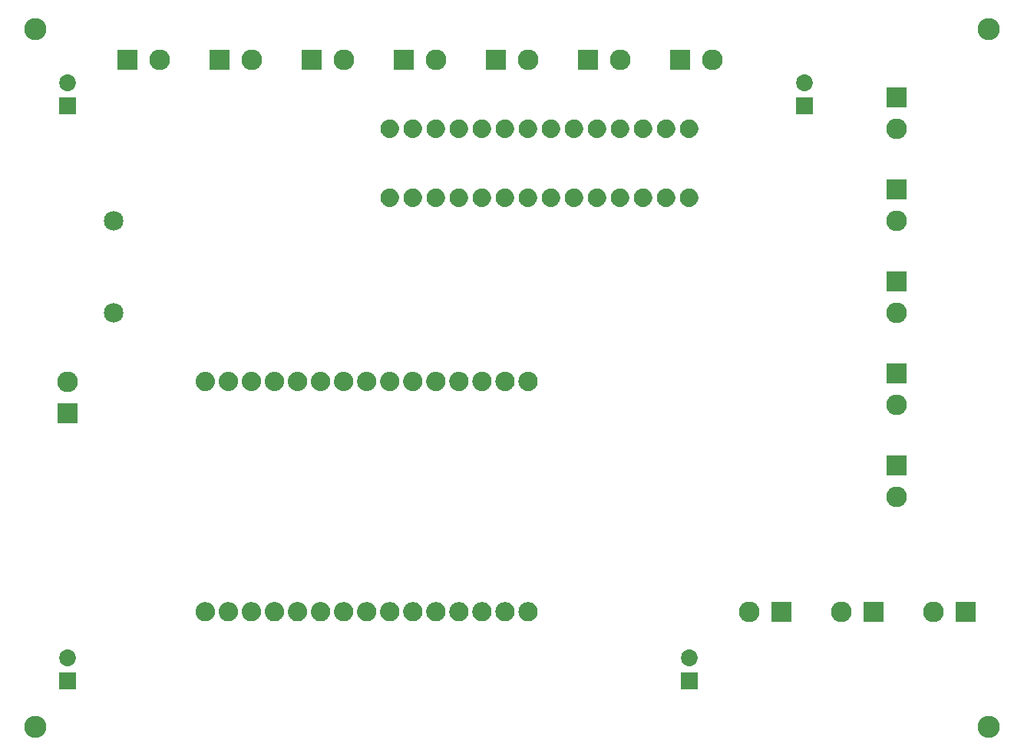
<source format=gbs>
G04 MADE WITH FRITZING*
G04 WWW.FRITZING.ORG*
G04 DOUBLE SIDED*
G04 HOLES PLATED*
G04 CONTOUR ON CENTER OF CONTOUR VECTOR*
%ASAXBY*%
%FSLAX23Y23*%
%MOIN*%
%OFA0B0*%
%SFA1.0B1.0*%
%ADD10C,0.072992*%
%ADD11C,0.090000*%
%ADD12C,0.096614*%
%ADD13C,0.085000*%
%ADD14R,0.072992X0.072992*%
%ADD15R,0.090000X0.090000*%
%ADD16R,0.001000X0.001000*%
%LNMASK0*%
G90*
G70*
G54D10*
X2926Y302D03*
X2926Y401D03*
X3426Y2802D03*
X3426Y2901D03*
X226Y302D03*
X226Y401D03*
X226Y2802D03*
X226Y2901D03*
G54D11*
X226Y1464D03*
X226Y1602D03*
X3826Y2840D03*
X3826Y2702D03*
X3826Y2440D03*
X3826Y2302D03*
X3826Y2040D03*
X3826Y1902D03*
X3826Y1640D03*
X3826Y1502D03*
X1688Y3002D03*
X1826Y3002D03*
X2088Y3002D03*
X2226Y3002D03*
X3726Y602D03*
X3588Y602D03*
X3326Y602D03*
X3188Y602D03*
X3826Y1240D03*
X3826Y1102D03*
G54D12*
X4226Y3137D03*
X88Y3137D03*
X88Y102D03*
X4226Y102D03*
G54D11*
X2488Y3002D03*
X2626Y3002D03*
X2888Y3002D03*
X3026Y3002D03*
X488Y3002D03*
X626Y3002D03*
X888Y3002D03*
X1026Y3002D03*
X1288Y3002D03*
X1426Y3002D03*
X4126Y602D03*
X3988Y602D03*
G54D13*
X426Y2302D03*
X426Y1902D03*
G54D14*
X2926Y302D03*
X3426Y2802D03*
X226Y302D03*
X226Y2802D03*
G54D15*
X226Y1464D03*
X3826Y2840D03*
X3826Y2440D03*
X3826Y2040D03*
X3826Y1640D03*
X1688Y3002D03*
X2088Y3002D03*
X3726Y602D03*
X3326Y602D03*
X3826Y1240D03*
X2488Y3002D03*
X2888Y3002D03*
X488Y3002D03*
X888Y3002D03*
X1288Y3002D03*
X4126Y602D03*
G54D16*
X1622Y2742D02*
X1630Y2742D01*
X1722Y2742D02*
X1730Y2742D01*
X1822Y2742D02*
X1830Y2742D01*
X1922Y2742D02*
X1930Y2742D01*
X2022Y2742D02*
X2030Y2742D01*
X2122Y2742D02*
X2130Y2742D01*
X2222Y2742D02*
X2230Y2742D01*
X2322Y2742D02*
X2330Y2742D01*
X2422Y2742D02*
X2430Y2742D01*
X2522Y2742D02*
X2530Y2742D01*
X2622Y2742D02*
X2630Y2742D01*
X2721Y2742D02*
X2730Y2742D01*
X2821Y2742D02*
X2830Y2742D01*
X2921Y2742D02*
X2930Y2742D01*
X1616Y2741D02*
X1635Y2741D01*
X1716Y2741D02*
X1735Y2741D01*
X1816Y2741D02*
X1835Y2741D01*
X1916Y2741D02*
X1935Y2741D01*
X2016Y2741D02*
X2035Y2741D01*
X2116Y2741D02*
X2135Y2741D01*
X2216Y2741D02*
X2235Y2741D01*
X2316Y2741D02*
X2335Y2741D01*
X2416Y2741D02*
X2435Y2741D01*
X2516Y2741D02*
X2535Y2741D01*
X2616Y2741D02*
X2635Y2741D01*
X2716Y2741D02*
X2735Y2741D01*
X2816Y2741D02*
X2835Y2741D01*
X2916Y2741D02*
X2935Y2741D01*
X1613Y2740D02*
X1639Y2740D01*
X1713Y2740D02*
X1739Y2740D01*
X1813Y2740D02*
X1839Y2740D01*
X1913Y2740D02*
X1939Y2740D01*
X2013Y2740D02*
X2039Y2740D01*
X2113Y2740D02*
X2139Y2740D01*
X2213Y2740D02*
X2239Y2740D01*
X2313Y2740D02*
X2339Y2740D01*
X2413Y2740D02*
X2439Y2740D01*
X2513Y2740D02*
X2539Y2740D01*
X2613Y2740D02*
X2639Y2740D01*
X2713Y2740D02*
X2739Y2740D01*
X2813Y2740D02*
X2839Y2740D01*
X2913Y2740D02*
X2939Y2740D01*
X1610Y2739D02*
X1641Y2739D01*
X1710Y2739D02*
X1741Y2739D01*
X1810Y2739D02*
X1841Y2739D01*
X1910Y2739D02*
X1941Y2739D01*
X2010Y2739D02*
X2041Y2739D01*
X2110Y2739D02*
X2141Y2739D01*
X2210Y2739D02*
X2241Y2739D01*
X2310Y2739D02*
X2341Y2739D01*
X2410Y2739D02*
X2441Y2739D01*
X2510Y2739D02*
X2541Y2739D01*
X2610Y2739D02*
X2641Y2739D01*
X2710Y2739D02*
X2741Y2739D01*
X2810Y2739D02*
X2841Y2739D01*
X2910Y2739D02*
X2941Y2739D01*
X1608Y2738D02*
X1643Y2738D01*
X1708Y2738D02*
X1743Y2738D01*
X1808Y2738D02*
X1843Y2738D01*
X1908Y2738D02*
X1943Y2738D01*
X2008Y2738D02*
X2043Y2738D01*
X2108Y2738D02*
X2143Y2738D01*
X2208Y2738D02*
X2243Y2738D01*
X2308Y2738D02*
X2343Y2738D01*
X2408Y2738D02*
X2443Y2738D01*
X2508Y2738D02*
X2543Y2738D01*
X2608Y2738D02*
X2643Y2738D01*
X2708Y2738D02*
X2743Y2738D01*
X2808Y2738D02*
X2843Y2738D01*
X2908Y2738D02*
X2943Y2738D01*
X1607Y2737D02*
X1645Y2737D01*
X1707Y2737D02*
X1745Y2737D01*
X1806Y2737D02*
X1845Y2737D01*
X1906Y2737D02*
X1945Y2737D01*
X2006Y2737D02*
X2045Y2737D01*
X2106Y2737D02*
X2145Y2737D01*
X2206Y2737D02*
X2245Y2737D01*
X2306Y2737D02*
X2345Y2737D01*
X2406Y2737D02*
X2445Y2737D01*
X2506Y2737D02*
X2545Y2737D01*
X2606Y2737D02*
X2645Y2737D01*
X2706Y2737D02*
X2745Y2737D01*
X2806Y2737D02*
X2845Y2737D01*
X2906Y2737D02*
X2945Y2737D01*
X1605Y2736D02*
X1647Y2736D01*
X1705Y2736D02*
X1747Y2736D01*
X1805Y2736D02*
X1847Y2736D01*
X1905Y2736D02*
X1947Y2736D01*
X2005Y2736D02*
X2047Y2736D01*
X2105Y2736D02*
X2147Y2736D01*
X2205Y2736D02*
X2247Y2736D01*
X2305Y2736D02*
X2347Y2736D01*
X2405Y2736D02*
X2447Y2736D01*
X2505Y2736D02*
X2547Y2736D01*
X2605Y2736D02*
X2647Y2736D01*
X2705Y2736D02*
X2747Y2736D01*
X2805Y2736D02*
X2847Y2736D01*
X2905Y2736D02*
X2947Y2736D01*
X1603Y2735D02*
X1648Y2735D01*
X1703Y2735D02*
X1748Y2735D01*
X1803Y2735D02*
X1848Y2735D01*
X1903Y2735D02*
X1948Y2735D01*
X2003Y2735D02*
X2048Y2735D01*
X2103Y2735D02*
X2148Y2735D01*
X2203Y2735D02*
X2248Y2735D01*
X2303Y2735D02*
X2348Y2735D01*
X2403Y2735D02*
X2448Y2735D01*
X2503Y2735D02*
X2548Y2735D01*
X2603Y2735D02*
X2648Y2735D01*
X2703Y2735D02*
X2748Y2735D01*
X2803Y2735D02*
X2848Y2735D01*
X2903Y2735D02*
X2948Y2735D01*
X1602Y2734D02*
X1650Y2734D01*
X1702Y2734D02*
X1750Y2734D01*
X1802Y2734D02*
X1850Y2734D01*
X1902Y2734D02*
X1950Y2734D01*
X2002Y2734D02*
X2050Y2734D01*
X2102Y2734D02*
X2150Y2734D01*
X2202Y2734D02*
X2250Y2734D01*
X2302Y2734D02*
X2350Y2734D01*
X2402Y2734D02*
X2450Y2734D01*
X2502Y2734D02*
X2550Y2734D01*
X2602Y2734D02*
X2649Y2734D01*
X2702Y2734D02*
X2749Y2734D01*
X2802Y2734D02*
X2849Y2734D01*
X2902Y2734D02*
X2949Y2734D01*
X1601Y2733D02*
X1651Y2733D01*
X1701Y2733D02*
X1751Y2733D01*
X1801Y2733D02*
X1851Y2733D01*
X1901Y2733D02*
X1951Y2733D01*
X2001Y2733D02*
X2051Y2733D01*
X2101Y2733D02*
X2151Y2733D01*
X2201Y2733D02*
X2251Y2733D01*
X2301Y2733D02*
X2351Y2733D01*
X2401Y2733D02*
X2451Y2733D01*
X2501Y2733D02*
X2551Y2733D01*
X2601Y2733D02*
X2651Y2733D01*
X2701Y2733D02*
X2751Y2733D01*
X2801Y2733D02*
X2851Y2733D01*
X2901Y2733D02*
X2951Y2733D01*
X1600Y2732D02*
X1652Y2732D01*
X1700Y2732D02*
X1752Y2732D01*
X1800Y2732D02*
X1852Y2732D01*
X1900Y2732D02*
X1952Y2732D01*
X2000Y2732D02*
X2052Y2732D01*
X2100Y2732D02*
X2152Y2732D01*
X2199Y2732D02*
X2252Y2732D01*
X2299Y2732D02*
X2352Y2732D01*
X2399Y2732D02*
X2452Y2732D01*
X2499Y2732D02*
X2552Y2732D01*
X2599Y2732D02*
X2652Y2732D01*
X2699Y2732D02*
X2752Y2732D01*
X2799Y2732D02*
X2852Y2732D01*
X2899Y2732D02*
X2952Y2732D01*
X1598Y2731D02*
X1653Y2731D01*
X1698Y2731D02*
X1753Y2731D01*
X1798Y2731D02*
X1853Y2731D01*
X1898Y2731D02*
X1953Y2731D01*
X1998Y2731D02*
X2053Y2731D01*
X2098Y2731D02*
X2153Y2731D01*
X2198Y2731D02*
X2253Y2731D01*
X2298Y2731D02*
X2353Y2731D01*
X2398Y2731D02*
X2453Y2731D01*
X2498Y2731D02*
X2553Y2731D01*
X2598Y2731D02*
X2653Y2731D01*
X2698Y2731D02*
X2753Y2731D01*
X2798Y2731D02*
X2853Y2731D01*
X2898Y2731D02*
X2953Y2731D01*
X1598Y2730D02*
X1654Y2730D01*
X1697Y2730D02*
X1754Y2730D01*
X1797Y2730D02*
X1854Y2730D01*
X1897Y2730D02*
X1954Y2730D01*
X1997Y2730D02*
X2054Y2730D01*
X2097Y2730D02*
X2154Y2730D01*
X2197Y2730D02*
X2254Y2730D01*
X2297Y2730D02*
X2354Y2730D01*
X2397Y2730D02*
X2454Y2730D01*
X2497Y2730D02*
X2554Y2730D01*
X2597Y2730D02*
X2654Y2730D01*
X2697Y2730D02*
X2754Y2730D01*
X2797Y2730D02*
X2854Y2730D01*
X2897Y2730D02*
X2954Y2730D01*
X1597Y2729D02*
X1655Y2729D01*
X1697Y2729D02*
X1755Y2729D01*
X1797Y2729D02*
X1855Y2729D01*
X1897Y2729D02*
X1955Y2729D01*
X1997Y2729D02*
X2055Y2729D01*
X2097Y2729D02*
X2155Y2729D01*
X2197Y2729D02*
X2255Y2729D01*
X2296Y2729D02*
X2355Y2729D01*
X2396Y2729D02*
X2455Y2729D01*
X2496Y2729D02*
X2555Y2729D01*
X2596Y2729D02*
X2655Y2729D01*
X2696Y2729D02*
X2755Y2729D01*
X2796Y2729D02*
X2855Y2729D01*
X2896Y2729D02*
X2955Y2729D01*
X1596Y2728D02*
X1656Y2728D01*
X1696Y2728D02*
X1756Y2728D01*
X1796Y2728D02*
X1856Y2728D01*
X1896Y2728D02*
X1956Y2728D01*
X1996Y2728D02*
X2056Y2728D01*
X2096Y2728D02*
X2156Y2728D01*
X2196Y2728D02*
X2256Y2728D01*
X2296Y2728D02*
X2356Y2728D01*
X2396Y2728D02*
X2456Y2728D01*
X2496Y2728D02*
X2556Y2728D01*
X2596Y2728D02*
X2656Y2728D01*
X2696Y2728D02*
X2756Y2728D01*
X2796Y2728D02*
X2856Y2728D01*
X2896Y2728D02*
X2956Y2728D01*
X1595Y2727D02*
X1657Y2727D01*
X1695Y2727D02*
X1757Y2727D01*
X1795Y2727D02*
X1857Y2727D01*
X1895Y2727D02*
X1957Y2727D01*
X1995Y2727D02*
X2057Y2727D01*
X2095Y2727D02*
X2157Y2727D01*
X2195Y2727D02*
X2257Y2727D01*
X2295Y2727D02*
X2357Y2727D01*
X2395Y2727D02*
X2457Y2727D01*
X2495Y2727D02*
X2557Y2727D01*
X2595Y2727D02*
X2657Y2727D01*
X2695Y2727D02*
X2757Y2727D01*
X2795Y2727D02*
X2857Y2727D01*
X2895Y2727D02*
X2957Y2727D01*
X1594Y2726D02*
X1657Y2726D01*
X1694Y2726D02*
X1757Y2726D01*
X1794Y2726D02*
X1857Y2726D01*
X1894Y2726D02*
X1957Y2726D01*
X1994Y2726D02*
X2057Y2726D01*
X2094Y2726D02*
X2157Y2726D01*
X2194Y2726D02*
X2257Y2726D01*
X2294Y2726D02*
X2357Y2726D01*
X2394Y2726D02*
X2457Y2726D01*
X2494Y2726D02*
X2557Y2726D01*
X2594Y2726D02*
X2657Y2726D01*
X2694Y2726D02*
X2757Y2726D01*
X2794Y2726D02*
X2857Y2726D01*
X2894Y2726D02*
X2957Y2726D01*
X1593Y2725D02*
X1658Y2725D01*
X1693Y2725D02*
X1758Y2725D01*
X1793Y2725D02*
X1858Y2725D01*
X1893Y2725D02*
X1958Y2725D01*
X1993Y2725D02*
X2058Y2725D01*
X2093Y2725D02*
X2158Y2725D01*
X2193Y2725D02*
X2258Y2725D01*
X2293Y2725D02*
X2358Y2725D01*
X2393Y2725D02*
X2458Y2725D01*
X2493Y2725D02*
X2558Y2725D01*
X2593Y2725D02*
X2658Y2725D01*
X2693Y2725D02*
X2758Y2725D01*
X2793Y2725D02*
X2858Y2725D01*
X2893Y2725D02*
X2958Y2725D01*
X1593Y2724D02*
X1659Y2724D01*
X1693Y2724D02*
X1759Y2724D01*
X1793Y2724D02*
X1859Y2724D01*
X1893Y2724D02*
X1959Y2724D01*
X1993Y2724D02*
X2059Y2724D01*
X2093Y2724D02*
X2159Y2724D01*
X2193Y2724D02*
X2259Y2724D01*
X2293Y2724D02*
X2359Y2724D01*
X2393Y2724D02*
X2459Y2724D01*
X2493Y2724D02*
X2559Y2724D01*
X2593Y2724D02*
X2659Y2724D01*
X2693Y2724D02*
X2759Y2724D01*
X2793Y2724D02*
X2859Y2724D01*
X2893Y2724D02*
X2959Y2724D01*
X1592Y2723D02*
X1659Y2723D01*
X1692Y2723D02*
X1759Y2723D01*
X1792Y2723D02*
X1859Y2723D01*
X1892Y2723D02*
X1959Y2723D01*
X1992Y2723D02*
X2059Y2723D01*
X2092Y2723D02*
X2159Y2723D01*
X2192Y2723D02*
X2259Y2723D01*
X2292Y2723D02*
X2359Y2723D01*
X2392Y2723D02*
X2459Y2723D01*
X2492Y2723D02*
X2559Y2723D01*
X2592Y2723D02*
X2659Y2723D01*
X2692Y2723D02*
X2759Y2723D01*
X2792Y2723D02*
X2859Y2723D01*
X2892Y2723D02*
X2959Y2723D01*
X1592Y2722D02*
X1660Y2722D01*
X1692Y2722D02*
X1760Y2722D01*
X1792Y2722D02*
X1860Y2722D01*
X1892Y2722D02*
X1960Y2722D01*
X1992Y2722D02*
X2060Y2722D01*
X2092Y2722D02*
X2160Y2722D01*
X2191Y2722D02*
X2260Y2722D01*
X2291Y2722D02*
X2360Y2722D01*
X2391Y2722D02*
X2460Y2722D01*
X2491Y2722D02*
X2560Y2722D01*
X2591Y2722D02*
X2660Y2722D01*
X2691Y2722D02*
X2760Y2722D01*
X2791Y2722D02*
X2860Y2722D01*
X2891Y2722D02*
X2960Y2722D01*
X1591Y2721D02*
X1661Y2721D01*
X1691Y2721D02*
X1761Y2721D01*
X1791Y2721D02*
X1861Y2721D01*
X1891Y2721D02*
X1961Y2721D01*
X1991Y2721D02*
X2061Y2721D01*
X2091Y2721D02*
X2161Y2721D01*
X2191Y2721D02*
X2261Y2721D01*
X2291Y2721D02*
X2361Y2721D01*
X2391Y2721D02*
X2461Y2721D01*
X2491Y2721D02*
X2561Y2721D01*
X2591Y2721D02*
X2661Y2721D01*
X2691Y2721D02*
X2761Y2721D01*
X2791Y2721D02*
X2860Y2721D01*
X2891Y2721D02*
X2960Y2721D01*
X1591Y2720D02*
X1661Y2720D01*
X1691Y2720D02*
X1761Y2720D01*
X1790Y2720D02*
X1861Y2720D01*
X1890Y2720D02*
X1961Y2720D01*
X1990Y2720D02*
X2061Y2720D01*
X2090Y2720D02*
X2161Y2720D01*
X2190Y2720D02*
X2261Y2720D01*
X2290Y2720D02*
X2361Y2720D01*
X2390Y2720D02*
X2461Y2720D01*
X2490Y2720D02*
X2561Y2720D01*
X2590Y2720D02*
X2661Y2720D01*
X2690Y2720D02*
X2761Y2720D01*
X2790Y2720D02*
X2861Y2720D01*
X2890Y2720D02*
X2961Y2720D01*
X1590Y2719D02*
X1662Y2719D01*
X1690Y2719D02*
X1762Y2719D01*
X1790Y2719D02*
X1862Y2719D01*
X1890Y2719D02*
X1962Y2719D01*
X1990Y2719D02*
X2062Y2719D01*
X2090Y2719D02*
X2162Y2719D01*
X2190Y2719D02*
X2262Y2719D01*
X2290Y2719D02*
X2362Y2719D01*
X2390Y2719D02*
X2462Y2719D01*
X2490Y2719D02*
X2562Y2719D01*
X2590Y2719D02*
X2662Y2719D01*
X2690Y2719D02*
X2761Y2719D01*
X2790Y2719D02*
X2861Y2719D01*
X2890Y2719D02*
X2961Y2719D01*
X1590Y2718D02*
X1662Y2718D01*
X1690Y2718D02*
X1762Y2718D01*
X1790Y2718D02*
X1862Y2718D01*
X1889Y2718D02*
X1962Y2718D01*
X1989Y2718D02*
X2062Y2718D01*
X2089Y2718D02*
X2162Y2718D01*
X2189Y2718D02*
X2262Y2718D01*
X2289Y2718D02*
X2362Y2718D01*
X2389Y2718D02*
X2462Y2718D01*
X2489Y2718D02*
X2562Y2718D01*
X2589Y2718D02*
X2662Y2718D01*
X2689Y2718D02*
X2762Y2718D01*
X2789Y2718D02*
X2862Y2718D01*
X2889Y2718D02*
X2962Y2718D01*
X1589Y2717D02*
X1663Y2717D01*
X1689Y2717D02*
X1763Y2717D01*
X1789Y2717D02*
X1863Y2717D01*
X1889Y2717D02*
X1962Y2717D01*
X1989Y2717D02*
X2062Y2717D01*
X2089Y2717D02*
X2162Y2717D01*
X2189Y2717D02*
X2262Y2717D01*
X2289Y2717D02*
X2362Y2717D01*
X2389Y2717D02*
X2462Y2717D01*
X2489Y2717D02*
X2562Y2717D01*
X2589Y2717D02*
X2662Y2717D01*
X2689Y2717D02*
X2762Y2717D01*
X2789Y2717D02*
X2862Y2717D01*
X2889Y2717D02*
X2962Y2717D01*
X1589Y2716D02*
X1663Y2716D01*
X1689Y2716D02*
X1763Y2716D01*
X1789Y2716D02*
X1863Y2716D01*
X1889Y2716D02*
X1963Y2716D01*
X1989Y2716D02*
X2063Y2716D01*
X2089Y2716D02*
X2163Y2716D01*
X2189Y2716D02*
X2263Y2716D01*
X2289Y2716D02*
X2363Y2716D01*
X2389Y2716D02*
X2463Y2716D01*
X2489Y2716D02*
X2563Y2716D01*
X2589Y2716D02*
X2663Y2716D01*
X2689Y2716D02*
X2763Y2716D01*
X2789Y2716D02*
X2863Y2716D01*
X2889Y2716D02*
X2963Y2716D01*
X1588Y2715D02*
X1663Y2715D01*
X1688Y2715D02*
X1763Y2715D01*
X1788Y2715D02*
X1863Y2715D01*
X1888Y2715D02*
X1963Y2715D01*
X1988Y2715D02*
X2063Y2715D01*
X2088Y2715D02*
X2163Y2715D01*
X2188Y2715D02*
X2263Y2715D01*
X2288Y2715D02*
X2363Y2715D01*
X2388Y2715D02*
X2463Y2715D01*
X2488Y2715D02*
X2563Y2715D01*
X2588Y2715D02*
X2663Y2715D01*
X2688Y2715D02*
X2763Y2715D01*
X2788Y2715D02*
X2863Y2715D01*
X2888Y2715D02*
X2963Y2715D01*
X1588Y2714D02*
X1664Y2714D01*
X1688Y2714D02*
X1764Y2714D01*
X1788Y2714D02*
X1864Y2714D01*
X1888Y2714D02*
X1964Y2714D01*
X1988Y2714D02*
X2063Y2714D01*
X2088Y2714D02*
X2163Y2714D01*
X2188Y2714D02*
X2263Y2714D01*
X2288Y2714D02*
X2363Y2714D01*
X2388Y2714D02*
X2463Y2714D01*
X2488Y2714D02*
X2563Y2714D01*
X2588Y2714D02*
X2663Y2714D01*
X2688Y2714D02*
X2763Y2714D01*
X2788Y2714D02*
X2863Y2714D01*
X2888Y2714D02*
X2963Y2714D01*
X1588Y2713D02*
X1664Y2713D01*
X1688Y2713D02*
X1764Y2713D01*
X1788Y2713D02*
X1864Y2713D01*
X1888Y2713D02*
X1964Y2713D01*
X1988Y2713D02*
X2064Y2713D01*
X2088Y2713D02*
X2164Y2713D01*
X2188Y2713D02*
X2264Y2713D01*
X2288Y2713D02*
X2364Y2713D01*
X2388Y2713D02*
X2464Y2713D01*
X2488Y2713D02*
X2564Y2713D01*
X2588Y2713D02*
X2664Y2713D01*
X2688Y2713D02*
X2764Y2713D01*
X2788Y2713D02*
X2864Y2713D01*
X2888Y2713D02*
X2964Y2713D01*
X1588Y2712D02*
X1664Y2712D01*
X1688Y2712D02*
X1764Y2712D01*
X1788Y2712D02*
X1864Y2712D01*
X1888Y2712D02*
X1964Y2712D01*
X1988Y2712D02*
X2064Y2712D01*
X2088Y2712D02*
X2164Y2712D01*
X2188Y2712D02*
X2264Y2712D01*
X2288Y2712D02*
X2364Y2712D01*
X2388Y2712D02*
X2464Y2712D01*
X2487Y2712D02*
X2564Y2712D01*
X2587Y2712D02*
X2664Y2712D01*
X2687Y2712D02*
X2764Y2712D01*
X2787Y2712D02*
X2864Y2712D01*
X2887Y2712D02*
X2964Y2712D01*
X1587Y2711D02*
X1664Y2711D01*
X1687Y2711D02*
X1764Y2711D01*
X1787Y2711D02*
X1864Y2711D01*
X1887Y2711D02*
X1964Y2711D01*
X1987Y2711D02*
X2064Y2711D01*
X2087Y2711D02*
X2164Y2711D01*
X2187Y2711D02*
X2264Y2711D01*
X2287Y2711D02*
X2364Y2711D01*
X2387Y2711D02*
X2464Y2711D01*
X2487Y2711D02*
X2564Y2711D01*
X2587Y2711D02*
X2664Y2711D01*
X2687Y2711D02*
X2764Y2711D01*
X2787Y2711D02*
X2864Y2711D01*
X2887Y2711D02*
X2964Y2711D01*
X1587Y2710D02*
X1665Y2710D01*
X1687Y2710D02*
X1765Y2710D01*
X1787Y2710D02*
X1864Y2710D01*
X1887Y2710D02*
X1964Y2710D01*
X1987Y2710D02*
X2064Y2710D01*
X2087Y2710D02*
X2164Y2710D01*
X2187Y2710D02*
X2264Y2710D01*
X2287Y2710D02*
X2364Y2710D01*
X2387Y2710D02*
X2464Y2710D01*
X2487Y2710D02*
X2564Y2710D01*
X2587Y2710D02*
X2664Y2710D01*
X2687Y2710D02*
X2764Y2710D01*
X2787Y2710D02*
X2864Y2710D01*
X2887Y2710D02*
X2964Y2710D01*
X1587Y2709D02*
X1665Y2709D01*
X1687Y2709D02*
X1765Y2709D01*
X1787Y2709D02*
X1865Y2709D01*
X1887Y2709D02*
X1965Y2709D01*
X1987Y2709D02*
X2065Y2709D01*
X2087Y2709D02*
X2165Y2709D01*
X2187Y2709D02*
X2265Y2709D01*
X2287Y2709D02*
X2365Y2709D01*
X2387Y2709D02*
X2465Y2709D01*
X2487Y2709D02*
X2565Y2709D01*
X2587Y2709D02*
X2665Y2709D01*
X2687Y2709D02*
X2765Y2709D01*
X2787Y2709D02*
X2864Y2709D01*
X2887Y2709D02*
X2964Y2709D01*
X1587Y2708D02*
X1665Y2708D01*
X1687Y2708D02*
X1765Y2708D01*
X1787Y2708D02*
X1865Y2708D01*
X1887Y2708D02*
X1965Y2708D01*
X1987Y2708D02*
X2065Y2708D01*
X2087Y2708D02*
X2165Y2708D01*
X2187Y2708D02*
X2265Y2708D01*
X2287Y2708D02*
X2365Y2708D01*
X2387Y2708D02*
X2465Y2708D01*
X2487Y2708D02*
X2565Y2708D01*
X2587Y2708D02*
X2665Y2708D01*
X2687Y2708D02*
X2765Y2708D01*
X2787Y2708D02*
X2865Y2708D01*
X2887Y2708D02*
X2965Y2708D01*
X1587Y2707D02*
X1665Y2707D01*
X1687Y2707D02*
X1765Y2707D01*
X1787Y2707D02*
X1865Y2707D01*
X1887Y2707D02*
X1965Y2707D01*
X1987Y2707D02*
X2065Y2707D01*
X2087Y2707D02*
X2165Y2707D01*
X2187Y2707D02*
X2265Y2707D01*
X2287Y2707D02*
X2365Y2707D01*
X2387Y2707D02*
X2465Y2707D01*
X2487Y2707D02*
X2565Y2707D01*
X2587Y2707D02*
X2665Y2707D01*
X2687Y2707D02*
X2765Y2707D01*
X2787Y2707D02*
X2865Y2707D01*
X2886Y2707D02*
X2965Y2707D01*
X1587Y2706D02*
X1665Y2706D01*
X1687Y2706D02*
X1765Y2706D01*
X1787Y2706D02*
X1865Y2706D01*
X1887Y2706D02*
X1965Y2706D01*
X1987Y2706D02*
X2065Y2706D01*
X2086Y2706D02*
X2165Y2706D01*
X2186Y2706D02*
X2265Y2706D01*
X2286Y2706D02*
X2365Y2706D01*
X2386Y2706D02*
X2465Y2706D01*
X2486Y2706D02*
X2565Y2706D01*
X2586Y2706D02*
X2665Y2706D01*
X2686Y2706D02*
X2765Y2706D01*
X2786Y2706D02*
X2865Y2706D01*
X2886Y2706D02*
X2965Y2706D01*
X1587Y2705D02*
X1665Y2705D01*
X1686Y2705D02*
X1765Y2705D01*
X1786Y2705D02*
X1865Y2705D01*
X1886Y2705D02*
X1965Y2705D01*
X1986Y2705D02*
X2065Y2705D01*
X2086Y2705D02*
X2165Y2705D01*
X2186Y2705D02*
X2265Y2705D01*
X2286Y2705D02*
X2365Y2705D01*
X2386Y2705D02*
X2465Y2705D01*
X2486Y2705D02*
X2565Y2705D01*
X2586Y2705D02*
X2665Y2705D01*
X2686Y2705D02*
X2765Y2705D01*
X2786Y2705D02*
X2865Y2705D01*
X2886Y2705D02*
X2965Y2705D01*
X1586Y2704D02*
X1665Y2704D01*
X1686Y2704D02*
X1765Y2704D01*
X1786Y2704D02*
X1865Y2704D01*
X1886Y2704D02*
X1965Y2704D01*
X1986Y2704D02*
X2065Y2704D01*
X2086Y2704D02*
X2165Y2704D01*
X2186Y2704D02*
X2265Y2704D01*
X2286Y2704D02*
X2365Y2704D01*
X2386Y2704D02*
X2465Y2704D01*
X2486Y2704D02*
X2565Y2704D01*
X2586Y2704D02*
X2665Y2704D01*
X2686Y2704D02*
X2765Y2704D01*
X2786Y2704D02*
X2865Y2704D01*
X2886Y2704D02*
X2965Y2704D01*
X1586Y2703D02*
X1665Y2703D01*
X1686Y2703D02*
X1765Y2703D01*
X1786Y2703D02*
X1865Y2703D01*
X1886Y2703D02*
X1965Y2703D01*
X1986Y2703D02*
X2065Y2703D01*
X2086Y2703D02*
X2165Y2703D01*
X2186Y2703D02*
X2265Y2703D01*
X2286Y2703D02*
X2365Y2703D01*
X2386Y2703D02*
X2465Y2703D01*
X2486Y2703D02*
X2565Y2703D01*
X2586Y2703D02*
X2665Y2703D01*
X2686Y2703D02*
X2765Y2703D01*
X2786Y2703D02*
X2865Y2703D01*
X2886Y2703D02*
X2965Y2703D01*
X1586Y2702D02*
X1665Y2702D01*
X1686Y2702D02*
X1765Y2702D01*
X1786Y2702D02*
X1865Y2702D01*
X1886Y2702D02*
X1965Y2702D01*
X1986Y2702D02*
X2065Y2702D01*
X2086Y2702D02*
X2165Y2702D01*
X2186Y2702D02*
X2265Y2702D01*
X2286Y2702D02*
X2365Y2702D01*
X2386Y2702D02*
X2465Y2702D01*
X2486Y2702D02*
X2565Y2702D01*
X2586Y2702D02*
X2665Y2702D01*
X2686Y2702D02*
X2765Y2702D01*
X2786Y2702D02*
X2865Y2702D01*
X2886Y2702D02*
X2965Y2702D01*
X1586Y2701D02*
X1665Y2701D01*
X1686Y2701D02*
X1765Y2701D01*
X1786Y2701D02*
X1865Y2701D01*
X1886Y2701D02*
X1965Y2701D01*
X1986Y2701D02*
X2065Y2701D01*
X2086Y2701D02*
X2165Y2701D01*
X2186Y2701D02*
X2265Y2701D01*
X2286Y2701D02*
X2365Y2701D01*
X2386Y2701D02*
X2465Y2701D01*
X2486Y2701D02*
X2565Y2701D01*
X2586Y2701D02*
X2665Y2701D01*
X2686Y2701D02*
X2765Y2701D01*
X2786Y2701D02*
X2865Y2701D01*
X2886Y2701D02*
X2965Y2701D01*
X1586Y2700D02*
X1665Y2700D01*
X1686Y2700D02*
X1765Y2700D01*
X1786Y2700D02*
X1865Y2700D01*
X1886Y2700D02*
X1965Y2700D01*
X1986Y2700D02*
X2065Y2700D01*
X2086Y2700D02*
X2165Y2700D01*
X2186Y2700D02*
X2265Y2700D01*
X2286Y2700D02*
X2365Y2700D01*
X2386Y2700D02*
X2465Y2700D01*
X2486Y2700D02*
X2565Y2700D01*
X2586Y2700D02*
X2665Y2700D01*
X2686Y2700D02*
X2765Y2700D01*
X2786Y2700D02*
X2865Y2700D01*
X2886Y2700D02*
X2965Y2700D01*
X1587Y2699D02*
X1665Y2699D01*
X1687Y2699D02*
X1765Y2699D01*
X1787Y2699D02*
X1865Y2699D01*
X1887Y2699D02*
X1965Y2699D01*
X1986Y2699D02*
X2065Y2699D01*
X2086Y2699D02*
X2165Y2699D01*
X2186Y2699D02*
X2265Y2699D01*
X2286Y2699D02*
X2365Y2699D01*
X2386Y2699D02*
X2465Y2699D01*
X2486Y2699D02*
X2565Y2699D01*
X2586Y2699D02*
X2665Y2699D01*
X2686Y2699D02*
X2765Y2699D01*
X2786Y2699D02*
X2865Y2699D01*
X2886Y2699D02*
X2965Y2699D01*
X1587Y2698D02*
X1665Y2698D01*
X1687Y2698D02*
X1765Y2698D01*
X1787Y2698D02*
X1865Y2698D01*
X1887Y2698D02*
X1965Y2698D01*
X1987Y2698D02*
X2065Y2698D01*
X2087Y2698D02*
X2165Y2698D01*
X2187Y2698D02*
X2265Y2698D01*
X2287Y2698D02*
X2365Y2698D01*
X2387Y2698D02*
X2465Y2698D01*
X2487Y2698D02*
X2565Y2698D01*
X2586Y2698D02*
X2665Y2698D01*
X2686Y2698D02*
X2765Y2698D01*
X2786Y2698D02*
X2865Y2698D01*
X2886Y2698D02*
X2965Y2698D01*
X1587Y2697D02*
X1665Y2697D01*
X1687Y2697D02*
X1765Y2697D01*
X1787Y2697D02*
X1865Y2697D01*
X1887Y2697D02*
X1965Y2697D01*
X1987Y2697D02*
X2065Y2697D01*
X2087Y2697D02*
X2165Y2697D01*
X2187Y2697D02*
X2265Y2697D01*
X2287Y2697D02*
X2365Y2697D01*
X2387Y2697D02*
X2465Y2697D01*
X2487Y2697D02*
X2565Y2697D01*
X2587Y2697D02*
X2665Y2697D01*
X2687Y2697D02*
X2765Y2697D01*
X2787Y2697D02*
X2865Y2697D01*
X2887Y2697D02*
X2965Y2697D01*
X1587Y2696D02*
X1665Y2696D01*
X1687Y2696D02*
X1765Y2696D01*
X1787Y2696D02*
X1865Y2696D01*
X1887Y2696D02*
X1965Y2696D01*
X1987Y2696D02*
X2065Y2696D01*
X2087Y2696D02*
X2165Y2696D01*
X2187Y2696D02*
X2265Y2696D01*
X2287Y2696D02*
X2365Y2696D01*
X2387Y2696D02*
X2465Y2696D01*
X2487Y2696D02*
X2565Y2696D01*
X2587Y2696D02*
X2665Y2696D01*
X2687Y2696D02*
X2765Y2696D01*
X2787Y2696D02*
X2865Y2696D01*
X2887Y2696D02*
X2965Y2696D01*
X1587Y2695D02*
X1665Y2695D01*
X1687Y2695D02*
X1765Y2695D01*
X1787Y2695D02*
X1865Y2695D01*
X1887Y2695D02*
X1965Y2695D01*
X1987Y2695D02*
X2065Y2695D01*
X2087Y2695D02*
X2164Y2695D01*
X2187Y2695D02*
X2264Y2695D01*
X2287Y2695D02*
X2364Y2695D01*
X2387Y2695D02*
X2464Y2695D01*
X2487Y2695D02*
X2564Y2695D01*
X2587Y2695D02*
X2664Y2695D01*
X2687Y2695D02*
X2764Y2695D01*
X2787Y2695D02*
X2864Y2695D01*
X2887Y2695D02*
X2964Y2695D01*
X1587Y2694D02*
X1664Y2694D01*
X1687Y2694D02*
X1764Y2694D01*
X1787Y2694D02*
X1864Y2694D01*
X1887Y2694D02*
X1964Y2694D01*
X1987Y2694D02*
X2064Y2694D01*
X2087Y2694D02*
X2164Y2694D01*
X2187Y2694D02*
X2264Y2694D01*
X2287Y2694D02*
X2364Y2694D01*
X2387Y2694D02*
X2464Y2694D01*
X2487Y2694D02*
X2564Y2694D01*
X2587Y2694D02*
X2664Y2694D01*
X2687Y2694D02*
X2764Y2694D01*
X2787Y2694D02*
X2864Y2694D01*
X2887Y2694D02*
X2964Y2694D01*
X1588Y2693D02*
X1664Y2693D01*
X1688Y2693D02*
X1764Y2693D01*
X1788Y2693D02*
X1864Y2693D01*
X1888Y2693D02*
X1964Y2693D01*
X1988Y2693D02*
X2064Y2693D01*
X2087Y2693D02*
X2164Y2693D01*
X2187Y2693D02*
X2264Y2693D01*
X2287Y2693D02*
X2364Y2693D01*
X2387Y2693D02*
X2464Y2693D01*
X2487Y2693D02*
X2564Y2693D01*
X2587Y2693D02*
X2664Y2693D01*
X2687Y2693D02*
X2764Y2693D01*
X2787Y2693D02*
X2864Y2693D01*
X2887Y2693D02*
X2964Y2693D01*
X1588Y2692D02*
X1664Y2692D01*
X1688Y2692D02*
X1764Y2692D01*
X1788Y2692D02*
X1864Y2692D01*
X1888Y2692D02*
X1964Y2692D01*
X1988Y2692D02*
X2064Y2692D01*
X2088Y2692D02*
X2164Y2692D01*
X2188Y2692D02*
X2264Y2692D01*
X2288Y2692D02*
X2364Y2692D01*
X2388Y2692D02*
X2464Y2692D01*
X2488Y2692D02*
X2564Y2692D01*
X2588Y2692D02*
X2664Y2692D01*
X2688Y2692D02*
X2764Y2692D01*
X2788Y2692D02*
X2864Y2692D01*
X2888Y2692D02*
X2964Y2692D01*
X1588Y2691D02*
X1664Y2691D01*
X1688Y2691D02*
X1764Y2691D01*
X1788Y2691D02*
X1864Y2691D01*
X1888Y2691D02*
X1964Y2691D01*
X1988Y2691D02*
X2064Y2691D01*
X2088Y2691D02*
X2164Y2691D01*
X2188Y2691D02*
X2264Y2691D01*
X2288Y2691D02*
X2364Y2691D01*
X2388Y2691D02*
X2463Y2691D01*
X2488Y2691D02*
X2563Y2691D01*
X2588Y2691D02*
X2663Y2691D01*
X2688Y2691D02*
X2763Y2691D01*
X2788Y2691D02*
X2863Y2691D01*
X2888Y2691D02*
X2963Y2691D01*
X1588Y2690D02*
X1663Y2690D01*
X1688Y2690D02*
X1763Y2690D01*
X1788Y2690D02*
X1863Y2690D01*
X1888Y2690D02*
X1963Y2690D01*
X1988Y2690D02*
X2063Y2690D01*
X2088Y2690D02*
X2163Y2690D01*
X2188Y2690D02*
X2263Y2690D01*
X2288Y2690D02*
X2363Y2690D01*
X2388Y2690D02*
X2463Y2690D01*
X2488Y2690D02*
X2563Y2690D01*
X2588Y2690D02*
X2663Y2690D01*
X2688Y2690D02*
X2763Y2690D01*
X2788Y2690D02*
X2863Y2690D01*
X2888Y2690D02*
X2963Y2690D01*
X1589Y2689D02*
X1663Y2689D01*
X1689Y2689D02*
X1763Y2689D01*
X1789Y2689D02*
X1863Y2689D01*
X1889Y2689D02*
X1963Y2689D01*
X1989Y2689D02*
X2063Y2689D01*
X2089Y2689D02*
X2163Y2689D01*
X2189Y2689D02*
X2263Y2689D01*
X2289Y2689D02*
X2363Y2689D01*
X2389Y2689D02*
X2463Y2689D01*
X2489Y2689D02*
X2563Y2689D01*
X2589Y2689D02*
X2663Y2689D01*
X2689Y2689D02*
X2763Y2689D01*
X2789Y2689D02*
X2863Y2689D01*
X2888Y2689D02*
X2963Y2689D01*
X1589Y2688D02*
X1663Y2688D01*
X1689Y2688D02*
X1763Y2688D01*
X1789Y2688D02*
X1863Y2688D01*
X1889Y2688D02*
X1963Y2688D01*
X1989Y2688D02*
X2063Y2688D01*
X2089Y2688D02*
X2163Y2688D01*
X2189Y2688D02*
X2263Y2688D01*
X2289Y2688D02*
X2363Y2688D01*
X2389Y2688D02*
X2462Y2688D01*
X2489Y2688D02*
X2562Y2688D01*
X2589Y2688D02*
X2662Y2688D01*
X2689Y2688D02*
X2762Y2688D01*
X2789Y2688D02*
X2862Y2688D01*
X2889Y2688D02*
X2962Y2688D01*
X1589Y2687D02*
X1662Y2687D01*
X1689Y2687D02*
X1762Y2687D01*
X1789Y2687D02*
X1862Y2687D01*
X1889Y2687D02*
X1962Y2687D01*
X1989Y2687D02*
X2062Y2687D01*
X2089Y2687D02*
X2162Y2687D01*
X2189Y2687D02*
X2262Y2687D01*
X2289Y2687D02*
X2362Y2687D01*
X2389Y2687D02*
X2462Y2687D01*
X2489Y2687D02*
X2562Y2687D01*
X2589Y2687D02*
X2662Y2687D01*
X2689Y2687D02*
X2762Y2687D01*
X2789Y2687D02*
X2862Y2687D01*
X2889Y2687D02*
X2962Y2687D01*
X1590Y2686D02*
X1662Y2686D01*
X1690Y2686D02*
X1762Y2686D01*
X1790Y2686D02*
X1862Y2686D01*
X1890Y2686D02*
X1962Y2686D01*
X1990Y2686D02*
X2062Y2686D01*
X2090Y2686D02*
X2162Y2686D01*
X2190Y2686D02*
X2262Y2686D01*
X2290Y2686D02*
X2362Y2686D01*
X2390Y2686D02*
X2462Y2686D01*
X2490Y2686D02*
X2562Y2686D01*
X2590Y2686D02*
X2662Y2686D01*
X2690Y2686D02*
X2762Y2686D01*
X2790Y2686D02*
X2862Y2686D01*
X2890Y2686D02*
X2962Y2686D01*
X1590Y2685D02*
X1661Y2685D01*
X1690Y2685D02*
X1761Y2685D01*
X1790Y2685D02*
X1861Y2685D01*
X1890Y2685D02*
X1961Y2685D01*
X1990Y2685D02*
X2061Y2685D01*
X2090Y2685D02*
X2161Y2685D01*
X2190Y2685D02*
X2261Y2685D01*
X2290Y2685D02*
X2361Y2685D01*
X2390Y2685D02*
X2461Y2685D01*
X2490Y2685D02*
X2561Y2685D01*
X2590Y2685D02*
X2661Y2685D01*
X2690Y2685D02*
X2761Y2685D01*
X2790Y2685D02*
X2861Y2685D01*
X2890Y2685D02*
X2961Y2685D01*
X1591Y2684D02*
X1661Y2684D01*
X1691Y2684D02*
X1761Y2684D01*
X1791Y2684D02*
X1861Y2684D01*
X1891Y2684D02*
X1961Y2684D01*
X1991Y2684D02*
X2061Y2684D01*
X2091Y2684D02*
X2161Y2684D01*
X2191Y2684D02*
X2261Y2684D01*
X2291Y2684D02*
X2361Y2684D01*
X2391Y2684D02*
X2461Y2684D01*
X2491Y2684D02*
X2561Y2684D01*
X2591Y2684D02*
X2661Y2684D01*
X2691Y2684D02*
X2761Y2684D01*
X2791Y2684D02*
X2861Y2684D01*
X2891Y2684D02*
X2961Y2684D01*
X1591Y2683D02*
X1660Y2683D01*
X1691Y2683D02*
X1760Y2683D01*
X1791Y2683D02*
X1860Y2683D01*
X1891Y2683D02*
X1960Y2683D01*
X1991Y2683D02*
X2060Y2683D01*
X2091Y2683D02*
X2160Y2683D01*
X2191Y2683D02*
X2260Y2683D01*
X2291Y2683D02*
X2360Y2683D01*
X2391Y2683D02*
X2460Y2683D01*
X2491Y2683D02*
X2560Y2683D01*
X2591Y2683D02*
X2660Y2683D01*
X2691Y2683D02*
X2760Y2683D01*
X2791Y2683D02*
X2860Y2683D01*
X2891Y2683D02*
X2960Y2683D01*
X1592Y2682D02*
X1660Y2682D01*
X1692Y2682D02*
X1760Y2682D01*
X1792Y2682D02*
X1860Y2682D01*
X1892Y2682D02*
X1960Y2682D01*
X1992Y2682D02*
X2060Y2682D01*
X2092Y2682D02*
X2160Y2682D01*
X2192Y2682D02*
X2260Y2682D01*
X2292Y2682D02*
X2360Y2682D01*
X2392Y2682D02*
X2460Y2682D01*
X2492Y2682D02*
X2560Y2682D01*
X2592Y2682D02*
X2660Y2682D01*
X2692Y2682D02*
X2759Y2682D01*
X2792Y2682D02*
X2859Y2682D01*
X2892Y2682D02*
X2959Y2682D01*
X1593Y2681D02*
X1659Y2681D01*
X1693Y2681D02*
X1759Y2681D01*
X1793Y2681D02*
X1859Y2681D01*
X1893Y2681D02*
X1959Y2681D01*
X1993Y2681D02*
X2059Y2681D01*
X2093Y2681D02*
X2159Y2681D01*
X2193Y2681D02*
X2259Y2681D01*
X2293Y2681D02*
X2359Y2681D01*
X2393Y2681D02*
X2459Y2681D01*
X2492Y2681D02*
X2559Y2681D01*
X2592Y2681D02*
X2659Y2681D01*
X2692Y2681D02*
X2759Y2681D01*
X2792Y2681D02*
X2859Y2681D01*
X2892Y2681D02*
X2959Y2681D01*
X1593Y2680D02*
X1658Y2680D01*
X1693Y2680D02*
X1758Y2680D01*
X1793Y2680D02*
X1858Y2680D01*
X1893Y2680D02*
X1958Y2680D01*
X1993Y2680D02*
X2058Y2680D01*
X2093Y2680D02*
X2158Y2680D01*
X2193Y2680D02*
X2258Y2680D01*
X2293Y2680D02*
X2358Y2680D01*
X2393Y2680D02*
X2458Y2680D01*
X2493Y2680D02*
X2558Y2680D01*
X2593Y2680D02*
X2658Y2680D01*
X2693Y2680D02*
X2758Y2680D01*
X2793Y2680D02*
X2858Y2680D01*
X2893Y2680D02*
X2958Y2680D01*
X1594Y2679D02*
X1658Y2679D01*
X1694Y2679D02*
X1758Y2679D01*
X1794Y2679D02*
X1858Y2679D01*
X1894Y2679D02*
X1958Y2679D01*
X1994Y2679D02*
X2058Y2679D01*
X2094Y2679D02*
X2158Y2679D01*
X2194Y2679D02*
X2258Y2679D01*
X2294Y2679D02*
X2358Y2679D01*
X2394Y2679D02*
X2458Y2679D01*
X2494Y2679D02*
X2558Y2679D01*
X2594Y2679D02*
X2658Y2679D01*
X2694Y2679D02*
X2758Y2679D01*
X2794Y2679D02*
X2857Y2679D01*
X2894Y2679D02*
X2957Y2679D01*
X1595Y2678D02*
X1657Y2678D01*
X1695Y2678D02*
X1757Y2678D01*
X1795Y2678D02*
X1857Y2678D01*
X1895Y2678D02*
X1957Y2678D01*
X1995Y2678D02*
X2057Y2678D01*
X2095Y2678D02*
X2157Y2678D01*
X2195Y2678D02*
X2257Y2678D01*
X2295Y2678D02*
X2357Y2678D01*
X2395Y2678D02*
X2457Y2678D01*
X2495Y2678D02*
X2557Y2678D01*
X2595Y2678D02*
X2657Y2678D01*
X2695Y2678D02*
X2757Y2678D01*
X2795Y2678D02*
X2857Y2678D01*
X2895Y2678D02*
X2957Y2678D01*
X1596Y2677D02*
X1656Y2677D01*
X1695Y2677D02*
X1756Y2677D01*
X1795Y2677D02*
X1856Y2677D01*
X1895Y2677D02*
X1956Y2677D01*
X1995Y2677D02*
X2056Y2677D01*
X2095Y2677D02*
X2156Y2677D01*
X2195Y2677D02*
X2256Y2677D01*
X2295Y2677D02*
X2356Y2677D01*
X2395Y2677D02*
X2456Y2677D01*
X2495Y2677D02*
X2556Y2677D01*
X2595Y2677D02*
X2656Y2677D01*
X2695Y2677D02*
X2756Y2677D01*
X2795Y2677D02*
X2856Y2677D01*
X2895Y2677D02*
X2956Y2677D01*
X1596Y2676D02*
X1655Y2676D01*
X1696Y2676D02*
X1755Y2676D01*
X1796Y2676D02*
X1855Y2676D01*
X1896Y2676D02*
X1955Y2676D01*
X1996Y2676D02*
X2055Y2676D01*
X2096Y2676D02*
X2155Y2676D01*
X2196Y2676D02*
X2255Y2676D01*
X2296Y2676D02*
X2355Y2676D01*
X2396Y2676D02*
X2455Y2676D01*
X2496Y2676D02*
X2555Y2676D01*
X2596Y2676D02*
X2655Y2676D01*
X2696Y2676D02*
X2755Y2676D01*
X2796Y2676D02*
X2855Y2676D01*
X2896Y2676D02*
X2955Y2676D01*
X1597Y2675D02*
X1654Y2675D01*
X1697Y2675D02*
X1754Y2675D01*
X1797Y2675D02*
X1854Y2675D01*
X1897Y2675D02*
X1954Y2675D01*
X1997Y2675D02*
X2054Y2675D01*
X2097Y2675D02*
X2154Y2675D01*
X2197Y2675D02*
X2254Y2675D01*
X2297Y2675D02*
X2354Y2675D01*
X2397Y2675D02*
X2454Y2675D01*
X2497Y2675D02*
X2554Y2675D01*
X2597Y2675D02*
X2654Y2675D01*
X2697Y2675D02*
X2754Y2675D01*
X2797Y2675D02*
X2854Y2675D01*
X2897Y2675D02*
X2954Y2675D01*
X1598Y2674D02*
X1654Y2674D01*
X1698Y2674D02*
X1754Y2674D01*
X1798Y2674D02*
X1853Y2674D01*
X1898Y2674D02*
X1953Y2674D01*
X1998Y2674D02*
X2053Y2674D01*
X2098Y2674D02*
X2153Y2674D01*
X2198Y2674D02*
X2253Y2674D01*
X2298Y2674D02*
X2353Y2674D01*
X2398Y2674D02*
X2453Y2674D01*
X2498Y2674D02*
X2553Y2674D01*
X2598Y2674D02*
X2653Y2674D01*
X2698Y2674D02*
X2753Y2674D01*
X2798Y2674D02*
X2853Y2674D01*
X2898Y2674D02*
X2953Y2674D01*
X1599Y2673D02*
X1652Y2673D01*
X1699Y2673D02*
X1752Y2673D01*
X1799Y2673D02*
X1852Y2673D01*
X1899Y2673D02*
X1952Y2673D01*
X1999Y2673D02*
X2052Y2673D01*
X2099Y2673D02*
X2152Y2673D01*
X2199Y2673D02*
X2252Y2673D01*
X2299Y2673D02*
X2352Y2673D01*
X2399Y2673D02*
X2452Y2673D01*
X2499Y2673D02*
X2552Y2673D01*
X2599Y2673D02*
X2652Y2673D01*
X2699Y2673D02*
X2752Y2673D01*
X2799Y2673D02*
X2852Y2673D01*
X2899Y2673D02*
X2952Y2673D01*
X1600Y2672D02*
X1651Y2672D01*
X1700Y2672D02*
X1751Y2672D01*
X1800Y2672D02*
X1851Y2672D01*
X1900Y2672D02*
X1951Y2672D01*
X2000Y2672D02*
X2051Y2672D01*
X2100Y2672D02*
X2151Y2672D01*
X2200Y2672D02*
X2251Y2672D01*
X2300Y2672D02*
X2351Y2672D01*
X2400Y2672D02*
X2451Y2672D01*
X2500Y2672D02*
X2551Y2672D01*
X2600Y2672D02*
X2651Y2672D01*
X2700Y2672D02*
X2751Y2672D01*
X2800Y2672D02*
X2851Y2672D01*
X2900Y2672D02*
X2951Y2672D01*
X1602Y2671D02*
X1650Y2671D01*
X1702Y2671D02*
X1750Y2671D01*
X1802Y2671D02*
X1850Y2671D01*
X1902Y2671D02*
X1950Y2671D01*
X2002Y2671D02*
X2050Y2671D01*
X2102Y2671D02*
X2150Y2671D01*
X2202Y2671D02*
X2250Y2671D01*
X2302Y2671D02*
X2350Y2671D01*
X2402Y2671D02*
X2450Y2671D01*
X2502Y2671D02*
X2550Y2671D01*
X2601Y2671D02*
X2650Y2671D01*
X2701Y2671D02*
X2750Y2671D01*
X2801Y2671D02*
X2850Y2671D01*
X2901Y2671D02*
X2950Y2671D01*
X1603Y2670D02*
X1649Y2670D01*
X1703Y2670D02*
X1749Y2670D01*
X1803Y2670D02*
X1849Y2670D01*
X1903Y2670D02*
X1949Y2670D01*
X2003Y2670D02*
X2049Y2670D01*
X2103Y2670D02*
X2149Y2670D01*
X2203Y2670D02*
X2249Y2670D01*
X2303Y2670D02*
X2349Y2670D01*
X2403Y2670D02*
X2449Y2670D01*
X2503Y2670D02*
X2549Y2670D01*
X2603Y2670D02*
X2649Y2670D01*
X2703Y2670D02*
X2748Y2670D01*
X2803Y2670D02*
X2848Y2670D01*
X2903Y2670D02*
X2948Y2670D01*
X1604Y2669D02*
X1647Y2669D01*
X1704Y2669D02*
X1747Y2669D01*
X1804Y2669D02*
X1847Y2669D01*
X1904Y2669D02*
X1947Y2669D01*
X2004Y2669D02*
X2047Y2669D01*
X2104Y2669D02*
X2147Y2669D01*
X2204Y2669D02*
X2247Y2669D01*
X2304Y2669D02*
X2347Y2669D01*
X2404Y2669D02*
X2447Y2669D01*
X2504Y2669D02*
X2547Y2669D01*
X2604Y2669D02*
X2647Y2669D01*
X2704Y2669D02*
X2747Y2669D01*
X2804Y2669D02*
X2847Y2669D01*
X2904Y2669D02*
X2947Y2669D01*
X1606Y2668D02*
X1646Y2668D01*
X1706Y2668D02*
X1746Y2668D01*
X1806Y2668D02*
X1846Y2668D01*
X1906Y2668D02*
X1946Y2668D01*
X2006Y2668D02*
X2046Y2668D01*
X2106Y2668D02*
X2146Y2668D01*
X2206Y2668D02*
X2246Y2668D01*
X2306Y2668D02*
X2346Y2668D01*
X2406Y2668D02*
X2446Y2668D01*
X2506Y2668D02*
X2545Y2668D01*
X2606Y2668D02*
X2645Y2668D01*
X2706Y2668D02*
X2745Y2668D01*
X2806Y2668D02*
X2845Y2668D01*
X2906Y2668D02*
X2945Y2668D01*
X1608Y2667D02*
X1644Y2667D01*
X1708Y2667D02*
X1744Y2667D01*
X1808Y2667D02*
X1844Y2667D01*
X1908Y2667D02*
X1944Y2667D01*
X2008Y2667D02*
X2044Y2667D01*
X2108Y2667D02*
X2144Y2667D01*
X2208Y2667D02*
X2244Y2667D01*
X2308Y2667D02*
X2344Y2667D01*
X2408Y2667D02*
X2444Y2667D01*
X2508Y2667D02*
X2544Y2667D01*
X2608Y2667D02*
X2644Y2667D01*
X2708Y2667D02*
X2744Y2667D01*
X2808Y2667D02*
X2844Y2667D01*
X2908Y2667D02*
X2944Y2667D01*
X1610Y2666D02*
X1642Y2666D01*
X1710Y2666D02*
X1742Y2666D01*
X1810Y2666D02*
X1842Y2666D01*
X1910Y2666D02*
X1942Y2666D01*
X2010Y2666D02*
X2042Y2666D01*
X2110Y2666D02*
X2142Y2666D01*
X2210Y2666D02*
X2242Y2666D01*
X2310Y2666D02*
X2342Y2666D01*
X2410Y2666D02*
X2442Y2666D01*
X2510Y2666D02*
X2542Y2666D01*
X2610Y2666D02*
X2642Y2666D01*
X2710Y2666D02*
X2742Y2666D01*
X2810Y2666D02*
X2842Y2666D01*
X2910Y2666D02*
X2942Y2666D01*
X1612Y2665D02*
X1639Y2665D01*
X1712Y2665D02*
X1739Y2665D01*
X1812Y2665D02*
X1839Y2665D01*
X1912Y2665D02*
X1939Y2665D01*
X2012Y2665D02*
X2039Y2665D01*
X2112Y2665D02*
X2139Y2665D01*
X2212Y2665D02*
X2239Y2665D01*
X2312Y2665D02*
X2339Y2665D01*
X2412Y2665D02*
X2439Y2665D01*
X2512Y2665D02*
X2539Y2665D01*
X2612Y2665D02*
X2639Y2665D01*
X2712Y2665D02*
X2739Y2665D01*
X2812Y2665D02*
X2839Y2665D01*
X2912Y2665D02*
X2939Y2665D01*
X1615Y2664D02*
X1636Y2664D01*
X1715Y2664D02*
X1736Y2664D01*
X1815Y2664D02*
X1836Y2664D01*
X1915Y2664D02*
X1936Y2664D01*
X2015Y2664D02*
X2036Y2664D01*
X2115Y2664D02*
X2136Y2664D01*
X2215Y2664D02*
X2236Y2664D01*
X2315Y2664D02*
X2336Y2664D01*
X2415Y2664D02*
X2436Y2664D01*
X2515Y2664D02*
X2536Y2664D01*
X2615Y2664D02*
X2636Y2664D01*
X2715Y2664D02*
X2736Y2664D01*
X2815Y2664D02*
X2836Y2664D01*
X2915Y2664D02*
X2936Y2664D01*
X1620Y2663D02*
X1632Y2663D01*
X1720Y2663D02*
X1732Y2663D01*
X1820Y2663D02*
X1832Y2663D01*
X1920Y2663D02*
X1932Y2663D01*
X2020Y2663D02*
X2032Y2663D01*
X2120Y2663D02*
X2132Y2663D01*
X2220Y2663D02*
X2232Y2663D01*
X2320Y2663D02*
X2332Y2663D01*
X2420Y2663D02*
X2432Y2663D01*
X2520Y2663D02*
X2532Y2663D01*
X2620Y2663D02*
X2632Y2663D01*
X2720Y2663D02*
X2732Y2663D01*
X2820Y2663D02*
X2832Y2663D01*
X2920Y2663D02*
X2932Y2663D01*
X1621Y2442D02*
X1630Y2442D01*
X1721Y2442D02*
X1730Y2442D01*
X1821Y2442D02*
X1830Y2442D01*
X1921Y2442D02*
X1930Y2442D01*
X2021Y2442D02*
X2030Y2442D01*
X2121Y2442D02*
X2130Y2442D01*
X2221Y2442D02*
X2230Y2442D01*
X2321Y2442D02*
X2330Y2442D01*
X2421Y2442D02*
X2430Y2442D01*
X2521Y2442D02*
X2530Y2442D01*
X2621Y2442D02*
X2630Y2442D01*
X2721Y2442D02*
X2730Y2442D01*
X2821Y2442D02*
X2830Y2442D01*
X2921Y2442D02*
X2930Y2442D01*
X1616Y2441D02*
X1635Y2441D01*
X1716Y2441D02*
X1735Y2441D01*
X1816Y2441D02*
X1835Y2441D01*
X1916Y2441D02*
X1935Y2441D01*
X2016Y2441D02*
X2035Y2441D01*
X2116Y2441D02*
X2135Y2441D01*
X2216Y2441D02*
X2235Y2441D01*
X2316Y2441D02*
X2335Y2441D01*
X2416Y2441D02*
X2435Y2441D01*
X2516Y2441D02*
X2535Y2441D01*
X2616Y2441D02*
X2635Y2441D01*
X2716Y2441D02*
X2735Y2441D01*
X2816Y2441D02*
X2835Y2441D01*
X2916Y2441D02*
X2935Y2441D01*
X1613Y2440D02*
X1639Y2440D01*
X1713Y2440D02*
X1739Y2440D01*
X1813Y2440D02*
X1839Y2440D01*
X1913Y2440D02*
X1939Y2440D01*
X2013Y2440D02*
X2039Y2440D01*
X2113Y2440D02*
X2139Y2440D01*
X2213Y2440D02*
X2239Y2440D01*
X2313Y2440D02*
X2339Y2440D01*
X2413Y2440D02*
X2439Y2440D01*
X2513Y2440D02*
X2539Y2440D01*
X2613Y2440D02*
X2639Y2440D01*
X2713Y2440D02*
X2739Y2440D01*
X2813Y2440D02*
X2839Y2440D01*
X2913Y2440D02*
X2939Y2440D01*
X1610Y2439D02*
X1641Y2439D01*
X1710Y2439D02*
X1741Y2439D01*
X1810Y2439D02*
X1841Y2439D01*
X1910Y2439D02*
X1941Y2439D01*
X2010Y2439D02*
X2041Y2439D01*
X2110Y2439D02*
X2141Y2439D01*
X2210Y2439D02*
X2241Y2439D01*
X2310Y2439D02*
X2341Y2439D01*
X2410Y2439D02*
X2441Y2439D01*
X2510Y2439D02*
X2541Y2439D01*
X2610Y2439D02*
X2641Y2439D01*
X2710Y2439D02*
X2741Y2439D01*
X2810Y2439D02*
X2841Y2439D01*
X2910Y2439D02*
X2941Y2439D01*
X1608Y2438D02*
X1643Y2438D01*
X1708Y2438D02*
X1743Y2438D01*
X1808Y2438D02*
X1843Y2438D01*
X1908Y2438D02*
X1943Y2438D01*
X2008Y2438D02*
X2043Y2438D01*
X2108Y2438D02*
X2143Y2438D01*
X2208Y2438D02*
X2243Y2438D01*
X2308Y2438D02*
X2343Y2438D01*
X2408Y2438D02*
X2443Y2438D01*
X2508Y2438D02*
X2543Y2438D01*
X2608Y2438D02*
X2643Y2438D01*
X2708Y2438D02*
X2743Y2438D01*
X2808Y2438D02*
X2843Y2438D01*
X2908Y2438D02*
X2943Y2438D01*
X1606Y2437D02*
X1645Y2437D01*
X1706Y2437D02*
X1745Y2437D01*
X1806Y2437D02*
X1845Y2437D01*
X1906Y2437D02*
X1945Y2437D01*
X2006Y2437D02*
X2045Y2437D01*
X2106Y2437D02*
X2145Y2437D01*
X2206Y2437D02*
X2245Y2437D01*
X2306Y2437D02*
X2345Y2437D01*
X2406Y2437D02*
X2445Y2437D01*
X2506Y2437D02*
X2545Y2437D01*
X2606Y2437D02*
X2645Y2437D01*
X2706Y2437D02*
X2745Y2437D01*
X2806Y2437D02*
X2845Y2437D01*
X2906Y2437D02*
X2945Y2437D01*
X1605Y2436D02*
X1647Y2436D01*
X1705Y2436D02*
X1747Y2436D01*
X1805Y2436D02*
X1847Y2436D01*
X1905Y2436D02*
X1947Y2436D01*
X2005Y2436D02*
X2047Y2436D01*
X2105Y2436D02*
X2147Y2436D01*
X2205Y2436D02*
X2247Y2436D01*
X2305Y2436D02*
X2347Y2436D01*
X2405Y2436D02*
X2447Y2436D01*
X2505Y2436D02*
X2547Y2436D01*
X2605Y2436D02*
X2647Y2436D01*
X2705Y2436D02*
X2747Y2436D01*
X2805Y2436D02*
X2847Y2436D01*
X2905Y2436D02*
X2947Y2436D01*
X1603Y2435D02*
X1648Y2435D01*
X1703Y2435D02*
X1748Y2435D01*
X1803Y2435D02*
X1848Y2435D01*
X1903Y2435D02*
X1948Y2435D01*
X2003Y2435D02*
X2048Y2435D01*
X2103Y2435D02*
X2148Y2435D01*
X2203Y2435D02*
X2248Y2435D01*
X2303Y2435D02*
X2348Y2435D01*
X2403Y2435D02*
X2448Y2435D01*
X2503Y2435D02*
X2548Y2435D01*
X2603Y2435D02*
X2648Y2435D01*
X2703Y2435D02*
X2748Y2435D01*
X2803Y2435D02*
X2848Y2435D01*
X2903Y2435D02*
X2948Y2435D01*
X1602Y2434D02*
X1650Y2434D01*
X1702Y2434D02*
X1750Y2434D01*
X1802Y2434D02*
X1850Y2434D01*
X1902Y2434D02*
X1950Y2434D01*
X2002Y2434D02*
X2050Y2434D01*
X2102Y2434D02*
X2150Y2434D01*
X2202Y2434D02*
X2250Y2434D01*
X2302Y2434D02*
X2350Y2434D01*
X2402Y2434D02*
X2450Y2434D01*
X2502Y2434D02*
X2550Y2434D01*
X2602Y2434D02*
X2650Y2434D01*
X2702Y2434D02*
X2750Y2434D01*
X2802Y2434D02*
X2850Y2434D01*
X2902Y2434D02*
X2949Y2434D01*
X1601Y2433D02*
X1651Y2433D01*
X1701Y2433D02*
X1751Y2433D01*
X1801Y2433D02*
X1851Y2433D01*
X1901Y2433D02*
X1951Y2433D01*
X2001Y2433D02*
X2051Y2433D01*
X2101Y2433D02*
X2151Y2433D01*
X2201Y2433D02*
X2251Y2433D01*
X2301Y2433D02*
X2351Y2433D01*
X2401Y2433D02*
X2451Y2433D01*
X2501Y2433D02*
X2551Y2433D01*
X2601Y2433D02*
X2651Y2433D01*
X2701Y2433D02*
X2751Y2433D01*
X2800Y2433D02*
X2851Y2433D01*
X2900Y2433D02*
X2951Y2433D01*
X1600Y2432D02*
X1652Y2432D01*
X1700Y2432D02*
X1752Y2432D01*
X1800Y2432D02*
X1852Y2432D01*
X1900Y2432D02*
X1952Y2432D01*
X1999Y2432D02*
X2052Y2432D01*
X2099Y2432D02*
X2152Y2432D01*
X2199Y2432D02*
X2252Y2432D01*
X2299Y2432D02*
X2352Y2432D01*
X2399Y2432D02*
X2452Y2432D01*
X2499Y2432D02*
X2552Y2432D01*
X2599Y2432D02*
X2652Y2432D01*
X2699Y2432D02*
X2752Y2432D01*
X2799Y2432D02*
X2852Y2432D01*
X2899Y2432D02*
X2952Y2432D01*
X1598Y2431D02*
X1653Y2431D01*
X1698Y2431D02*
X1753Y2431D01*
X1798Y2431D02*
X1853Y2431D01*
X1898Y2431D02*
X1953Y2431D01*
X1998Y2431D02*
X2053Y2431D01*
X2098Y2431D02*
X2153Y2431D01*
X2198Y2431D02*
X2253Y2431D01*
X2298Y2431D02*
X2353Y2431D01*
X2398Y2431D02*
X2453Y2431D01*
X2498Y2431D02*
X2553Y2431D01*
X2598Y2431D02*
X2653Y2431D01*
X2698Y2431D02*
X2753Y2431D01*
X2798Y2431D02*
X2853Y2431D01*
X2898Y2431D02*
X2953Y2431D01*
X1597Y2430D02*
X1654Y2430D01*
X1697Y2430D02*
X1754Y2430D01*
X1797Y2430D02*
X1854Y2430D01*
X1897Y2430D02*
X1954Y2430D01*
X1997Y2430D02*
X2054Y2430D01*
X2097Y2430D02*
X2154Y2430D01*
X2197Y2430D02*
X2254Y2430D01*
X2297Y2430D02*
X2354Y2430D01*
X2397Y2430D02*
X2454Y2430D01*
X2497Y2430D02*
X2554Y2430D01*
X2597Y2430D02*
X2654Y2430D01*
X2697Y2430D02*
X2754Y2430D01*
X2797Y2430D02*
X2854Y2430D01*
X2897Y2430D02*
X2954Y2430D01*
X1597Y2429D02*
X1655Y2429D01*
X1697Y2429D02*
X1755Y2429D01*
X1797Y2429D02*
X1855Y2429D01*
X1897Y2429D02*
X1955Y2429D01*
X1997Y2429D02*
X2055Y2429D01*
X2096Y2429D02*
X2155Y2429D01*
X2196Y2429D02*
X2255Y2429D01*
X2296Y2429D02*
X2355Y2429D01*
X2396Y2429D02*
X2455Y2429D01*
X2496Y2429D02*
X2555Y2429D01*
X2596Y2429D02*
X2655Y2429D01*
X2696Y2429D02*
X2755Y2429D01*
X2796Y2429D02*
X2855Y2429D01*
X2896Y2429D02*
X2955Y2429D01*
X1596Y2428D02*
X1656Y2428D01*
X1696Y2428D02*
X1756Y2428D01*
X1796Y2428D02*
X1856Y2428D01*
X1896Y2428D02*
X1956Y2428D01*
X1996Y2428D02*
X2056Y2428D01*
X2096Y2428D02*
X2156Y2428D01*
X2196Y2428D02*
X2256Y2428D01*
X2296Y2428D02*
X2356Y2428D01*
X2396Y2428D02*
X2456Y2428D01*
X2496Y2428D02*
X2556Y2428D01*
X2596Y2428D02*
X2656Y2428D01*
X2696Y2428D02*
X2756Y2428D01*
X2796Y2428D02*
X2856Y2428D01*
X2895Y2428D02*
X2956Y2428D01*
X1595Y2427D02*
X1657Y2427D01*
X1695Y2427D02*
X1757Y2427D01*
X1795Y2427D02*
X1857Y2427D01*
X1895Y2427D02*
X1957Y2427D01*
X1995Y2427D02*
X2057Y2427D01*
X2095Y2427D02*
X2157Y2427D01*
X2195Y2427D02*
X2257Y2427D01*
X2295Y2427D02*
X2357Y2427D01*
X2395Y2427D02*
X2457Y2427D01*
X2495Y2427D02*
X2557Y2427D01*
X2595Y2427D02*
X2657Y2427D01*
X2695Y2427D02*
X2757Y2427D01*
X2795Y2427D02*
X2857Y2427D01*
X2895Y2427D02*
X2957Y2427D01*
X1594Y2426D02*
X1658Y2426D01*
X1694Y2426D02*
X1757Y2426D01*
X1794Y2426D02*
X1857Y2426D01*
X1894Y2426D02*
X1957Y2426D01*
X1994Y2426D02*
X2057Y2426D01*
X2094Y2426D02*
X2157Y2426D01*
X2194Y2426D02*
X2257Y2426D01*
X2294Y2426D02*
X2357Y2426D01*
X2394Y2426D02*
X2457Y2426D01*
X2494Y2426D02*
X2557Y2426D01*
X2594Y2426D02*
X2657Y2426D01*
X2694Y2426D02*
X2757Y2426D01*
X2794Y2426D02*
X2857Y2426D01*
X2894Y2426D02*
X2957Y2426D01*
X1593Y2425D02*
X1658Y2425D01*
X1693Y2425D02*
X1758Y2425D01*
X1793Y2425D02*
X1858Y2425D01*
X1893Y2425D02*
X1958Y2425D01*
X1993Y2425D02*
X2058Y2425D01*
X2093Y2425D02*
X2158Y2425D01*
X2193Y2425D02*
X2258Y2425D01*
X2293Y2425D02*
X2358Y2425D01*
X2393Y2425D02*
X2458Y2425D01*
X2493Y2425D02*
X2558Y2425D01*
X2593Y2425D02*
X2658Y2425D01*
X2693Y2425D02*
X2758Y2425D01*
X2793Y2425D02*
X2858Y2425D01*
X2893Y2425D02*
X2958Y2425D01*
X1593Y2424D02*
X1659Y2424D01*
X1693Y2424D02*
X1759Y2424D01*
X1793Y2424D02*
X1859Y2424D01*
X1893Y2424D02*
X1959Y2424D01*
X1993Y2424D02*
X2059Y2424D01*
X2093Y2424D02*
X2159Y2424D01*
X2193Y2424D02*
X2259Y2424D01*
X2293Y2424D02*
X2359Y2424D01*
X2393Y2424D02*
X2459Y2424D01*
X2493Y2424D02*
X2559Y2424D01*
X2593Y2424D02*
X2659Y2424D01*
X2693Y2424D02*
X2759Y2424D01*
X2793Y2424D02*
X2859Y2424D01*
X2893Y2424D02*
X2959Y2424D01*
X1592Y2423D02*
X1660Y2423D01*
X1692Y2423D02*
X1759Y2423D01*
X1792Y2423D02*
X1859Y2423D01*
X1892Y2423D02*
X1959Y2423D01*
X1992Y2423D02*
X2059Y2423D01*
X2092Y2423D02*
X2159Y2423D01*
X2192Y2423D02*
X2259Y2423D01*
X2292Y2423D02*
X2359Y2423D01*
X2392Y2423D02*
X2459Y2423D01*
X2492Y2423D02*
X2559Y2423D01*
X2592Y2423D02*
X2659Y2423D01*
X2692Y2423D02*
X2759Y2423D01*
X2792Y2423D02*
X2859Y2423D01*
X2892Y2423D02*
X2959Y2423D01*
X1592Y2422D02*
X1660Y2422D01*
X1692Y2422D02*
X1760Y2422D01*
X1792Y2422D02*
X1860Y2422D01*
X1892Y2422D02*
X1960Y2422D01*
X1992Y2422D02*
X2060Y2422D01*
X2091Y2422D02*
X2160Y2422D01*
X2191Y2422D02*
X2260Y2422D01*
X2291Y2422D02*
X2360Y2422D01*
X2391Y2422D02*
X2460Y2422D01*
X2491Y2422D02*
X2560Y2422D01*
X2591Y2422D02*
X2660Y2422D01*
X2691Y2422D02*
X2760Y2422D01*
X2791Y2422D02*
X2860Y2422D01*
X2891Y2422D02*
X2960Y2422D01*
X1591Y2421D02*
X1661Y2421D01*
X1691Y2421D02*
X1761Y2421D01*
X1791Y2421D02*
X1861Y2421D01*
X1891Y2421D02*
X1961Y2421D01*
X1991Y2421D02*
X2061Y2421D01*
X2091Y2421D02*
X2161Y2421D01*
X2191Y2421D02*
X2261Y2421D01*
X2291Y2421D02*
X2361Y2421D01*
X2391Y2421D02*
X2461Y2421D01*
X2491Y2421D02*
X2561Y2421D01*
X2591Y2421D02*
X2661Y2421D01*
X2691Y2421D02*
X2761Y2421D01*
X2791Y2421D02*
X2861Y2421D01*
X2891Y2421D02*
X2960Y2421D01*
X1591Y2420D02*
X1661Y2420D01*
X1690Y2420D02*
X1761Y2420D01*
X1790Y2420D02*
X1861Y2420D01*
X1890Y2420D02*
X1961Y2420D01*
X1990Y2420D02*
X2061Y2420D01*
X2090Y2420D02*
X2161Y2420D01*
X2190Y2420D02*
X2261Y2420D01*
X2290Y2420D02*
X2361Y2420D01*
X2390Y2420D02*
X2461Y2420D01*
X2490Y2420D02*
X2561Y2420D01*
X2590Y2420D02*
X2661Y2420D01*
X2690Y2420D02*
X2761Y2420D01*
X2790Y2420D02*
X2861Y2420D01*
X2890Y2420D02*
X2961Y2420D01*
X1590Y2419D02*
X1662Y2419D01*
X1690Y2419D02*
X1762Y2419D01*
X1790Y2419D02*
X1862Y2419D01*
X1890Y2419D02*
X1962Y2419D01*
X1990Y2419D02*
X2062Y2419D01*
X2090Y2419D02*
X2162Y2419D01*
X2190Y2419D02*
X2262Y2419D01*
X2290Y2419D02*
X2362Y2419D01*
X2390Y2419D02*
X2462Y2419D01*
X2490Y2419D02*
X2562Y2419D01*
X2590Y2419D02*
X2662Y2419D01*
X2690Y2419D02*
X2762Y2419D01*
X2790Y2419D02*
X2861Y2419D01*
X2890Y2419D02*
X2961Y2419D01*
X1590Y2418D02*
X1662Y2418D01*
X1690Y2418D02*
X1762Y2418D01*
X1789Y2418D02*
X1862Y2418D01*
X1889Y2418D02*
X1962Y2418D01*
X1989Y2418D02*
X2062Y2418D01*
X2089Y2418D02*
X2162Y2418D01*
X2189Y2418D02*
X2262Y2418D01*
X2289Y2418D02*
X2362Y2418D01*
X2389Y2418D02*
X2462Y2418D01*
X2489Y2418D02*
X2562Y2418D01*
X2589Y2418D02*
X2662Y2418D01*
X2689Y2418D02*
X2762Y2418D01*
X2789Y2418D02*
X2862Y2418D01*
X2889Y2418D02*
X2962Y2418D01*
X1589Y2417D02*
X1663Y2417D01*
X1689Y2417D02*
X1763Y2417D01*
X1789Y2417D02*
X1863Y2417D01*
X1889Y2417D02*
X1962Y2417D01*
X1989Y2417D02*
X2062Y2417D01*
X2089Y2417D02*
X2162Y2417D01*
X2189Y2417D02*
X2262Y2417D01*
X2289Y2417D02*
X2362Y2417D01*
X2389Y2417D02*
X2462Y2417D01*
X2489Y2417D02*
X2562Y2417D01*
X2589Y2417D02*
X2662Y2417D01*
X2689Y2417D02*
X2762Y2417D01*
X2789Y2417D02*
X2862Y2417D01*
X2889Y2417D02*
X2962Y2417D01*
X1589Y2416D02*
X1663Y2416D01*
X1689Y2416D02*
X1763Y2416D01*
X1789Y2416D02*
X1863Y2416D01*
X1889Y2416D02*
X1963Y2416D01*
X1989Y2416D02*
X2063Y2416D01*
X2089Y2416D02*
X2163Y2416D01*
X2189Y2416D02*
X2263Y2416D01*
X2289Y2416D02*
X2363Y2416D01*
X2389Y2416D02*
X2463Y2416D01*
X2489Y2416D02*
X2563Y2416D01*
X2589Y2416D02*
X2663Y2416D01*
X2689Y2416D02*
X2763Y2416D01*
X2789Y2416D02*
X2863Y2416D01*
X2889Y2416D02*
X2963Y2416D01*
X1588Y2415D02*
X1663Y2415D01*
X1688Y2415D02*
X1763Y2415D01*
X1788Y2415D02*
X1863Y2415D01*
X1888Y2415D02*
X1963Y2415D01*
X1988Y2415D02*
X2063Y2415D01*
X2088Y2415D02*
X2163Y2415D01*
X2188Y2415D02*
X2263Y2415D01*
X2288Y2415D02*
X2363Y2415D01*
X2388Y2415D02*
X2463Y2415D01*
X2488Y2415D02*
X2563Y2415D01*
X2588Y2415D02*
X2663Y2415D01*
X2688Y2415D02*
X2763Y2415D01*
X2788Y2415D02*
X2863Y2415D01*
X2888Y2415D02*
X2963Y2415D01*
X1588Y2414D02*
X1664Y2414D01*
X1688Y2414D02*
X1764Y2414D01*
X1788Y2414D02*
X1864Y2414D01*
X1888Y2414D02*
X1964Y2414D01*
X1988Y2414D02*
X2063Y2414D01*
X2088Y2414D02*
X2163Y2414D01*
X2188Y2414D02*
X2263Y2414D01*
X2288Y2414D02*
X2363Y2414D01*
X2388Y2414D02*
X2463Y2414D01*
X2488Y2414D02*
X2563Y2414D01*
X2588Y2414D02*
X2663Y2414D01*
X2688Y2414D02*
X2763Y2414D01*
X2788Y2414D02*
X2863Y2414D01*
X2888Y2414D02*
X2963Y2414D01*
X1588Y2413D02*
X1664Y2413D01*
X1688Y2413D02*
X1764Y2413D01*
X1788Y2413D02*
X1864Y2413D01*
X1888Y2413D02*
X1964Y2413D01*
X1988Y2413D02*
X2064Y2413D01*
X2088Y2413D02*
X2164Y2413D01*
X2188Y2413D02*
X2264Y2413D01*
X2288Y2413D02*
X2364Y2413D01*
X2388Y2413D02*
X2464Y2413D01*
X2488Y2413D02*
X2564Y2413D01*
X2588Y2413D02*
X2664Y2413D01*
X2688Y2413D02*
X2764Y2413D01*
X2788Y2413D02*
X2864Y2413D01*
X2888Y2413D02*
X2964Y2413D01*
X1588Y2412D02*
X1664Y2412D01*
X1688Y2412D02*
X1764Y2412D01*
X1788Y2412D02*
X1864Y2412D01*
X1888Y2412D02*
X1964Y2412D01*
X1988Y2412D02*
X2064Y2412D01*
X2088Y2412D02*
X2164Y2412D01*
X2188Y2412D02*
X2264Y2412D01*
X2288Y2412D02*
X2364Y2412D01*
X2388Y2412D02*
X2464Y2412D01*
X2487Y2412D02*
X2564Y2412D01*
X2587Y2412D02*
X2664Y2412D01*
X2687Y2412D02*
X2764Y2412D01*
X2787Y2412D02*
X2864Y2412D01*
X2887Y2412D02*
X2964Y2412D01*
X1587Y2411D02*
X1664Y2411D01*
X1687Y2411D02*
X1764Y2411D01*
X1787Y2411D02*
X1864Y2411D01*
X1887Y2411D02*
X1964Y2411D01*
X1987Y2411D02*
X2064Y2411D01*
X2087Y2411D02*
X2164Y2411D01*
X2187Y2411D02*
X2264Y2411D01*
X2287Y2411D02*
X2364Y2411D01*
X2387Y2411D02*
X2464Y2411D01*
X2487Y2411D02*
X2564Y2411D01*
X2587Y2411D02*
X2664Y2411D01*
X2687Y2411D02*
X2764Y2411D01*
X2787Y2411D02*
X2864Y2411D01*
X2887Y2411D02*
X2964Y2411D01*
X1587Y2410D02*
X1665Y2410D01*
X1687Y2410D02*
X1765Y2410D01*
X1787Y2410D02*
X1864Y2410D01*
X1887Y2410D02*
X1964Y2410D01*
X1987Y2410D02*
X2064Y2410D01*
X2087Y2410D02*
X2164Y2410D01*
X2187Y2410D02*
X2264Y2410D01*
X2287Y2410D02*
X2364Y2410D01*
X2387Y2410D02*
X2464Y2410D01*
X2487Y2410D02*
X2564Y2410D01*
X2587Y2410D02*
X2664Y2410D01*
X2687Y2410D02*
X2764Y2410D01*
X2787Y2410D02*
X2864Y2410D01*
X2887Y2410D02*
X2964Y2410D01*
X1587Y2409D02*
X1665Y2409D01*
X1687Y2409D02*
X1765Y2409D01*
X1787Y2409D02*
X1865Y2409D01*
X1887Y2409D02*
X1965Y2409D01*
X1987Y2409D02*
X2065Y2409D01*
X2087Y2409D02*
X2165Y2409D01*
X2187Y2409D02*
X2265Y2409D01*
X2287Y2409D02*
X2365Y2409D01*
X2387Y2409D02*
X2465Y2409D01*
X2487Y2409D02*
X2565Y2409D01*
X2587Y2409D02*
X2665Y2409D01*
X2687Y2409D02*
X2765Y2409D01*
X2787Y2409D02*
X2864Y2409D01*
X2887Y2409D02*
X2964Y2409D01*
X1587Y2408D02*
X1665Y2408D01*
X1687Y2408D02*
X1765Y2408D01*
X1787Y2408D02*
X1865Y2408D01*
X1887Y2408D02*
X1965Y2408D01*
X1987Y2408D02*
X2065Y2408D01*
X2087Y2408D02*
X2165Y2408D01*
X2187Y2408D02*
X2265Y2408D01*
X2287Y2408D02*
X2365Y2408D01*
X2387Y2408D02*
X2465Y2408D01*
X2487Y2408D02*
X2565Y2408D01*
X2587Y2408D02*
X2665Y2408D01*
X2687Y2408D02*
X2765Y2408D01*
X2787Y2408D02*
X2865Y2408D01*
X2887Y2408D02*
X2965Y2408D01*
X1587Y2407D02*
X1665Y2407D01*
X1687Y2407D02*
X1765Y2407D01*
X1787Y2407D02*
X1865Y2407D01*
X1887Y2407D02*
X1965Y2407D01*
X1987Y2407D02*
X2065Y2407D01*
X2087Y2407D02*
X2165Y2407D01*
X2187Y2407D02*
X2265Y2407D01*
X2287Y2407D02*
X2365Y2407D01*
X2387Y2407D02*
X2465Y2407D01*
X2487Y2407D02*
X2565Y2407D01*
X2587Y2407D02*
X2665Y2407D01*
X2687Y2407D02*
X2765Y2407D01*
X2787Y2407D02*
X2865Y2407D01*
X2886Y2407D02*
X2965Y2407D01*
X1587Y2406D02*
X1665Y2406D01*
X1687Y2406D02*
X1765Y2406D01*
X1787Y2406D02*
X1865Y2406D01*
X1887Y2406D02*
X1965Y2406D01*
X1987Y2406D02*
X2065Y2406D01*
X2086Y2406D02*
X2165Y2406D01*
X2186Y2406D02*
X2265Y2406D01*
X2286Y2406D02*
X2365Y2406D01*
X2386Y2406D02*
X2465Y2406D01*
X2486Y2406D02*
X2565Y2406D01*
X2586Y2406D02*
X2665Y2406D01*
X2686Y2406D02*
X2765Y2406D01*
X2786Y2406D02*
X2865Y2406D01*
X2886Y2406D02*
X2965Y2406D01*
X1587Y2405D02*
X1665Y2405D01*
X1686Y2405D02*
X1765Y2405D01*
X1786Y2405D02*
X1865Y2405D01*
X1886Y2405D02*
X1965Y2405D01*
X1986Y2405D02*
X2065Y2405D01*
X2086Y2405D02*
X2165Y2405D01*
X2186Y2405D02*
X2265Y2405D01*
X2286Y2405D02*
X2365Y2405D01*
X2386Y2405D02*
X2465Y2405D01*
X2486Y2405D02*
X2565Y2405D01*
X2586Y2405D02*
X2665Y2405D01*
X2686Y2405D02*
X2765Y2405D01*
X2786Y2405D02*
X2865Y2405D01*
X2886Y2405D02*
X2965Y2405D01*
X1586Y2404D02*
X1665Y2404D01*
X1686Y2404D02*
X1765Y2404D01*
X1786Y2404D02*
X1865Y2404D01*
X1886Y2404D02*
X1965Y2404D01*
X1986Y2404D02*
X2065Y2404D01*
X2086Y2404D02*
X2165Y2404D01*
X2186Y2404D02*
X2265Y2404D01*
X2286Y2404D02*
X2365Y2404D01*
X2386Y2404D02*
X2465Y2404D01*
X2486Y2404D02*
X2565Y2404D01*
X2586Y2404D02*
X2665Y2404D01*
X2686Y2404D02*
X2765Y2404D01*
X2786Y2404D02*
X2865Y2404D01*
X2886Y2404D02*
X2965Y2404D01*
X1586Y2403D02*
X1665Y2403D01*
X1686Y2403D02*
X1765Y2403D01*
X1786Y2403D02*
X1865Y2403D01*
X1886Y2403D02*
X1965Y2403D01*
X1986Y2403D02*
X2065Y2403D01*
X2086Y2403D02*
X2165Y2403D01*
X2186Y2403D02*
X2265Y2403D01*
X2286Y2403D02*
X2365Y2403D01*
X2386Y2403D02*
X2465Y2403D01*
X2486Y2403D02*
X2565Y2403D01*
X2586Y2403D02*
X2665Y2403D01*
X2686Y2403D02*
X2765Y2403D01*
X2786Y2403D02*
X2865Y2403D01*
X2886Y2403D02*
X2965Y2403D01*
X1586Y2402D02*
X1665Y2402D01*
X1686Y2402D02*
X1765Y2402D01*
X1786Y2402D02*
X1865Y2402D01*
X1886Y2402D02*
X1965Y2402D01*
X1986Y2402D02*
X2065Y2402D01*
X2086Y2402D02*
X2165Y2402D01*
X2186Y2402D02*
X2265Y2402D01*
X2286Y2402D02*
X2365Y2402D01*
X2386Y2402D02*
X2465Y2402D01*
X2486Y2402D02*
X2565Y2402D01*
X2586Y2402D02*
X2665Y2402D01*
X2686Y2402D02*
X2765Y2402D01*
X2786Y2402D02*
X2865Y2402D01*
X2886Y2402D02*
X2965Y2402D01*
X1586Y2401D02*
X1665Y2401D01*
X1686Y2401D02*
X1765Y2401D01*
X1786Y2401D02*
X1865Y2401D01*
X1886Y2401D02*
X1965Y2401D01*
X1986Y2401D02*
X2065Y2401D01*
X2086Y2401D02*
X2165Y2401D01*
X2186Y2401D02*
X2265Y2401D01*
X2286Y2401D02*
X2365Y2401D01*
X2386Y2401D02*
X2465Y2401D01*
X2486Y2401D02*
X2565Y2401D01*
X2586Y2401D02*
X2665Y2401D01*
X2686Y2401D02*
X2765Y2401D01*
X2786Y2401D02*
X2865Y2401D01*
X2886Y2401D02*
X2965Y2401D01*
X1586Y2400D02*
X1665Y2400D01*
X1686Y2400D02*
X1765Y2400D01*
X1786Y2400D02*
X1865Y2400D01*
X1886Y2400D02*
X1965Y2400D01*
X1986Y2400D02*
X2065Y2400D01*
X2086Y2400D02*
X2165Y2400D01*
X2186Y2400D02*
X2265Y2400D01*
X2286Y2400D02*
X2365Y2400D01*
X2386Y2400D02*
X2465Y2400D01*
X2486Y2400D02*
X2565Y2400D01*
X2586Y2400D02*
X2665Y2400D01*
X2686Y2400D02*
X2765Y2400D01*
X2786Y2400D02*
X2865Y2400D01*
X2886Y2400D02*
X2965Y2400D01*
X1587Y2399D02*
X1665Y2399D01*
X1687Y2399D02*
X1765Y2399D01*
X1787Y2399D02*
X1865Y2399D01*
X1887Y2399D02*
X1965Y2399D01*
X1986Y2399D02*
X2065Y2399D01*
X2086Y2399D02*
X2165Y2399D01*
X2186Y2399D02*
X2265Y2399D01*
X2286Y2399D02*
X2365Y2399D01*
X2386Y2399D02*
X2465Y2399D01*
X2486Y2399D02*
X2565Y2399D01*
X2586Y2399D02*
X2665Y2399D01*
X2686Y2399D02*
X2765Y2399D01*
X2786Y2399D02*
X2865Y2399D01*
X2886Y2399D02*
X2965Y2399D01*
X1587Y2398D02*
X1665Y2398D01*
X1687Y2398D02*
X1765Y2398D01*
X1787Y2398D02*
X1865Y2398D01*
X1887Y2398D02*
X1965Y2398D01*
X1987Y2398D02*
X2065Y2398D01*
X2087Y2398D02*
X2165Y2398D01*
X2187Y2398D02*
X2265Y2398D01*
X2287Y2398D02*
X2365Y2398D01*
X2387Y2398D02*
X2465Y2398D01*
X2487Y2398D02*
X2565Y2398D01*
X2587Y2398D02*
X2665Y2398D01*
X2686Y2398D02*
X2765Y2398D01*
X2786Y2398D02*
X2865Y2398D01*
X2886Y2398D02*
X2965Y2398D01*
X1587Y2397D02*
X1665Y2397D01*
X1687Y2397D02*
X1765Y2397D01*
X1787Y2397D02*
X1865Y2397D01*
X1887Y2397D02*
X1965Y2397D01*
X1987Y2397D02*
X2065Y2397D01*
X2087Y2397D02*
X2165Y2397D01*
X2187Y2397D02*
X2265Y2397D01*
X2287Y2397D02*
X2365Y2397D01*
X2387Y2397D02*
X2465Y2397D01*
X2487Y2397D02*
X2565Y2397D01*
X2587Y2397D02*
X2665Y2397D01*
X2687Y2397D02*
X2765Y2397D01*
X2787Y2397D02*
X2865Y2397D01*
X2887Y2397D02*
X2965Y2397D01*
X1587Y2396D02*
X1665Y2396D01*
X1687Y2396D02*
X1765Y2396D01*
X1787Y2396D02*
X1865Y2396D01*
X1887Y2396D02*
X1965Y2396D01*
X1987Y2396D02*
X2065Y2396D01*
X2087Y2396D02*
X2165Y2396D01*
X2187Y2396D02*
X2265Y2396D01*
X2287Y2396D02*
X2365Y2396D01*
X2387Y2396D02*
X2465Y2396D01*
X2487Y2396D02*
X2565Y2396D01*
X2587Y2396D02*
X2665Y2396D01*
X2687Y2396D02*
X2765Y2396D01*
X2787Y2396D02*
X2865Y2396D01*
X2887Y2396D02*
X2965Y2396D01*
X1587Y2395D02*
X1665Y2395D01*
X1687Y2395D02*
X1765Y2395D01*
X1787Y2395D02*
X1865Y2395D01*
X1887Y2395D02*
X1965Y2395D01*
X1987Y2395D02*
X2064Y2395D01*
X2087Y2395D02*
X2164Y2395D01*
X2187Y2395D02*
X2264Y2395D01*
X2287Y2395D02*
X2364Y2395D01*
X2387Y2395D02*
X2464Y2395D01*
X2487Y2395D02*
X2564Y2395D01*
X2587Y2395D02*
X2664Y2395D01*
X2687Y2395D02*
X2764Y2395D01*
X2787Y2395D02*
X2864Y2395D01*
X2887Y2395D02*
X2964Y2395D01*
X1587Y2394D02*
X1664Y2394D01*
X1687Y2394D02*
X1764Y2394D01*
X1787Y2394D02*
X1864Y2394D01*
X1887Y2394D02*
X1964Y2394D01*
X1987Y2394D02*
X2064Y2394D01*
X2087Y2394D02*
X2164Y2394D01*
X2187Y2394D02*
X2264Y2394D01*
X2287Y2394D02*
X2364Y2394D01*
X2387Y2394D02*
X2464Y2394D01*
X2487Y2394D02*
X2564Y2394D01*
X2587Y2394D02*
X2664Y2394D01*
X2687Y2394D02*
X2764Y2394D01*
X2787Y2394D02*
X2864Y2394D01*
X2887Y2394D02*
X2964Y2394D01*
X1588Y2393D02*
X1664Y2393D01*
X1688Y2393D02*
X1764Y2393D01*
X1788Y2393D02*
X1864Y2393D01*
X1888Y2393D02*
X1964Y2393D01*
X1988Y2393D02*
X2064Y2393D01*
X2088Y2393D02*
X2164Y2393D01*
X2187Y2393D02*
X2264Y2393D01*
X2287Y2393D02*
X2364Y2393D01*
X2387Y2393D02*
X2464Y2393D01*
X2487Y2393D02*
X2564Y2393D01*
X2587Y2393D02*
X2664Y2393D01*
X2687Y2393D02*
X2764Y2393D01*
X2787Y2393D02*
X2864Y2393D01*
X2887Y2393D02*
X2964Y2393D01*
X1588Y2392D02*
X1664Y2392D01*
X1688Y2392D02*
X1764Y2392D01*
X1788Y2392D02*
X1864Y2392D01*
X1888Y2392D02*
X1964Y2392D01*
X1988Y2392D02*
X2064Y2392D01*
X2088Y2392D02*
X2164Y2392D01*
X2188Y2392D02*
X2264Y2392D01*
X2288Y2392D02*
X2364Y2392D01*
X2388Y2392D02*
X2464Y2392D01*
X2488Y2392D02*
X2564Y2392D01*
X2588Y2392D02*
X2664Y2392D01*
X2688Y2392D02*
X2764Y2392D01*
X2788Y2392D02*
X2864Y2392D01*
X2888Y2392D02*
X2964Y2392D01*
X1588Y2391D02*
X1664Y2391D01*
X1688Y2391D02*
X1764Y2391D01*
X1788Y2391D02*
X1864Y2391D01*
X1888Y2391D02*
X1964Y2391D01*
X1988Y2391D02*
X2064Y2391D01*
X2088Y2391D02*
X2164Y2391D01*
X2188Y2391D02*
X2264Y2391D01*
X2288Y2391D02*
X2364Y2391D01*
X2388Y2391D02*
X2463Y2391D01*
X2488Y2391D02*
X2563Y2391D01*
X2588Y2391D02*
X2663Y2391D01*
X2688Y2391D02*
X2763Y2391D01*
X2788Y2391D02*
X2863Y2391D01*
X2888Y2391D02*
X2963Y2391D01*
X1588Y2390D02*
X1663Y2390D01*
X1688Y2390D02*
X1763Y2390D01*
X1788Y2390D02*
X1863Y2390D01*
X1888Y2390D02*
X1963Y2390D01*
X1988Y2390D02*
X2063Y2390D01*
X2088Y2390D02*
X2163Y2390D01*
X2188Y2390D02*
X2263Y2390D01*
X2288Y2390D02*
X2363Y2390D01*
X2388Y2390D02*
X2463Y2390D01*
X2488Y2390D02*
X2563Y2390D01*
X2588Y2390D02*
X2663Y2390D01*
X2688Y2390D02*
X2763Y2390D01*
X2788Y2390D02*
X2863Y2390D01*
X2888Y2390D02*
X2963Y2390D01*
X1589Y2389D02*
X1663Y2389D01*
X1689Y2389D02*
X1763Y2389D01*
X1789Y2389D02*
X1863Y2389D01*
X1889Y2389D02*
X1963Y2389D01*
X1989Y2389D02*
X2063Y2389D01*
X2089Y2389D02*
X2163Y2389D01*
X2189Y2389D02*
X2263Y2389D01*
X2289Y2389D02*
X2363Y2389D01*
X2389Y2389D02*
X2463Y2389D01*
X2489Y2389D02*
X2563Y2389D01*
X2589Y2389D02*
X2663Y2389D01*
X2689Y2389D02*
X2763Y2389D01*
X2789Y2389D02*
X2863Y2389D01*
X2889Y2389D02*
X2963Y2389D01*
X1589Y2388D02*
X1663Y2388D01*
X1689Y2388D02*
X1763Y2388D01*
X1789Y2388D02*
X1863Y2388D01*
X1889Y2388D02*
X1963Y2388D01*
X1989Y2388D02*
X2063Y2388D01*
X2089Y2388D02*
X2163Y2388D01*
X2189Y2388D02*
X2263Y2388D01*
X2289Y2388D02*
X2363Y2388D01*
X2389Y2388D02*
X2462Y2388D01*
X2489Y2388D02*
X2562Y2388D01*
X2589Y2388D02*
X2662Y2388D01*
X2689Y2388D02*
X2762Y2388D01*
X2789Y2388D02*
X2862Y2388D01*
X2889Y2388D02*
X2962Y2388D01*
X1589Y2387D02*
X1662Y2387D01*
X1689Y2387D02*
X1762Y2387D01*
X1789Y2387D02*
X1862Y2387D01*
X1889Y2387D02*
X1962Y2387D01*
X1989Y2387D02*
X2062Y2387D01*
X2089Y2387D02*
X2162Y2387D01*
X2189Y2387D02*
X2262Y2387D01*
X2289Y2387D02*
X2362Y2387D01*
X2389Y2387D02*
X2462Y2387D01*
X2489Y2387D02*
X2562Y2387D01*
X2589Y2387D02*
X2662Y2387D01*
X2689Y2387D02*
X2762Y2387D01*
X2789Y2387D02*
X2862Y2387D01*
X2889Y2387D02*
X2962Y2387D01*
X1590Y2386D02*
X1662Y2386D01*
X1690Y2386D02*
X1762Y2386D01*
X1790Y2386D02*
X1862Y2386D01*
X1890Y2386D02*
X1962Y2386D01*
X1990Y2386D02*
X2062Y2386D01*
X2090Y2386D02*
X2162Y2386D01*
X2190Y2386D02*
X2262Y2386D01*
X2290Y2386D02*
X2362Y2386D01*
X2390Y2386D02*
X2462Y2386D01*
X2490Y2386D02*
X2562Y2386D01*
X2590Y2386D02*
X2662Y2386D01*
X2690Y2386D02*
X2762Y2386D01*
X2790Y2386D02*
X2862Y2386D01*
X2890Y2386D02*
X2962Y2386D01*
X1590Y2385D02*
X1661Y2385D01*
X1690Y2385D02*
X1761Y2385D01*
X1790Y2385D02*
X1861Y2385D01*
X1890Y2385D02*
X1961Y2385D01*
X1990Y2385D02*
X2061Y2385D01*
X2090Y2385D02*
X2161Y2385D01*
X2190Y2385D02*
X2261Y2385D01*
X2290Y2385D02*
X2361Y2385D01*
X2390Y2385D02*
X2461Y2385D01*
X2490Y2385D02*
X2561Y2385D01*
X2590Y2385D02*
X2661Y2385D01*
X2690Y2385D02*
X2761Y2385D01*
X2790Y2385D02*
X2861Y2385D01*
X2890Y2385D02*
X2961Y2385D01*
X1591Y2384D02*
X1661Y2384D01*
X1691Y2384D02*
X1761Y2384D01*
X1791Y2384D02*
X1861Y2384D01*
X1891Y2384D02*
X1961Y2384D01*
X1991Y2384D02*
X2061Y2384D01*
X2091Y2384D02*
X2161Y2384D01*
X2191Y2384D02*
X2261Y2384D01*
X2291Y2384D02*
X2361Y2384D01*
X2391Y2384D02*
X2461Y2384D01*
X2491Y2384D02*
X2561Y2384D01*
X2591Y2384D02*
X2661Y2384D01*
X2691Y2384D02*
X2761Y2384D01*
X2791Y2384D02*
X2861Y2384D01*
X2891Y2384D02*
X2961Y2384D01*
X1591Y2383D02*
X1660Y2383D01*
X1691Y2383D02*
X1760Y2383D01*
X1791Y2383D02*
X1860Y2383D01*
X1891Y2383D02*
X1960Y2383D01*
X1991Y2383D02*
X2060Y2383D01*
X2091Y2383D02*
X2160Y2383D01*
X2191Y2383D02*
X2260Y2383D01*
X2291Y2383D02*
X2360Y2383D01*
X2391Y2383D02*
X2460Y2383D01*
X2491Y2383D02*
X2560Y2383D01*
X2591Y2383D02*
X2660Y2383D01*
X2691Y2383D02*
X2760Y2383D01*
X2791Y2383D02*
X2860Y2383D01*
X2891Y2383D02*
X2960Y2383D01*
X1592Y2382D02*
X1660Y2382D01*
X1692Y2382D02*
X1760Y2382D01*
X1792Y2382D02*
X1860Y2382D01*
X1892Y2382D02*
X1960Y2382D01*
X1992Y2382D02*
X2060Y2382D01*
X2092Y2382D02*
X2160Y2382D01*
X2192Y2382D02*
X2260Y2382D01*
X2292Y2382D02*
X2360Y2382D01*
X2392Y2382D02*
X2460Y2382D01*
X2492Y2382D02*
X2559Y2382D01*
X2592Y2382D02*
X2659Y2382D01*
X2692Y2382D02*
X2759Y2382D01*
X2792Y2382D02*
X2859Y2382D01*
X2892Y2382D02*
X2959Y2382D01*
X1593Y2381D02*
X1659Y2381D01*
X1693Y2381D02*
X1759Y2381D01*
X1793Y2381D02*
X1859Y2381D01*
X1893Y2381D02*
X1959Y2381D01*
X1993Y2381D02*
X2059Y2381D01*
X2093Y2381D02*
X2159Y2381D01*
X2193Y2381D02*
X2259Y2381D01*
X2293Y2381D02*
X2359Y2381D01*
X2393Y2381D02*
X2459Y2381D01*
X2493Y2381D02*
X2559Y2381D01*
X2593Y2381D02*
X2659Y2381D01*
X2692Y2381D02*
X2759Y2381D01*
X2792Y2381D02*
X2859Y2381D01*
X2892Y2381D02*
X2959Y2381D01*
X1593Y2380D02*
X1658Y2380D01*
X1693Y2380D02*
X1758Y2380D01*
X1793Y2380D02*
X1858Y2380D01*
X1893Y2380D02*
X1958Y2380D01*
X1993Y2380D02*
X2058Y2380D01*
X2093Y2380D02*
X2158Y2380D01*
X2193Y2380D02*
X2258Y2380D01*
X2293Y2380D02*
X2358Y2380D01*
X2393Y2380D02*
X2458Y2380D01*
X2493Y2380D02*
X2558Y2380D01*
X2593Y2380D02*
X2658Y2380D01*
X2693Y2380D02*
X2758Y2380D01*
X2793Y2380D02*
X2858Y2380D01*
X2893Y2380D02*
X2958Y2380D01*
X1594Y2379D02*
X1658Y2379D01*
X1694Y2379D02*
X1758Y2379D01*
X1794Y2379D02*
X1858Y2379D01*
X1894Y2379D02*
X1958Y2379D01*
X1994Y2379D02*
X2058Y2379D01*
X2094Y2379D02*
X2158Y2379D01*
X2194Y2379D02*
X2258Y2379D01*
X2294Y2379D02*
X2358Y2379D01*
X2394Y2379D02*
X2458Y2379D01*
X2494Y2379D02*
X2558Y2379D01*
X2594Y2379D02*
X2658Y2379D01*
X2694Y2379D02*
X2757Y2379D01*
X2794Y2379D02*
X2857Y2379D01*
X2894Y2379D02*
X2957Y2379D01*
X1595Y2378D02*
X1657Y2378D01*
X1695Y2378D02*
X1757Y2378D01*
X1795Y2378D02*
X1857Y2378D01*
X1895Y2378D02*
X1957Y2378D01*
X1995Y2378D02*
X2057Y2378D01*
X2095Y2378D02*
X2157Y2378D01*
X2195Y2378D02*
X2257Y2378D01*
X2295Y2378D02*
X2357Y2378D01*
X2395Y2378D02*
X2457Y2378D01*
X2495Y2378D02*
X2557Y2378D01*
X2595Y2378D02*
X2657Y2378D01*
X2695Y2378D02*
X2757Y2378D01*
X2795Y2378D02*
X2857Y2378D01*
X2895Y2378D02*
X2957Y2378D01*
X1596Y2377D02*
X1656Y2377D01*
X1695Y2377D02*
X1756Y2377D01*
X1795Y2377D02*
X1856Y2377D01*
X1895Y2377D02*
X1956Y2377D01*
X1995Y2377D02*
X2056Y2377D01*
X2095Y2377D02*
X2156Y2377D01*
X2195Y2377D02*
X2256Y2377D01*
X2295Y2377D02*
X2356Y2377D01*
X2395Y2377D02*
X2456Y2377D01*
X2495Y2377D02*
X2556Y2377D01*
X2595Y2377D02*
X2656Y2377D01*
X2695Y2377D02*
X2756Y2377D01*
X2795Y2377D02*
X2856Y2377D01*
X2895Y2377D02*
X2956Y2377D01*
X1596Y2376D02*
X1655Y2376D01*
X1696Y2376D02*
X1755Y2376D01*
X1796Y2376D02*
X1855Y2376D01*
X1896Y2376D02*
X1955Y2376D01*
X1996Y2376D02*
X2055Y2376D01*
X2096Y2376D02*
X2155Y2376D01*
X2196Y2376D02*
X2255Y2376D01*
X2296Y2376D02*
X2355Y2376D01*
X2396Y2376D02*
X2455Y2376D01*
X2496Y2376D02*
X2555Y2376D01*
X2596Y2376D02*
X2655Y2376D01*
X2696Y2376D02*
X2755Y2376D01*
X2796Y2376D02*
X2855Y2376D01*
X2896Y2376D02*
X2955Y2376D01*
X1597Y2375D02*
X1654Y2375D01*
X1697Y2375D02*
X1754Y2375D01*
X1797Y2375D02*
X1854Y2375D01*
X1897Y2375D02*
X1954Y2375D01*
X1997Y2375D02*
X2054Y2375D01*
X2097Y2375D02*
X2154Y2375D01*
X2197Y2375D02*
X2254Y2375D01*
X2297Y2375D02*
X2354Y2375D01*
X2397Y2375D02*
X2454Y2375D01*
X2497Y2375D02*
X2554Y2375D01*
X2597Y2375D02*
X2654Y2375D01*
X2697Y2375D02*
X2754Y2375D01*
X2797Y2375D02*
X2854Y2375D01*
X2897Y2375D02*
X2954Y2375D01*
X1598Y2374D02*
X1654Y2374D01*
X1698Y2374D02*
X1753Y2374D01*
X1798Y2374D02*
X1853Y2374D01*
X1898Y2374D02*
X1953Y2374D01*
X1998Y2374D02*
X2053Y2374D01*
X2098Y2374D02*
X2153Y2374D01*
X2198Y2374D02*
X2253Y2374D01*
X2298Y2374D02*
X2353Y2374D01*
X2398Y2374D02*
X2453Y2374D01*
X2498Y2374D02*
X2553Y2374D01*
X2598Y2374D02*
X2653Y2374D01*
X2698Y2374D02*
X2753Y2374D01*
X2798Y2374D02*
X2853Y2374D01*
X2898Y2374D02*
X2953Y2374D01*
X1599Y2373D02*
X1652Y2373D01*
X1699Y2373D02*
X1752Y2373D01*
X1799Y2373D02*
X1852Y2373D01*
X1899Y2373D02*
X1952Y2373D01*
X1999Y2373D02*
X2052Y2373D01*
X2099Y2373D02*
X2152Y2373D01*
X2199Y2373D02*
X2252Y2373D01*
X2299Y2373D02*
X2352Y2373D01*
X2399Y2373D02*
X2452Y2373D01*
X2499Y2373D02*
X2552Y2373D01*
X2599Y2373D02*
X2652Y2373D01*
X2699Y2373D02*
X2752Y2373D01*
X2799Y2373D02*
X2852Y2373D01*
X2899Y2373D02*
X2952Y2373D01*
X1600Y2372D02*
X1651Y2372D01*
X1700Y2372D02*
X1751Y2372D01*
X1800Y2372D02*
X1851Y2372D01*
X1900Y2372D02*
X1951Y2372D01*
X2000Y2372D02*
X2051Y2372D01*
X2100Y2372D02*
X2151Y2372D01*
X2200Y2372D02*
X2251Y2372D01*
X2300Y2372D02*
X2351Y2372D01*
X2400Y2372D02*
X2451Y2372D01*
X2500Y2372D02*
X2551Y2372D01*
X2600Y2372D02*
X2651Y2372D01*
X2700Y2372D02*
X2751Y2372D01*
X2800Y2372D02*
X2851Y2372D01*
X2900Y2372D02*
X2951Y2372D01*
X1602Y2371D02*
X1650Y2371D01*
X1702Y2371D02*
X1750Y2371D01*
X1802Y2371D02*
X1850Y2371D01*
X1902Y2371D02*
X1950Y2371D01*
X2002Y2371D02*
X2050Y2371D01*
X2102Y2371D02*
X2150Y2371D01*
X2202Y2371D02*
X2250Y2371D01*
X2302Y2371D02*
X2350Y2371D01*
X2402Y2371D02*
X2450Y2371D01*
X2502Y2371D02*
X2550Y2371D01*
X2602Y2371D02*
X2650Y2371D01*
X2702Y2371D02*
X2750Y2371D01*
X2802Y2371D02*
X2850Y2371D01*
X2901Y2371D02*
X2950Y2371D01*
X1603Y2370D02*
X1649Y2370D01*
X1703Y2370D02*
X1749Y2370D01*
X1803Y2370D02*
X1849Y2370D01*
X1903Y2370D02*
X1949Y2370D01*
X2003Y2370D02*
X2049Y2370D01*
X2103Y2370D02*
X2149Y2370D01*
X2203Y2370D02*
X2249Y2370D01*
X2303Y2370D02*
X2349Y2370D01*
X2403Y2370D02*
X2449Y2370D01*
X2503Y2370D02*
X2548Y2370D01*
X2603Y2370D02*
X2648Y2370D01*
X2703Y2370D02*
X2748Y2370D01*
X2803Y2370D02*
X2848Y2370D01*
X2903Y2370D02*
X2948Y2370D01*
X1604Y2369D02*
X1647Y2369D01*
X1704Y2369D02*
X1747Y2369D01*
X1804Y2369D02*
X1847Y2369D01*
X1904Y2369D02*
X1947Y2369D01*
X2004Y2369D02*
X2047Y2369D01*
X2104Y2369D02*
X2147Y2369D01*
X2204Y2369D02*
X2247Y2369D01*
X2304Y2369D02*
X2347Y2369D01*
X2404Y2369D02*
X2447Y2369D01*
X2504Y2369D02*
X2547Y2369D01*
X2604Y2369D02*
X2647Y2369D01*
X2704Y2369D02*
X2747Y2369D01*
X2804Y2369D02*
X2847Y2369D01*
X2904Y2369D02*
X2947Y2369D01*
X1606Y2368D02*
X1646Y2368D01*
X1706Y2368D02*
X1746Y2368D01*
X1806Y2368D02*
X1846Y2368D01*
X1906Y2368D02*
X1946Y2368D01*
X2006Y2368D02*
X2046Y2368D01*
X2106Y2368D02*
X2146Y2368D01*
X2206Y2368D02*
X2245Y2368D01*
X2306Y2368D02*
X2345Y2368D01*
X2406Y2368D02*
X2445Y2368D01*
X2506Y2368D02*
X2545Y2368D01*
X2606Y2368D02*
X2645Y2368D01*
X2706Y2368D02*
X2745Y2368D01*
X2806Y2368D02*
X2845Y2368D01*
X2906Y2368D02*
X2945Y2368D01*
X1608Y2367D02*
X1644Y2367D01*
X1708Y2367D02*
X1744Y2367D01*
X1808Y2367D02*
X1844Y2367D01*
X1908Y2367D02*
X1944Y2367D01*
X2008Y2367D02*
X2044Y2367D01*
X2108Y2367D02*
X2144Y2367D01*
X2208Y2367D02*
X2244Y2367D01*
X2308Y2367D02*
X2344Y2367D01*
X2408Y2367D02*
X2444Y2367D01*
X2508Y2367D02*
X2544Y2367D01*
X2608Y2367D02*
X2644Y2367D01*
X2708Y2367D02*
X2744Y2367D01*
X2808Y2367D02*
X2844Y2367D01*
X2908Y2367D02*
X2944Y2367D01*
X1610Y2366D02*
X1642Y2366D01*
X1710Y2366D02*
X1742Y2366D01*
X1810Y2366D02*
X1842Y2366D01*
X1910Y2366D02*
X1942Y2366D01*
X2010Y2366D02*
X2042Y2366D01*
X2110Y2366D02*
X2142Y2366D01*
X2210Y2366D02*
X2242Y2366D01*
X2310Y2366D02*
X2342Y2366D01*
X2410Y2366D02*
X2442Y2366D01*
X2510Y2366D02*
X2542Y2366D01*
X2610Y2366D02*
X2642Y2366D01*
X2710Y2366D02*
X2742Y2366D01*
X2810Y2366D02*
X2842Y2366D01*
X2910Y2366D02*
X2942Y2366D01*
X1612Y2365D02*
X1639Y2365D01*
X1712Y2365D02*
X1739Y2365D01*
X1812Y2365D02*
X1839Y2365D01*
X1912Y2365D02*
X1939Y2365D01*
X2012Y2365D02*
X2039Y2365D01*
X2112Y2365D02*
X2139Y2365D01*
X2212Y2365D02*
X2239Y2365D01*
X2312Y2365D02*
X2339Y2365D01*
X2412Y2365D02*
X2439Y2365D01*
X2512Y2365D02*
X2539Y2365D01*
X2612Y2365D02*
X2639Y2365D01*
X2712Y2365D02*
X2739Y2365D01*
X2812Y2365D02*
X2839Y2365D01*
X2912Y2365D02*
X2939Y2365D01*
X1615Y2364D02*
X1636Y2364D01*
X1715Y2364D02*
X1736Y2364D01*
X1815Y2364D02*
X1836Y2364D01*
X1915Y2364D02*
X1936Y2364D01*
X2015Y2364D02*
X2036Y2364D01*
X2115Y2364D02*
X2136Y2364D01*
X2215Y2364D02*
X2236Y2364D01*
X2315Y2364D02*
X2336Y2364D01*
X2415Y2364D02*
X2436Y2364D01*
X2515Y2364D02*
X2536Y2364D01*
X2615Y2364D02*
X2636Y2364D01*
X2715Y2364D02*
X2736Y2364D01*
X2815Y2364D02*
X2836Y2364D01*
X2915Y2364D02*
X2936Y2364D01*
X1620Y2363D02*
X1632Y2363D01*
X1720Y2363D02*
X1732Y2363D01*
X1820Y2363D02*
X1832Y2363D01*
X1920Y2363D02*
X1932Y2363D01*
X2020Y2363D02*
X2032Y2363D01*
X2120Y2363D02*
X2132Y2363D01*
X2220Y2363D02*
X2232Y2363D01*
X2320Y2363D02*
X2332Y2363D01*
X2420Y2363D02*
X2432Y2363D01*
X2520Y2363D02*
X2532Y2363D01*
X2620Y2363D02*
X2631Y2363D01*
X2720Y2363D02*
X2731Y2363D01*
X2820Y2363D02*
X2831Y2363D01*
X2920Y2363D02*
X2931Y2363D01*
X817Y1645D02*
X833Y1645D01*
X917Y1645D02*
X933Y1645D01*
X1017Y1645D02*
X1033Y1645D01*
X1117Y1645D02*
X1133Y1645D01*
X1217Y1645D02*
X1234Y1645D01*
X1318Y1645D02*
X1334Y1645D01*
X1418Y1645D02*
X1434Y1645D01*
X1518Y1645D02*
X1534Y1645D01*
X1618Y1645D02*
X1634Y1645D01*
X1718Y1645D02*
X1734Y1645D01*
X1818Y1645D02*
X1834Y1645D01*
X1918Y1645D02*
X1934Y1645D01*
X2018Y1645D02*
X2035Y1645D01*
X2119Y1645D02*
X2135Y1645D01*
X2219Y1645D02*
X2235Y1645D01*
X813Y1644D02*
X837Y1644D01*
X913Y1644D02*
X937Y1644D01*
X1013Y1644D02*
X1037Y1644D01*
X1113Y1644D02*
X1137Y1644D01*
X1213Y1644D02*
X1238Y1644D01*
X1314Y1644D02*
X1338Y1644D01*
X1414Y1644D02*
X1438Y1644D01*
X1514Y1644D02*
X1538Y1644D01*
X1614Y1644D02*
X1638Y1644D01*
X1714Y1644D02*
X1738Y1644D01*
X1814Y1644D02*
X1838Y1644D01*
X1914Y1644D02*
X1938Y1644D01*
X2014Y1644D02*
X2039Y1644D01*
X2115Y1644D02*
X2139Y1644D01*
X2215Y1644D02*
X2239Y1644D01*
X810Y1643D02*
X840Y1643D01*
X910Y1643D02*
X940Y1643D01*
X1010Y1643D02*
X1040Y1643D01*
X1110Y1643D02*
X1140Y1643D01*
X1211Y1643D02*
X1240Y1643D01*
X1311Y1643D02*
X1341Y1643D01*
X1411Y1643D02*
X1441Y1643D01*
X1511Y1643D02*
X1541Y1643D01*
X1611Y1643D02*
X1641Y1643D01*
X1711Y1643D02*
X1741Y1643D01*
X1811Y1643D02*
X1841Y1643D01*
X1911Y1643D02*
X1941Y1643D01*
X2012Y1643D02*
X2041Y1643D01*
X2112Y1643D02*
X2142Y1643D01*
X2212Y1643D02*
X2242Y1643D01*
X808Y1642D02*
X842Y1642D01*
X908Y1642D02*
X942Y1642D01*
X1008Y1642D02*
X1042Y1642D01*
X1108Y1642D02*
X1143Y1642D01*
X1208Y1642D02*
X1243Y1642D01*
X1308Y1642D02*
X1343Y1642D01*
X1409Y1642D02*
X1443Y1642D01*
X1509Y1642D02*
X1543Y1642D01*
X1609Y1642D02*
X1643Y1642D01*
X1709Y1642D02*
X1743Y1642D01*
X1809Y1642D02*
X1843Y1642D01*
X1909Y1642D02*
X1944Y1642D01*
X2009Y1642D02*
X2044Y1642D01*
X2109Y1642D02*
X2144Y1642D01*
X2210Y1642D02*
X2244Y1642D01*
X806Y1641D02*
X844Y1641D01*
X906Y1641D02*
X944Y1641D01*
X1006Y1641D02*
X1044Y1641D01*
X1106Y1641D02*
X1145Y1641D01*
X1206Y1641D02*
X1245Y1641D01*
X1306Y1641D02*
X1345Y1641D01*
X1406Y1641D02*
X1445Y1641D01*
X1507Y1641D02*
X1545Y1641D01*
X1607Y1641D02*
X1645Y1641D01*
X1707Y1641D02*
X1745Y1641D01*
X1807Y1641D02*
X1846Y1641D01*
X1907Y1641D02*
X1946Y1641D01*
X2007Y1641D02*
X2046Y1641D01*
X2107Y1641D02*
X2146Y1641D01*
X2208Y1641D02*
X2246Y1641D01*
X804Y1640D02*
X846Y1640D01*
X904Y1640D02*
X946Y1640D01*
X1004Y1640D02*
X1046Y1640D01*
X1104Y1640D02*
X1146Y1640D01*
X1205Y1640D02*
X1246Y1640D01*
X1305Y1640D02*
X1347Y1640D01*
X1405Y1640D02*
X1447Y1640D01*
X1505Y1640D02*
X1547Y1640D01*
X1605Y1640D02*
X1647Y1640D01*
X1705Y1640D02*
X1747Y1640D01*
X1805Y1640D02*
X1847Y1640D01*
X1905Y1640D02*
X1947Y1640D01*
X2006Y1640D02*
X2047Y1640D01*
X2106Y1640D02*
X2148Y1640D01*
X2206Y1640D02*
X2248Y1640D01*
X802Y1639D02*
X848Y1639D01*
X903Y1639D02*
X948Y1639D01*
X1003Y1639D02*
X1048Y1639D01*
X1103Y1639D02*
X1148Y1639D01*
X1203Y1639D02*
X1248Y1639D01*
X1303Y1639D02*
X1348Y1639D01*
X1403Y1639D02*
X1448Y1639D01*
X1503Y1639D02*
X1548Y1639D01*
X1603Y1639D02*
X1649Y1639D01*
X1704Y1639D02*
X1749Y1639D01*
X1804Y1639D02*
X1849Y1639D01*
X1904Y1639D02*
X1949Y1639D01*
X2004Y1639D02*
X2049Y1639D01*
X2104Y1639D02*
X2149Y1639D01*
X2204Y1639D02*
X2249Y1639D01*
X801Y1638D02*
X849Y1638D01*
X901Y1638D02*
X949Y1638D01*
X1001Y1638D02*
X1049Y1638D01*
X1101Y1638D02*
X1149Y1638D01*
X1202Y1638D02*
X1249Y1638D01*
X1302Y1638D02*
X1350Y1638D01*
X1402Y1638D02*
X1450Y1638D01*
X1502Y1638D02*
X1550Y1638D01*
X1602Y1638D02*
X1650Y1638D01*
X1702Y1638D02*
X1750Y1638D01*
X1802Y1638D02*
X1850Y1638D01*
X1902Y1638D02*
X1950Y1638D01*
X2003Y1638D02*
X2050Y1638D01*
X2103Y1638D02*
X2151Y1638D01*
X2203Y1638D02*
X2251Y1638D01*
X800Y1637D02*
X850Y1637D01*
X900Y1637D02*
X950Y1637D01*
X1000Y1637D02*
X1051Y1637D01*
X1100Y1637D02*
X1151Y1637D01*
X1200Y1637D02*
X1251Y1637D01*
X1300Y1637D02*
X1351Y1637D01*
X1400Y1637D02*
X1451Y1637D01*
X1501Y1637D02*
X1551Y1637D01*
X1601Y1637D02*
X1651Y1637D01*
X1701Y1637D02*
X1751Y1637D01*
X1801Y1637D02*
X1852Y1637D01*
X1901Y1637D02*
X1952Y1637D01*
X2001Y1637D02*
X2052Y1637D01*
X2101Y1637D02*
X2152Y1637D01*
X2201Y1637D02*
X2252Y1637D01*
X798Y1636D02*
X852Y1636D01*
X898Y1636D02*
X952Y1636D01*
X999Y1636D02*
X1052Y1636D01*
X1099Y1636D02*
X1152Y1636D01*
X1199Y1636D02*
X1252Y1636D01*
X1299Y1636D02*
X1352Y1636D01*
X1399Y1636D02*
X1452Y1636D01*
X1499Y1636D02*
X1552Y1636D01*
X1599Y1636D02*
X1653Y1636D01*
X1700Y1636D02*
X1753Y1636D01*
X1800Y1636D02*
X1853Y1636D01*
X1900Y1636D02*
X1953Y1636D01*
X2000Y1636D02*
X2053Y1636D01*
X2100Y1636D02*
X2153Y1636D01*
X2200Y1636D02*
X2253Y1636D01*
X797Y1635D02*
X853Y1635D01*
X897Y1635D02*
X953Y1635D01*
X997Y1635D02*
X1053Y1635D01*
X1098Y1635D02*
X1153Y1635D01*
X1198Y1635D02*
X1253Y1635D01*
X1298Y1635D02*
X1353Y1635D01*
X1398Y1635D02*
X1453Y1635D01*
X1498Y1635D02*
X1554Y1635D01*
X1598Y1635D02*
X1654Y1635D01*
X1698Y1635D02*
X1754Y1635D01*
X1799Y1635D02*
X1854Y1635D01*
X1899Y1635D02*
X1954Y1635D01*
X1999Y1635D02*
X2054Y1635D01*
X2099Y1635D02*
X2154Y1635D01*
X2199Y1635D02*
X2254Y1635D01*
X796Y1634D02*
X854Y1634D01*
X896Y1634D02*
X954Y1634D01*
X996Y1634D02*
X1054Y1634D01*
X1097Y1634D02*
X1154Y1634D01*
X1197Y1634D02*
X1254Y1634D01*
X1297Y1634D02*
X1354Y1634D01*
X1397Y1634D02*
X1455Y1634D01*
X1497Y1634D02*
X1555Y1634D01*
X1597Y1634D02*
X1655Y1634D01*
X1697Y1634D02*
X1755Y1634D01*
X1797Y1634D02*
X1855Y1634D01*
X1898Y1634D02*
X1955Y1634D01*
X1998Y1634D02*
X2055Y1634D01*
X2098Y1634D02*
X2155Y1634D01*
X2198Y1634D02*
X2256Y1634D01*
X795Y1633D02*
X855Y1633D01*
X895Y1633D02*
X955Y1633D01*
X995Y1633D02*
X1055Y1633D01*
X1096Y1633D02*
X1155Y1633D01*
X1196Y1633D02*
X1255Y1633D01*
X1296Y1633D02*
X1355Y1633D01*
X1396Y1633D02*
X1456Y1633D01*
X1496Y1633D02*
X1556Y1633D01*
X1596Y1633D02*
X1656Y1633D01*
X1696Y1633D02*
X1756Y1633D01*
X1796Y1633D02*
X1856Y1633D01*
X1897Y1633D02*
X1956Y1633D01*
X1997Y1633D02*
X2056Y1633D01*
X2097Y1633D02*
X2156Y1633D01*
X2197Y1633D02*
X2257Y1633D01*
X794Y1632D02*
X856Y1632D01*
X894Y1632D02*
X956Y1632D01*
X995Y1632D02*
X1056Y1632D01*
X1095Y1632D02*
X1156Y1632D01*
X1195Y1632D02*
X1256Y1632D01*
X1295Y1632D02*
X1356Y1632D01*
X1395Y1632D02*
X1456Y1632D01*
X1495Y1632D02*
X1557Y1632D01*
X1595Y1632D02*
X1657Y1632D01*
X1695Y1632D02*
X1757Y1632D01*
X1796Y1632D02*
X1857Y1632D01*
X1896Y1632D02*
X1957Y1632D01*
X1996Y1632D02*
X2057Y1632D01*
X2096Y1632D02*
X2157Y1632D01*
X2196Y1632D02*
X2257Y1632D01*
X793Y1631D02*
X857Y1631D01*
X894Y1631D02*
X957Y1631D01*
X994Y1631D02*
X1057Y1631D01*
X1094Y1631D02*
X1157Y1631D01*
X1194Y1631D02*
X1257Y1631D01*
X1294Y1631D02*
X1357Y1631D01*
X1394Y1631D02*
X1457Y1631D01*
X1494Y1631D02*
X1557Y1631D01*
X1594Y1631D02*
X1658Y1631D01*
X1695Y1631D02*
X1758Y1631D01*
X1795Y1631D02*
X1858Y1631D01*
X1895Y1631D02*
X1958Y1631D01*
X1995Y1631D02*
X2058Y1631D01*
X2095Y1631D02*
X2158Y1631D01*
X2195Y1631D02*
X2258Y1631D01*
X793Y1630D02*
X857Y1630D01*
X893Y1630D02*
X957Y1630D01*
X993Y1630D02*
X1058Y1630D01*
X1093Y1630D02*
X1158Y1630D01*
X1193Y1630D02*
X1258Y1630D01*
X1293Y1630D02*
X1358Y1630D01*
X1393Y1630D02*
X1458Y1630D01*
X1493Y1630D02*
X1558Y1630D01*
X1594Y1630D02*
X1658Y1630D01*
X1694Y1630D02*
X1759Y1630D01*
X1794Y1630D02*
X1859Y1630D01*
X1894Y1630D02*
X1959Y1630D01*
X1994Y1630D02*
X2059Y1630D01*
X2094Y1630D02*
X2159Y1630D01*
X2194Y1630D02*
X2259Y1630D01*
X792Y1629D02*
X858Y1629D01*
X892Y1629D02*
X958Y1629D01*
X992Y1629D02*
X1058Y1629D01*
X1092Y1629D02*
X1158Y1629D01*
X1192Y1629D02*
X1259Y1629D01*
X1292Y1629D02*
X1359Y1629D01*
X1393Y1629D02*
X1459Y1629D01*
X1493Y1629D02*
X1559Y1629D01*
X1593Y1629D02*
X1659Y1629D01*
X1693Y1629D02*
X1759Y1629D01*
X1793Y1629D02*
X1859Y1629D01*
X1893Y1629D02*
X1960Y1629D01*
X1993Y1629D02*
X2060Y1629D01*
X2094Y1629D02*
X2160Y1629D01*
X2194Y1629D02*
X2260Y1629D01*
X791Y1628D02*
X859Y1628D01*
X891Y1628D02*
X959Y1628D01*
X991Y1628D02*
X1059Y1628D01*
X1091Y1628D02*
X1159Y1628D01*
X1192Y1628D02*
X1259Y1628D01*
X1292Y1628D02*
X1359Y1628D01*
X1392Y1628D02*
X1460Y1628D01*
X1492Y1628D02*
X1560Y1628D01*
X1592Y1628D02*
X1660Y1628D01*
X1692Y1628D02*
X1760Y1628D01*
X1792Y1628D02*
X1860Y1628D01*
X1893Y1628D02*
X1960Y1628D01*
X1993Y1628D02*
X2060Y1628D01*
X2093Y1628D02*
X2161Y1628D01*
X2193Y1628D02*
X2261Y1628D01*
X790Y1627D02*
X860Y1627D01*
X891Y1627D02*
X960Y1627D01*
X991Y1627D02*
X1060Y1627D01*
X1091Y1627D02*
X1160Y1627D01*
X1191Y1627D02*
X1260Y1627D01*
X1291Y1627D02*
X1360Y1627D01*
X1391Y1627D02*
X1460Y1627D01*
X1491Y1627D02*
X1560Y1627D01*
X1591Y1627D02*
X1661Y1627D01*
X1692Y1627D02*
X1761Y1627D01*
X1792Y1627D02*
X1861Y1627D01*
X1892Y1627D02*
X1961Y1627D01*
X1992Y1627D02*
X2061Y1627D01*
X2092Y1627D02*
X2161Y1627D01*
X2192Y1627D02*
X2261Y1627D01*
X790Y1626D02*
X860Y1626D01*
X890Y1626D02*
X960Y1626D01*
X990Y1626D02*
X1060Y1626D01*
X1090Y1626D02*
X1161Y1626D01*
X1190Y1626D02*
X1261Y1626D01*
X1290Y1626D02*
X1361Y1626D01*
X1391Y1626D02*
X1461Y1626D01*
X1491Y1626D02*
X1561Y1626D01*
X1591Y1626D02*
X1661Y1626D01*
X1691Y1626D02*
X1761Y1626D01*
X1791Y1626D02*
X1861Y1626D01*
X1891Y1626D02*
X1962Y1626D01*
X1991Y1626D02*
X2062Y1626D01*
X2091Y1626D02*
X2162Y1626D01*
X2192Y1626D02*
X2262Y1626D01*
X789Y1625D02*
X861Y1625D01*
X889Y1625D02*
X961Y1625D01*
X989Y1625D02*
X1061Y1625D01*
X1090Y1625D02*
X1161Y1625D01*
X1190Y1625D02*
X1261Y1625D01*
X1290Y1625D02*
X1361Y1625D01*
X1390Y1625D02*
X1462Y1625D01*
X1490Y1625D02*
X1562Y1625D01*
X1590Y1625D02*
X1662Y1625D01*
X1690Y1625D02*
X1762Y1625D01*
X1790Y1625D02*
X1862Y1625D01*
X1891Y1625D02*
X1962Y1625D01*
X1991Y1625D02*
X2062Y1625D01*
X2091Y1625D02*
X2162Y1625D01*
X2191Y1625D02*
X2263Y1625D01*
X789Y1624D02*
X861Y1624D01*
X889Y1624D02*
X962Y1624D01*
X989Y1624D02*
X1062Y1624D01*
X1089Y1624D02*
X1162Y1624D01*
X1189Y1624D02*
X1262Y1624D01*
X1289Y1624D02*
X1362Y1624D01*
X1389Y1624D02*
X1462Y1624D01*
X1489Y1624D02*
X1562Y1624D01*
X1590Y1624D02*
X1662Y1624D01*
X1690Y1624D02*
X1763Y1624D01*
X1790Y1624D02*
X1863Y1624D01*
X1890Y1624D02*
X1963Y1624D01*
X1990Y1624D02*
X2063Y1624D01*
X2090Y1624D02*
X2163Y1624D01*
X2190Y1624D02*
X2263Y1624D01*
X788Y1623D02*
X862Y1623D01*
X888Y1623D02*
X962Y1623D01*
X988Y1623D02*
X1062Y1623D01*
X1088Y1623D02*
X1162Y1623D01*
X1189Y1623D02*
X1262Y1623D01*
X1289Y1623D02*
X1363Y1623D01*
X1389Y1623D02*
X1463Y1623D01*
X1489Y1623D02*
X1563Y1623D01*
X1589Y1623D02*
X1663Y1623D01*
X1689Y1623D02*
X1763Y1623D01*
X1789Y1623D02*
X1863Y1623D01*
X1889Y1623D02*
X1963Y1623D01*
X1990Y1623D02*
X2063Y1623D01*
X2090Y1623D02*
X2164Y1623D01*
X2190Y1623D02*
X2264Y1623D01*
X788Y1622D02*
X862Y1622D01*
X888Y1622D02*
X963Y1622D01*
X988Y1622D02*
X1063Y1622D01*
X1088Y1622D02*
X1163Y1622D01*
X1188Y1622D02*
X1263Y1622D01*
X1288Y1622D02*
X1363Y1622D01*
X1388Y1622D02*
X1463Y1622D01*
X1488Y1622D02*
X1563Y1622D01*
X1589Y1622D02*
X1663Y1622D01*
X1689Y1622D02*
X1764Y1622D01*
X1789Y1622D02*
X1864Y1622D01*
X1889Y1622D02*
X1964Y1622D01*
X1989Y1622D02*
X2064Y1622D01*
X2089Y1622D02*
X2164Y1622D01*
X2189Y1622D02*
X2264Y1622D01*
X787Y1621D02*
X863Y1621D01*
X887Y1621D02*
X963Y1621D01*
X987Y1621D02*
X1063Y1621D01*
X1087Y1621D02*
X1163Y1621D01*
X1188Y1621D02*
X1263Y1621D01*
X1288Y1621D02*
X1364Y1621D01*
X1388Y1621D02*
X1464Y1621D01*
X1488Y1621D02*
X1564Y1621D01*
X1588Y1621D02*
X1664Y1621D01*
X1688Y1621D02*
X1764Y1621D01*
X1788Y1621D02*
X1864Y1621D01*
X1888Y1621D02*
X1964Y1621D01*
X1989Y1621D02*
X2064Y1621D01*
X2089Y1621D02*
X2165Y1621D01*
X2189Y1621D02*
X2265Y1621D01*
X787Y1620D02*
X863Y1620D01*
X887Y1620D02*
X963Y1620D01*
X987Y1620D02*
X1064Y1620D01*
X1087Y1620D02*
X1164Y1620D01*
X1187Y1620D02*
X1264Y1620D01*
X1287Y1620D02*
X1364Y1620D01*
X1387Y1620D02*
X1464Y1620D01*
X1488Y1620D02*
X1564Y1620D01*
X1588Y1620D02*
X1664Y1620D01*
X1688Y1620D02*
X1764Y1620D01*
X1788Y1620D02*
X1865Y1620D01*
X1888Y1620D02*
X1965Y1620D01*
X1988Y1620D02*
X2065Y1620D01*
X2088Y1620D02*
X2165Y1620D01*
X2188Y1620D02*
X2265Y1620D01*
X786Y1619D02*
X864Y1619D01*
X886Y1619D02*
X964Y1619D01*
X987Y1619D02*
X1064Y1619D01*
X1087Y1619D02*
X1164Y1619D01*
X1187Y1619D02*
X1264Y1619D01*
X1287Y1619D02*
X1364Y1619D01*
X1387Y1619D02*
X1464Y1619D01*
X1487Y1619D02*
X1565Y1619D01*
X1587Y1619D02*
X1665Y1619D01*
X1687Y1619D02*
X1765Y1619D01*
X1788Y1619D02*
X1865Y1619D01*
X1888Y1619D02*
X1965Y1619D01*
X1988Y1619D02*
X2065Y1619D01*
X2088Y1619D02*
X2165Y1619D01*
X2188Y1619D02*
X2265Y1619D01*
X786Y1618D02*
X864Y1618D01*
X886Y1618D02*
X964Y1618D01*
X986Y1618D02*
X1064Y1618D01*
X1086Y1618D02*
X1164Y1618D01*
X1186Y1618D02*
X1265Y1618D01*
X1287Y1618D02*
X1365Y1618D01*
X1387Y1618D02*
X1465Y1618D01*
X1487Y1618D02*
X1565Y1618D01*
X1587Y1618D02*
X1665Y1618D01*
X1687Y1618D02*
X1765Y1618D01*
X1787Y1618D02*
X1865Y1618D01*
X1887Y1618D02*
X1965Y1618D01*
X1987Y1618D02*
X2066Y1618D01*
X2088Y1618D02*
X2166Y1618D01*
X2188Y1618D02*
X2266Y1618D01*
X786Y1617D02*
X864Y1617D01*
X886Y1617D02*
X965Y1617D01*
X986Y1617D02*
X1065Y1617D01*
X1086Y1617D02*
X1165Y1617D01*
X1186Y1617D02*
X1265Y1617D01*
X1286Y1617D02*
X1365Y1617D01*
X1386Y1617D02*
X1465Y1617D01*
X1486Y1617D02*
X1565Y1617D01*
X1587Y1617D02*
X1665Y1617D01*
X1687Y1617D02*
X1766Y1617D01*
X1787Y1617D02*
X1866Y1617D01*
X1887Y1617D02*
X1966Y1617D01*
X1987Y1617D02*
X2066Y1617D01*
X2087Y1617D02*
X2166Y1617D01*
X2187Y1617D02*
X2266Y1617D01*
X785Y1616D02*
X865Y1616D01*
X885Y1616D02*
X965Y1616D01*
X986Y1616D02*
X1065Y1616D01*
X1086Y1616D02*
X1165Y1616D01*
X1186Y1616D02*
X1265Y1616D01*
X1286Y1616D02*
X1365Y1616D01*
X1386Y1616D02*
X1465Y1616D01*
X1486Y1616D02*
X1566Y1616D01*
X1586Y1616D02*
X1666Y1616D01*
X1686Y1616D02*
X1766Y1616D01*
X1787Y1616D02*
X1866Y1616D01*
X1887Y1616D02*
X1966Y1616D01*
X1987Y1616D02*
X2066Y1616D01*
X2087Y1616D02*
X2166Y1616D01*
X2187Y1616D02*
X2266Y1616D01*
X785Y1615D02*
X865Y1615D01*
X885Y1615D02*
X965Y1615D01*
X985Y1615D02*
X1065Y1615D01*
X1085Y1615D02*
X1165Y1615D01*
X1186Y1615D02*
X1265Y1615D01*
X1286Y1615D02*
X1366Y1615D01*
X1386Y1615D02*
X1466Y1615D01*
X1486Y1615D02*
X1566Y1615D01*
X1586Y1615D02*
X1666Y1615D01*
X1686Y1615D02*
X1766Y1615D01*
X1786Y1615D02*
X1866Y1615D01*
X1886Y1615D02*
X1966Y1615D01*
X1987Y1615D02*
X2066Y1615D01*
X2087Y1615D02*
X2167Y1615D01*
X2187Y1615D02*
X2267Y1615D01*
X785Y1614D02*
X865Y1614D01*
X885Y1614D02*
X965Y1614D01*
X985Y1614D02*
X1065Y1614D01*
X1085Y1614D02*
X1166Y1614D01*
X1185Y1614D02*
X1266Y1614D01*
X1285Y1614D02*
X1366Y1614D01*
X1386Y1614D02*
X1466Y1614D01*
X1486Y1614D02*
X1566Y1614D01*
X1586Y1614D02*
X1666Y1614D01*
X1686Y1614D02*
X1766Y1614D01*
X1786Y1614D02*
X1866Y1614D01*
X1886Y1614D02*
X1967Y1614D01*
X1986Y1614D02*
X2067Y1614D01*
X2086Y1614D02*
X2167Y1614D01*
X2187Y1614D02*
X2267Y1614D01*
X785Y1613D02*
X865Y1613D01*
X885Y1613D02*
X966Y1613D01*
X985Y1613D02*
X1066Y1613D01*
X1085Y1613D02*
X1166Y1613D01*
X1185Y1613D02*
X1266Y1613D01*
X1285Y1613D02*
X1366Y1613D01*
X1385Y1613D02*
X1466Y1613D01*
X1485Y1613D02*
X1566Y1613D01*
X1586Y1613D02*
X1666Y1613D01*
X1686Y1613D02*
X1767Y1613D01*
X1786Y1613D02*
X1867Y1613D01*
X1886Y1613D02*
X1967Y1613D01*
X1986Y1613D02*
X2067Y1613D01*
X2086Y1613D02*
X2167Y1613D01*
X2186Y1613D02*
X2267Y1613D01*
X784Y1612D02*
X866Y1612D01*
X884Y1612D02*
X966Y1612D01*
X985Y1612D02*
X1066Y1612D01*
X1085Y1612D02*
X1166Y1612D01*
X1185Y1612D02*
X1266Y1612D01*
X1285Y1612D02*
X1366Y1612D01*
X1385Y1612D02*
X1466Y1612D01*
X1485Y1612D02*
X1567Y1612D01*
X1585Y1612D02*
X1667Y1612D01*
X1685Y1612D02*
X1767Y1612D01*
X1786Y1612D02*
X1867Y1612D01*
X1886Y1612D02*
X1967Y1612D01*
X1986Y1612D02*
X2067Y1612D01*
X2086Y1612D02*
X2167Y1612D01*
X2186Y1612D02*
X2267Y1612D01*
X784Y1611D02*
X866Y1611D01*
X884Y1611D02*
X966Y1611D01*
X984Y1611D02*
X1066Y1611D01*
X1085Y1611D02*
X1166Y1611D01*
X1185Y1611D02*
X1266Y1611D01*
X1285Y1611D02*
X1366Y1611D01*
X1385Y1611D02*
X1467Y1611D01*
X1485Y1611D02*
X1567Y1611D01*
X1585Y1611D02*
X1667Y1611D01*
X1685Y1611D02*
X1767Y1611D01*
X1785Y1611D02*
X1867Y1611D01*
X1886Y1611D02*
X1967Y1611D01*
X1986Y1611D02*
X2067Y1611D01*
X2086Y1611D02*
X2167Y1611D01*
X2186Y1611D02*
X2268Y1611D01*
X784Y1610D02*
X866Y1610D01*
X884Y1610D02*
X966Y1610D01*
X984Y1610D02*
X1066Y1610D01*
X1084Y1610D02*
X1166Y1610D01*
X1184Y1610D02*
X1266Y1610D01*
X1285Y1610D02*
X1367Y1610D01*
X1385Y1610D02*
X1467Y1610D01*
X1485Y1610D02*
X1567Y1610D01*
X1585Y1610D02*
X1667Y1610D01*
X1685Y1610D02*
X1767Y1610D01*
X1785Y1610D02*
X1867Y1610D01*
X1885Y1610D02*
X1967Y1610D01*
X1986Y1610D02*
X2068Y1610D01*
X2086Y1610D02*
X2168Y1610D01*
X2186Y1610D02*
X2268Y1610D01*
X784Y1609D02*
X866Y1609D01*
X884Y1609D02*
X966Y1609D01*
X984Y1609D02*
X1066Y1609D01*
X1084Y1609D02*
X1167Y1609D01*
X1184Y1609D02*
X1267Y1609D01*
X1284Y1609D02*
X1367Y1609D01*
X1385Y1609D02*
X1467Y1609D01*
X1485Y1609D02*
X1567Y1609D01*
X1585Y1609D02*
X1667Y1609D01*
X1685Y1609D02*
X1767Y1609D01*
X1785Y1609D02*
X1867Y1609D01*
X1885Y1609D02*
X1968Y1609D01*
X1985Y1609D02*
X2068Y1609D01*
X2085Y1609D02*
X2168Y1609D01*
X2186Y1609D02*
X2268Y1609D01*
X784Y1608D02*
X866Y1608D01*
X884Y1608D02*
X966Y1608D01*
X984Y1608D02*
X1067Y1608D01*
X1084Y1608D02*
X1167Y1608D01*
X1184Y1608D02*
X1267Y1608D01*
X1284Y1608D02*
X1367Y1608D01*
X1384Y1608D02*
X1467Y1608D01*
X1485Y1608D02*
X1567Y1608D01*
X1585Y1608D02*
X1667Y1608D01*
X1685Y1608D02*
X1767Y1608D01*
X1785Y1608D02*
X1868Y1608D01*
X1885Y1608D02*
X1968Y1608D01*
X1985Y1608D02*
X2068Y1608D01*
X2085Y1608D02*
X2168Y1608D01*
X2185Y1608D02*
X2268Y1608D01*
X784Y1607D02*
X866Y1607D01*
X884Y1607D02*
X966Y1607D01*
X984Y1607D02*
X1067Y1607D01*
X1084Y1607D02*
X1167Y1607D01*
X1184Y1607D02*
X1267Y1607D01*
X1284Y1607D02*
X1367Y1607D01*
X1384Y1607D02*
X1467Y1607D01*
X1484Y1607D02*
X1567Y1607D01*
X1585Y1607D02*
X1667Y1607D01*
X1685Y1607D02*
X1767Y1607D01*
X1785Y1607D02*
X1868Y1607D01*
X1885Y1607D02*
X1968Y1607D01*
X1985Y1607D02*
X2068Y1607D01*
X2085Y1607D02*
X2168Y1607D01*
X2185Y1607D02*
X2268Y1607D01*
X784Y1606D02*
X866Y1606D01*
X884Y1606D02*
X967Y1606D01*
X984Y1606D02*
X1067Y1606D01*
X1084Y1606D02*
X1167Y1606D01*
X1184Y1606D02*
X1267Y1606D01*
X1284Y1606D02*
X1367Y1606D01*
X1384Y1606D02*
X1467Y1606D01*
X1484Y1606D02*
X1567Y1606D01*
X1585Y1606D02*
X1667Y1606D01*
X1685Y1606D02*
X1768Y1606D01*
X1785Y1606D02*
X1868Y1606D01*
X1885Y1606D02*
X1968Y1606D01*
X1985Y1606D02*
X2068Y1606D01*
X2085Y1606D02*
X2168Y1606D01*
X2185Y1606D02*
X2268Y1606D01*
X783Y1605D02*
X866Y1605D01*
X884Y1605D02*
X967Y1605D01*
X984Y1605D02*
X1067Y1605D01*
X1084Y1605D02*
X1167Y1605D01*
X1184Y1605D02*
X1267Y1605D01*
X1284Y1605D02*
X1367Y1605D01*
X1384Y1605D02*
X1467Y1605D01*
X1484Y1605D02*
X1567Y1605D01*
X1585Y1605D02*
X1667Y1605D01*
X1685Y1605D02*
X1768Y1605D01*
X1785Y1605D02*
X1868Y1605D01*
X1885Y1605D02*
X1968Y1605D01*
X1985Y1605D02*
X2068Y1605D01*
X2085Y1605D02*
X2168Y1605D01*
X2185Y1605D02*
X2268Y1605D01*
X783Y1604D02*
X867Y1604D01*
X884Y1604D02*
X967Y1604D01*
X984Y1604D02*
X1067Y1604D01*
X1084Y1604D02*
X1167Y1604D01*
X1184Y1604D02*
X1267Y1604D01*
X1284Y1604D02*
X1367Y1604D01*
X1384Y1604D02*
X1467Y1604D01*
X1484Y1604D02*
X1567Y1604D01*
X1584Y1604D02*
X1668Y1604D01*
X1685Y1604D02*
X1768Y1604D01*
X1785Y1604D02*
X1868Y1604D01*
X1885Y1604D02*
X1968Y1604D01*
X1985Y1604D02*
X2068Y1604D01*
X2085Y1604D02*
X2168Y1604D01*
X2185Y1604D02*
X2268Y1604D01*
X783Y1603D02*
X866Y1603D01*
X884Y1603D02*
X967Y1603D01*
X984Y1603D02*
X1067Y1603D01*
X1084Y1603D02*
X1167Y1603D01*
X1184Y1603D02*
X1267Y1603D01*
X1284Y1603D02*
X1367Y1603D01*
X1384Y1603D02*
X1467Y1603D01*
X1484Y1603D02*
X1567Y1603D01*
X1585Y1603D02*
X1667Y1603D01*
X1685Y1603D02*
X1768Y1603D01*
X1785Y1603D02*
X1868Y1603D01*
X1885Y1603D02*
X1968Y1603D01*
X1985Y1603D02*
X2068Y1603D01*
X2085Y1603D02*
X2168Y1603D01*
X2185Y1603D02*
X2268Y1603D01*
X784Y1602D02*
X866Y1602D01*
X884Y1602D02*
X967Y1602D01*
X984Y1602D02*
X1067Y1602D01*
X1084Y1602D02*
X1167Y1602D01*
X1184Y1602D02*
X1267Y1602D01*
X1284Y1602D02*
X1367Y1602D01*
X1384Y1602D02*
X1467Y1602D01*
X1484Y1602D02*
X1567Y1602D01*
X1585Y1602D02*
X1667Y1602D01*
X1685Y1602D02*
X1768Y1602D01*
X1785Y1602D02*
X1868Y1602D01*
X1885Y1602D02*
X1968Y1602D01*
X1985Y1602D02*
X2068Y1602D01*
X2085Y1602D02*
X2168Y1602D01*
X2185Y1602D02*
X2268Y1602D01*
X784Y1601D02*
X866Y1601D01*
X884Y1601D02*
X966Y1601D01*
X984Y1601D02*
X1067Y1601D01*
X1084Y1601D02*
X1167Y1601D01*
X1184Y1601D02*
X1267Y1601D01*
X1284Y1601D02*
X1367Y1601D01*
X1384Y1601D02*
X1467Y1601D01*
X1484Y1601D02*
X1567Y1601D01*
X1585Y1601D02*
X1667Y1601D01*
X1685Y1601D02*
X1767Y1601D01*
X1785Y1601D02*
X1868Y1601D01*
X1885Y1601D02*
X1968Y1601D01*
X1985Y1601D02*
X2068Y1601D01*
X2085Y1601D02*
X2168Y1601D01*
X2185Y1601D02*
X2268Y1601D01*
X784Y1600D02*
X866Y1600D01*
X884Y1600D02*
X966Y1600D01*
X984Y1600D02*
X1067Y1600D01*
X1084Y1600D02*
X1167Y1600D01*
X1184Y1600D02*
X1267Y1600D01*
X1284Y1600D02*
X1367Y1600D01*
X1384Y1600D02*
X1467Y1600D01*
X1485Y1600D02*
X1567Y1600D01*
X1585Y1600D02*
X1667Y1600D01*
X1685Y1600D02*
X1767Y1600D01*
X1785Y1600D02*
X1868Y1600D01*
X1885Y1600D02*
X1968Y1600D01*
X1985Y1600D02*
X2068Y1600D01*
X2085Y1600D02*
X2168Y1600D01*
X2185Y1600D02*
X2268Y1600D01*
X784Y1599D02*
X866Y1599D01*
X884Y1599D02*
X966Y1599D01*
X984Y1599D02*
X1066Y1599D01*
X1084Y1599D02*
X1167Y1599D01*
X1184Y1599D02*
X1267Y1599D01*
X1284Y1599D02*
X1367Y1599D01*
X1385Y1599D02*
X1467Y1599D01*
X1485Y1599D02*
X1567Y1599D01*
X1585Y1599D02*
X1667Y1599D01*
X1685Y1599D02*
X1767Y1599D01*
X1785Y1599D02*
X1867Y1599D01*
X1885Y1599D02*
X1968Y1599D01*
X1985Y1599D02*
X2068Y1599D01*
X2085Y1599D02*
X2168Y1599D01*
X2186Y1599D02*
X2268Y1599D01*
X784Y1598D02*
X866Y1598D01*
X884Y1598D02*
X966Y1598D01*
X984Y1598D02*
X1066Y1598D01*
X1084Y1598D02*
X1166Y1598D01*
X1184Y1598D02*
X1267Y1598D01*
X1285Y1598D02*
X1367Y1598D01*
X1385Y1598D02*
X1467Y1598D01*
X1485Y1598D02*
X1567Y1598D01*
X1585Y1598D02*
X1667Y1598D01*
X1685Y1598D02*
X1767Y1598D01*
X1785Y1598D02*
X1867Y1598D01*
X1885Y1598D02*
X1967Y1598D01*
X1985Y1598D02*
X2068Y1598D01*
X2086Y1598D02*
X2168Y1598D01*
X2186Y1598D02*
X2268Y1598D01*
X784Y1597D02*
X866Y1597D01*
X884Y1597D02*
X966Y1597D01*
X984Y1597D02*
X1066Y1597D01*
X1084Y1597D02*
X1166Y1597D01*
X1185Y1597D02*
X1266Y1597D01*
X1285Y1597D02*
X1366Y1597D01*
X1385Y1597D02*
X1467Y1597D01*
X1485Y1597D02*
X1567Y1597D01*
X1585Y1597D02*
X1667Y1597D01*
X1685Y1597D02*
X1767Y1597D01*
X1785Y1597D02*
X1867Y1597D01*
X1886Y1597D02*
X1967Y1597D01*
X1986Y1597D02*
X2067Y1597D01*
X2086Y1597D02*
X2167Y1597D01*
X2186Y1597D02*
X2268Y1597D01*
X784Y1596D02*
X866Y1596D01*
X884Y1596D02*
X966Y1596D01*
X985Y1596D02*
X1066Y1596D01*
X1085Y1596D02*
X1166Y1596D01*
X1185Y1596D02*
X1266Y1596D01*
X1285Y1596D02*
X1366Y1596D01*
X1385Y1596D02*
X1466Y1596D01*
X1485Y1596D02*
X1567Y1596D01*
X1585Y1596D02*
X1667Y1596D01*
X1685Y1596D02*
X1767Y1596D01*
X1786Y1596D02*
X1867Y1596D01*
X1886Y1596D02*
X1967Y1596D01*
X1986Y1596D02*
X2067Y1596D01*
X2086Y1596D02*
X2167Y1596D01*
X2186Y1596D02*
X2267Y1596D01*
X784Y1595D02*
X865Y1595D01*
X885Y1595D02*
X966Y1595D01*
X985Y1595D02*
X1066Y1595D01*
X1085Y1595D02*
X1166Y1595D01*
X1185Y1595D02*
X1266Y1595D01*
X1285Y1595D02*
X1366Y1595D01*
X1385Y1595D02*
X1466Y1595D01*
X1485Y1595D02*
X1566Y1595D01*
X1586Y1595D02*
X1667Y1595D01*
X1686Y1595D02*
X1767Y1595D01*
X1786Y1595D02*
X1867Y1595D01*
X1886Y1595D02*
X1967Y1595D01*
X1986Y1595D02*
X2067Y1595D01*
X2086Y1595D02*
X2167Y1595D01*
X2186Y1595D02*
X2267Y1595D01*
X785Y1594D02*
X865Y1594D01*
X885Y1594D02*
X965Y1594D01*
X985Y1594D02*
X1065Y1594D01*
X1085Y1594D02*
X1166Y1594D01*
X1185Y1594D02*
X1266Y1594D01*
X1285Y1594D02*
X1366Y1594D01*
X1385Y1594D02*
X1466Y1594D01*
X1486Y1594D02*
X1566Y1594D01*
X1586Y1594D02*
X1666Y1594D01*
X1686Y1594D02*
X1766Y1594D01*
X1786Y1594D02*
X1867Y1594D01*
X1886Y1594D02*
X1967Y1594D01*
X1986Y1594D02*
X2067Y1594D01*
X2086Y1594D02*
X2167Y1594D01*
X2187Y1594D02*
X2267Y1594D01*
X785Y1593D02*
X865Y1593D01*
X885Y1593D02*
X965Y1593D01*
X985Y1593D02*
X1065Y1593D01*
X1085Y1593D02*
X1165Y1593D01*
X1185Y1593D02*
X1265Y1593D01*
X1286Y1593D02*
X1366Y1593D01*
X1386Y1593D02*
X1466Y1593D01*
X1486Y1593D02*
X1566Y1593D01*
X1586Y1593D02*
X1666Y1593D01*
X1686Y1593D02*
X1766Y1593D01*
X1786Y1593D02*
X1866Y1593D01*
X1886Y1593D02*
X1966Y1593D01*
X1987Y1593D02*
X2067Y1593D01*
X2087Y1593D02*
X2167Y1593D01*
X2187Y1593D02*
X2267Y1593D01*
X785Y1592D02*
X865Y1592D01*
X885Y1592D02*
X965Y1592D01*
X985Y1592D02*
X1065Y1592D01*
X1086Y1592D02*
X1165Y1592D01*
X1186Y1592D02*
X1265Y1592D01*
X1286Y1592D02*
X1365Y1592D01*
X1386Y1592D02*
X1465Y1592D01*
X1486Y1592D02*
X1566Y1592D01*
X1586Y1592D02*
X1666Y1592D01*
X1686Y1592D02*
X1766Y1592D01*
X1787Y1592D02*
X1866Y1592D01*
X1887Y1592D02*
X1966Y1592D01*
X1987Y1592D02*
X2066Y1592D01*
X2087Y1592D02*
X2166Y1592D01*
X2187Y1592D02*
X2267Y1592D01*
X786Y1591D02*
X864Y1591D01*
X886Y1591D02*
X965Y1591D01*
X986Y1591D02*
X1065Y1591D01*
X1086Y1591D02*
X1165Y1591D01*
X1186Y1591D02*
X1265Y1591D01*
X1286Y1591D02*
X1365Y1591D01*
X1386Y1591D02*
X1465Y1591D01*
X1486Y1591D02*
X1565Y1591D01*
X1587Y1591D02*
X1665Y1591D01*
X1687Y1591D02*
X1766Y1591D01*
X1787Y1591D02*
X1866Y1591D01*
X1887Y1591D02*
X1966Y1591D01*
X1987Y1591D02*
X2066Y1591D01*
X2087Y1591D02*
X2166Y1591D01*
X2187Y1591D02*
X2266Y1591D01*
X786Y1590D02*
X864Y1590D01*
X886Y1590D02*
X964Y1590D01*
X986Y1590D02*
X1064Y1590D01*
X1086Y1590D02*
X1164Y1590D01*
X1186Y1590D02*
X1265Y1590D01*
X1287Y1590D02*
X1365Y1590D01*
X1387Y1590D02*
X1465Y1590D01*
X1487Y1590D02*
X1565Y1590D01*
X1587Y1590D02*
X1665Y1590D01*
X1687Y1590D02*
X1765Y1590D01*
X1787Y1590D02*
X1865Y1590D01*
X1887Y1590D02*
X1965Y1590D01*
X1987Y1590D02*
X2066Y1590D01*
X2088Y1590D02*
X2166Y1590D01*
X2188Y1590D02*
X2266Y1590D01*
X786Y1589D02*
X864Y1589D01*
X886Y1589D02*
X964Y1589D01*
X986Y1589D02*
X1064Y1589D01*
X1087Y1589D02*
X1164Y1589D01*
X1187Y1589D02*
X1264Y1589D01*
X1287Y1589D02*
X1364Y1589D01*
X1387Y1589D02*
X1465Y1589D01*
X1487Y1589D02*
X1565Y1589D01*
X1587Y1589D02*
X1665Y1589D01*
X1687Y1589D02*
X1765Y1589D01*
X1788Y1589D02*
X1865Y1589D01*
X1888Y1589D02*
X1965Y1589D01*
X1988Y1589D02*
X2065Y1589D01*
X2088Y1589D02*
X2165Y1589D01*
X2188Y1589D02*
X2266Y1589D01*
X787Y1588D02*
X863Y1588D01*
X887Y1588D02*
X964Y1588D01*
X987Y1588D02*
X1064Y1588D01*
X1087Y1588D02*
X1164Y1588D01*
X1187Y1588D02*
X1264Y1588D01*
X1287Y1588D02*
X1364Y1588D01*
X1387Y1588D02*
X1464Y1588D01*
X1487Y1588D02*
X1564Y1588D01*
X1588Y1588D02*
X1664Y1588D01*
X1688Y1588D02*
X1765Y1588D01*
X1788Y1588D02*
X1865Y1588D01*
X1888Y1588D02*
X1965Y1588D01*
X1988Y1588D02*
X2065Y1588D01*
X2088Y1588D02*
X2165Y1588D01*
X2188Y1588D02*
X2265Y1588D01*
X787Y1587D02*
X863Y1587D01*
X887Y1587D02*
X963Y1587D01*
X987Y1587D02*
X1063Y1587D01*
X1087Y1587D02*
X1163Y1587D01*
X1188Y1587D02*
X1263Y1587D01*
X1288Y1587D02*
X1364Y1587D01*
X1388Y1587D02*
X1464Y1587D01*
X1488Y1587D02*
X1564Y1587D01*
X1588Y1587D02*
X1664Y1587D01*
X1688Y1587D02*
X1764Y1587D01*
X1788Y1587D02*
X1864Y1587D01*
X1888Y1587D02*
X1964Y1587D01*
X1989Y1587D02*
X2064Y1587D01*
X2089Y1587D02*
X2165Y1587D01*
X2189Y1587D02*
X2265Y1587D01*
X788Y1586D02*
X862Y1586D01*
X888Y1586D02*
X963Y1586D01*
X988Y1586D02*
X1063Y1586D01*
X1088Y1586D02*
X1163Y1586D01*
X1188Y1586D02*
X1263Y1586D01*
X1288Y1586D02*
X1363Y1586D01*
X1388Y1586D02*
X1463Y1586D01*
X1488Y1586D02*
X1563Y1586D01*
X1589Y1586D02*
X1663Y1586D01*
X1689Y1586D02*
X1764Y1586D01*
X1789Y1586D02*
X1864Y1586D01*
X1889Y1586D02*
X1964Y1586D01*
X1989Y1586D02*
X2064Y1586D01*
X2089Y1586D02*
X2164Y1586D01*
X2189Y1586D02*
X2264Y1586D01*
X788Y1585D02*
X862Y1585D01*
X888Y1585D02*
X962Y1585D01*
X988Y1585D02*
X1062Y1585D01*
X1088Y1585D02*
X1162Y1585D01*
X1189Y1585D02*
X1262Y1585D01*
X1289Y1585D02*
X1363Y1585D01*
X1389Y1585D02*
X1463Y1585D01*
X1489Y1585D02*
X1563Y1585D01*
X1589Y1585D02*
X1663Y1585D01*
X1689Y1585D02*
X1763Y1585D01*
X1789Y1585D02*
X1863Y1585D01*
X1889Y1585D02*
X1963Y1585D01*
X1990Y1585D02*
X2063Y1585D01*
X2090Y1585D02*
X2164Y1585D01*
X2190Y1585D02*
X2264Y1585D01*
X788Y1584D02*
X861Y1584D01*
X889Y1584D02*
X962Y1584D01*
X989Y1584D02*
X1062Y1584D01*
X1089Y1584D02*
X1162Y1584D01*
X1189Y1584D02*
X1262Y1584D01*
X1289Y1584D02*
X1362Y1584D01*
X1389Y1584D02*
X1462Y1584D01*
X1489Y1584D02*
X1562Y1584D01*
X1590Y1584D02*
X1662Y1584D01*
X1690Y1584D02*
X1763Y1584D01*
X1790Y1584D02*
X1863Y1584D01*
X1890Y1584D02*
X1963Y1584D01*
X1990Y1584D02*
X2063Y1584D01*
X2090Y1584D02*
X2163Y1584D01*
X2190Y1584D02*
X2263Y1584D01*
X789Y1583D02*
X861Y1583D01*
X889Y1583D02*
X961Y1583D01*
X989Y1583D02*
X1061Y1583D01*
X1089Y1583D02*
X1161Y1583D01*
X1190Y1583D02*
X1261Y1583D01*
X1290Y1583D02*
X1361Y1583D01*
X1390Y1583D02*
X1462Y1583D01*
X1490Y1583D02*
X1562Y1583D01*
X1590Y1583D02*
X1662Y1583D01*
X1690Y1583D02*
X1762Y1583D01*
X1790Y1583D02*
X1862Y1583D01*
X1891Y1583D02*
X1962Y1583D01*
X1991Y1583D02*
X2062Y1583D01*
X2091Y1583D02*
X2163Y1583D01*
X2191Y1583D02*
X2263Y1583D01*
X790Y1582D02*
X860Y1582D01*
X890Y1582D02*
X960Y1582D01*
X990Y1582D02*
X1060Y1582D01*
X1090Y1582D02*
X1161Y1582D01*
X1190Y1582D02*
X1261Y1582D01*
X1290Y1582D02*
X1361Y1582D01*
X1390Y1582D02*
X1461Y1582D01*
X1491Y1582D02*
X1561Y1582D01*
X1591Y1582D02*
X1661Y1582D01*
X1691Y1582D02*
X1761Y1582D01*
X1791Y1582D02*
X1862Y1582D01*
X1891Y1582D02*
X1962Y1582D01*
X1991Y1582D02*
X2062Y1582D01*
X2091Y1582D02*
X2162Y1582D01*
X2191Y1582D02*
X2262Y1582D01*
X790Y1581D02*
X860Y1581D01*
X890Y1581D02*
X960Y1581D01*
X991Y1581D02*
X1060Y1581D01*
X1091Y1581D02*
X1160Y1581D01*
X1191Y1581D02*
X1260Y1581D01*
X1291Y1581D02*
X1360Y1581D01*
X1391Y1581D02*
X1460Y1581D01*
X1491Y1581D02*
X1561Y1581D01*
X1591Y1581D02*
X1661Y1581D01*
X1691Y1581D02*
X1761Y1581D01*
X1792Y1581D02*
X1861Y1581D01*
X1892Y1581D02*
X1961Y1581D01*
X1992Y1581D02*
X2061Y1581D01*
X2092Y1581D02*
X2161Y1581D01*
X2192Y1581D02*
X2261Y1581D01*
X791Y1580D02*
X859Y1580D01*
X891Y1580D02*
X959Y1580D01*
X991Y1580D02*
X1059Y1580D01*
X1091Y1580D02*
X1159Y1580D01*
X1192Y1580D02*
X1259Y1580D01*
X1292Y1580D02*
X1360Y1580D01*
X1392Y1580D02*
X1460Y1580D01*
X1492Y1580D02*
X1560Y1580D01*
X1592Y1580D02*
X1660Y1580D01*
X1692Y1580D02*
X1760Y1580D01*
X1792Y1580D02*
X1860Y1580D01*
X1892Y1580D02*
X1960Y1580D01*
X1993Y1580D02*
X2060Y1580D01*
X2093Y1580D02*
X2161Y1580D01*
X2193Y1580D02*
X2261Y1580D01*
X792Y1579D02*
X858Y1579D01*
X892Y1579D02*
X958Y1579D01*
X992Y1579D02*
X1058Y1579D01*
X1092Y1579D02*
X1159Y1579D01*
X1192Y1579D02*
X1259Y1579D01*
X1292Y1579D02*
X1359Y1579D01*
X1393Y1579D02*
X1459Y1579D01*
X1493Y1579D02*
X1559Y1579D01*
X1593Y1579D02*
X1659Y1579D01*
X1693Y1579D02*
X1759Y1579D01*
X1793Y1579D02*
X1860Y1579D01*
X1893Y1579D02*
X1960Y1579D01*
X1993Y1579D02*
X2060Y1579D01*
X2093Y1579D02*
X2160Y1579D01*
X2194Y1579D02*
X2260Y1579D01*
X792Y1578D02*
X857Y1578D01*
X893Y1578D02*
X958Y1578D01*
X993Y1578D02*
X1058Y1578D01*
X1093Y1578D02*
X1158Y1578D01*
X1193Y1578D02*
X1258Y1578D01*
X1293Y1578D02*
X1358Y1578D01*
X1393Y1578D02*
X1458Y1578D01*
X1493Y1578D02*
X1558Y1578D01*
X1594Y1578D02*
X1659Y1578D01*
X1694Y1578D02*
X1759Y1578D01*
X1794Y1578D02*
X1859Y1578D01*
X1894Y1578D02*
X1959Y1578D01*
X1994Y1578D02*
X2059Y1578D01*
X2094Y1578D02*
X2159Y1578D01*
X2194Y1578D02*
X2259Y1578D01*
X793Y1577D02*
X857Y1577D01*
X893Y1577D02*
X957Y1577D01*
X994Y1577D02*
X1057Y1577D01*
X1094Y1577D02*
X1157Y1577D01*
X1194Y1577D02*
X1257Y1577D01*
X1294Y1577D02*
X1357Y1577D01*
X1394Y1577D02*
X1457Y1577D01*
X1494Y1577D02*
X1558Y1577D01*
X1594Y1577D02*
X1658Y1577D01*
X1694Y1577D02*
X1758Y1577D01*
X1795Y1577D02*
X1858Y1577D01*
X1895Y1577D02*
X1958Y1577D01*
X1995Y1577D02*
X2058Y1577D01*
X2095Y1577D02*
X2158Y1577D01*
X2195Y1577D02*
X2259Y1577D01*
X794Y1576D02*
X856Y1576D01*
X894Y1576D02*
X956Y1576D01*
X994Y1576D02*
X1056Y1576D01*
X1095Y1576D02*
X1156Y1576D01*
X1195Y1576D02*
X1256Y1576D01*
X1295Y1576D02*
X1356Y1576D01*
X1395Y1576D02*
X1457Y1576D01*
X1495Y1576D02*
X1557Y1576D01*
X1595Y1576D02*
X1657Y1576D01*
X1695Y1576D02*
X1757Y1576D01*
X1795Y1576D02*
X1857Y1576D01*
X1896Y1576D02*
X1957Y1576D01*
X1996Y1576D02*
X2057Y1576D01*
X2096Y1576D02*
X2158Y1576D01*
X2196Y1576D02*
X2258Y1576D01*
X795Y1575D02*
X855Y1575D01*
X895Y1575D02*
X955Y1575D01*
X995Y1575D02*
X1055Y1575D01*
X1095Y1575D02*
X1155Y1575D01*
X1196Y1575D02*
X1255Y1575D01*
X1296Y1575D02*
X1356Y1575D01*
X1396Y1575D02*
X1456Y1575D01*
X1496Y1575D02*
X1556Y1575D01*
X1596Y1575D02*
X1656Y1575D01*
X1696Y1575D02*
X1756Y1575D01*
X1796Y1575D02*
X1856Y1575D01*
X1896Y1575D02*
X1956Y1575D01*
X1997Y1575D02*
X2056Y1575D01*
X2097Y1575D02*
X2157Y1575D01*
X2197Y1575D02*
X2257Y1575D01*
X796Y1574D02*
X854Y1574D01*
X896Y1574D02*
X954Y1574D01*
X996Y1574D02*
X1054Y1574D01*
X1096Y1574D02*
X1154Y1574D01*
X1196Y1574D02*
X1255Y1574D01*
X1297Y1574D02*
X1355Y1574D01*
X1397Y1574D02*
X1455Y1574D01*
X1497Y1574D02*
X1555Y1574D01*
X1597Y1574D02*
X1655Y1574D01*
X1697Y1574D02*
X1755Y1574D01*
X1797Y1574D02*
X1855Y1574D01*
X1897Y1574D02*
X1955Y1574D01*
X1997Y1574D02*
X2056Y1574D01*
X2098Y1574D02*
X2156Y1574D01*
X2198Y1574D02*
X2256Y1574D01*
X797Y1573D02*
X853Y1573D01*
X897Y1573D02*
X953Y1573D01*
X997Y1573D02*
X1053Y1573D01*
X1097Y1573D02*
X1153Y1573D01*
X1198Y1573D02*
X1253Y1573D01*
X1298Y1573D02*
X1354Y1573D01*
X1398Y1573D02*
X1454Y1573D01*
X1498Y1573D02*
X1554Y1573D01*
X1598Y1573D02*
X1654Y1573D01*
X1698Y1573D02*
X1754Y1573D01*
X1798Y1573D02*
X1854Y1573D01*
X1898Y1573D02*
X1954Y1573D01*
X1999Y1573D02*
X2054Y1573D01*
X2099Y1573D02*
X2155Y1573D01*
X2199Y1573D02*
X2255Y1573D01*
X798Y1572D02*
X852Y1572D01*
X898Y1572D02*
X952Y1572D01*
X998Y1572D02*
X1052Y1572D01*
X1099Y1572D02*
X1152Y1572D01*
X1199Y1572D02*
X1252Y1572D01*
X1299Y1572D02*
X1352Y1572D01*
X1399Y1572D02*
X1453Y1572D01*
X1499Y1572D02*
X1553Y1572D01*
X1599Y1572D02*
X1653Y1572D01*
X1699Y1572D02*
X1753Y1572D01*
X1799Y1572D02*
X1853Y1572D01*
X1900Y1572D02*
X1953Y1572D01*
X2000Y1572D02*
X2053Y1572D01*
X2100Y1572D02*
X2153Y1572D01*
X2200Y1572D02*
X2254Y1572D01*
X799Y1571D02*
X851Y1571D01*
X900Y1571D02*
X951Y1571D01*
X1000Y1571D02*
X1051Y1571D01*
X1100Y1571D02*
X1151Y1571D01*
X1200Y1571D02*
X1251Y1571D01*
X1300Y1571D02*
X1351Y1571D01*
X1400Y1571D02*
X1451Y1571D01*
X1500Y1571D02*
X1551Y1571D01*
X1600Y1571D02*
X1652Y1571D01*
X1701Y1571D02*
X1752Y1571D01*
X1801Y1571D02*
X1852Y1571D01*
X1901Y1571D02*
X1952Y1571D01*
X2001Y1571D02*
X2052Y1571D01*
X2101Y1571D02*
X2152Y1571D01*
X2201Y1571D02*
X2252Y1571D01*
X801Y1570D02*
X849Y1570D01*
X901Y1570D02*
X949Y1570D01*
X1001Y1570D02*
X1049Y1570D01*
X1101Y1570D02*
X1150Y1570D01*
X1201Y1570D02*
X1250Y1570D01*
X1301Y1570D02*
X1350Y1570D01*
X1402Y1570D02*
X1450Y1570D01*
X1502Y1570D02*
X1550Y1570D01*
X1602Y1570D02*
X1650Y1570D01*
X1702Y1570D02*
X1750Y1570D01*
X1802Y1570D02*
X1850Y1570D01*
X1902Y1570D02*
X1951Y1570D01*
X2002Y1570D02*
X2051Y1570D01*
X2102Y1570D02*
X2151Y1570D01*
X2203Y1570D02*
X2251Y1570D01*
X802Y1569D02*
X848Y1569D01*
X902Y1569D02*
X948Y1569D01*
X1002Y1569D02*
X1048Y1569D01*
X1103Y1569D02*
X1148Y1569D01*
X1203Y1569D02*
X1248Y1569D01*
X1303Y1569D02*
X1348Y1569D01*
X1403Y1569D02*
X1449Y1569D01*
X1503Y1569D02*
X1549Y1569D01*
X1603Y1569D02*
X1649Y1569D01*
X1703Y1569D02*
X1749Y1569D01*
X1803Y1569D02*
X1849Y1569D01*
X1904Y1569D02*
X1949Y1569D01*
X2004Y1569D02*
X2049Y1569D01*
X2104Y1569D02*
X2149Y1569D01*
X2204Y1569D02*
X2250Y1569D01*
X804Y1568D02*
X846Y1568D01*
X904Y1568D02*
X946Y1568D01*
X1004Y1568D02*
X1046Y1568D01*
X1104Y1568D02*
X1147Y1568D01*
X1204Y1568D02*
X1247Y1568D01*
X1304Y1568D02*
X1347Y1568D01*
X1405Y1568D02*
X1447Y1568D01*
X1505Y1568D02*
X1547Y1568D01*
X1605Y1568D02*
X1647Y1568D01*
X1705Y1568D02*
X1747Y1568D01*
X1805Y1568D02*
X1847Y1568D01*
X1905Y1568D02*
X1948Y1568D01*
X2005Y1568D02*
X2048Y1568D01*
X2105Y1568D02*
X2148Y1568D01*
X2206Y1568D02*
X2248Y1568D01*
X805Y1567D02*
X845Y1567D01*
X906Y1567D02*
X945Y1567D01*
X1006Y1567D02*
X1045Y1567D01*
X1106Y1567D02*
X1145Y1567D01*
X1206Y1567D02*
X1245Y1567D01*
X1306Y1567D02*
X1345Y1567D01*
X1406Y1567D02*
X1445Y1567D01*
X1506Y1567D02*
X1545Y1567D01*
X1606Y1567D02*
X1646Y1567D01*
X1707Y1567D02*
X1746Y1567D01*
X1807Y1567D02*
X1846Y1567D01*
X1907Y1567D02*
X1946Y1567D01*
X2007Y1567D02*
X2046Y1567D01*
X2107Y1567D02*
X2146Y1567D01*
X2207Y1567D02*
X2246Y1567D01*
X807Y1566D02*
X843Y1566D01*
X908Y1566D02*
X943Y1566D01*
X1008Y1566D02*
X1043Y1566D01*
X1108Y1566D02*
X1143Y1566D01*
X1208Y1566D02*
X1243Y1566D01*
X1308Y1566D02*
X1343Y1566D01*
X1408Y1566D02*
X1443Y1566D01*
X1508Y1566D02*
X1543Y1566D01*
X1608Y1566D02*
X1644Y1566D01*
X1709Y1566D02*
X1744Y1566D01*
X1809Y1566D02*
X1844Y1566D01*
X1909Y1566D02*
X1944Y1566D01*
X2009Y1566D02*
X2044Y1566D01*
X2109Y1566D02*
X2144Y1566D01*
X2209Y1566D02*
X2244Y1566D01*
X810Y1565D02*
X840Y1565D01*
X910Y1565D02*
X940Y1565D01*
X1010Y1565D02*
X1041Y1565D01*
X1110Y1565D02*
X1141Y1565D01*
X1210Y1565D02*
X1241Y1565D01*
X1310Y1565D02*
X1341Y1565D01*
X1410Y1565D02*
X1441Y1565D01*
X1511Y1565D02*
X1541Y1565D01*
X1611Y1565D02*
X1641Y1565D01*
X1711Y1565D02*
X1741Y1565D01*
X1811Y1565D02*
X1842Y1565D01*
X1911Y1565D02*
X1942Y1565D01*
X2011Y1565D02*
X2042Y1565D01*
X2111Y1565D02*
X2142Y1565D01*
X2211Y1565D02*
X2242Y1565D01*
X812Y1564D02*
X838Y1564D01*
X913Y1564D02*
X938Y1564D01*
X1013Y1564D02*
X1038Y1564D01*
X1113Y1564D02*
X1138Y1564D01*
X1213Y1564D02*
X1238Y1564D01*
X1313Y1564D02*
X1338Y1564D01*
X1413Y1564D02*
X1438Y1564D01*
X1513Y1564D02*
X1538Y1564D01*
X1613Y1564D02*
X1639Y1564D01*
X1714Y1564D02*
X1739Y1564D01*
X1814Y1564D02*
X1839Y1564D01*
X1914Y1564D02*
X1939Y1564D01*
X2014Y1564D02*
X2039Y1564D01*
X2114Y1564D02*
X2139Y1564D01*
X2214Y1564D02*
X2239Y1564D01*
X816Y1563D02*
X834Y1563D01*
X916Y1563D02*
X934Y1563D01*
X1016Y1563D02*
X1034Y1563D01*
X1117Y1563D02*
X1134Y1563D01*
X1217Y1563D02*
X1234Y1563D01*
X1317Y1563D02*
X1334Y1563D01*
X1417Y1563D02*
X1435Y1563D01*
X1517Y1563D02*
X1535Y1563D01*
X1617Y1563D02*
X1635Y1563D01*
X1717Y1563D02*
X1735Y1563D01*
X1817Y1563D02*
X1835Y1563D01*
X1918Y1563D02*
X1935Y1563D01*
X2018Y1563D02*
X2035Y1563D01*
X2118Y1563D02*
X2135Y1563D01*
X2218Y1563D02*
X2236Y1563D01*
X823Y1562D02*
X827Y1562D01*
X924Y1562D02*
X927Y1562D01*
X1024Y1562D02*
X1027Y1562D01*
X1124Y1562D02*
X1127Y1562D01*
X1224Y1562D02*
X1227Y1562D01*
X1324Y1562D02*
X1327Y1562D01*
X1424Y1562D02*
X1427Y1562D01*
X1524Y1562D02*
X1527Y1562D01*
X1624Y1562D02*
X1628Y1562D01*
X1725Y1562D02*
X1728Y1562D01*
X1825Y1562D02*
X1828Y1562D01*
X1925Y1562D02*
X1928Y1562D01*
X2025Y1562D02*
X2028Y1562D01*
X2125Y1562D02*
X2128Y1562D01*
X2225Y1562D02*
X2228Y1562D01*
X819Y644D02*
X831Y644D01*
X919Y644D02*
X931Y644D01*
X1019Y644D02*
X1031Y644D01*
X1119Y644D02*
X1132Y644D01*
X1219Y644D02*
X1232Y644D01*
X1319Y644D02*
X1332Y644D01*
X1420Y644D02*
X1432Y644D01*
X1520Y644D02*
X1532Y644D01*
X1620Y644D02*
X1632Y644D01*
X1720Y644D02*
X1732Y644D01*
X1820Y644D02*
X1832Y644D01*
X1920Y644D02*
X1933Y644D01*
X2020Y644D02*
X2033Y644D01*
X2120Y644D02*
X2133Y644D01*
X2221Y644D02*
X2233Y644D01*
X814Y643D02*
X836Y643D01*
X914Y643D02*
X936Y643D01*
X1014Y643D02*
X1036Y643D01*
X1115Y643D02*
X1136Y643D01*
X1215Y643D02*
X1236Y643D01*
X1315Y643D02*
X1336Y643D01*
X1415Y643D02*
X1437Y643D01*
X1515Y643D02*
X1537Y643D01*
X1615Y643D02*
X1637Y643D01*
X1715Y643D02*
X1737Y643D01*
X1815Y643D02*
X1837Y643D01*
X1916Y643D02*
X1937Y643D01*
X2016Y643D02*
X2037Y643D01*
X2116Y643D02*
X2137Y643D01*
X2216Y643D02*
X2238Y643D01*
X811Y642D02*
X839Y642D01*
X911Y642D02*
X939Y642D01*
X1011Y642D02*
X1039Y642D01*
X1111Y642D02*
X1139Y642D01*
X1211Y642D02*
X1239Y642D01*
X1312Y642D02*
X1340Y642D01*
X1412Y642D02*
X1440Y642D01*
X1512Y642D02*
X1540Y642D01*
X1612Y642D02*
X1640Y642D01*
X1712Y642D02*
X1740Y642D01*
X1812Y642D02*
X1840Y642D01*
X1912Y642D02*
X1940Y642D01*
X2013Y642D02*
X2041Y642D01*
X2113Y642D02*
X2141Y642D01*
X2213Y642D02*
X2241Y642D01*
X808Y641D02*
X842Y641D01*
X909Y641D02*
X942Y641D01*
X1009Y641D02*
X1042Y641D01*
X1109Y641D02*
X1142Y641D01*
X1209Y641D02*
X1242Y641D01*
X1309Y641D02*
X1342Y641D01*
X1409Y641D02*
X1442Y641D01*
X1509Y641D02*
X1542Y641D01*
X1609Y641D02*
X1643Y641D01*
X1710Y641D02*
X1743Y641D01*
X1810Y641D02*
X1843Y641D01*
X1910Y641D02*
X1943Y641D01*
X2010Y641D02*
X2043Y641D01*
X2110Y641D02*
X2143Y641D01*
X2210Y641D02*
X2243Y641D01*
X806Y640D02*
X844Y640D01*
X907Y640D02*
X944Y640D01*
X1007Y640D02*
X1044Y640D01*
X1107Y640D02*
X1144Y640D01*
X1207Y640D02*
X1244Y640D01*
X1307Y640D02*
X1344Y640D01*
X1407Y640D02*
X1444Y640D01*
X1507Y640D02*
X1544Y640D01*
X1607Y640D02*
X1645Y640D01*
X1708Y640D02*
X1745Y640D01*
X1808Y640D02*
X1845Y640D01*
X1908Y640D02*
X1945Y640D01*
X2008Y640D02*
X2045Y640D01*
X2108Y640D02*
X2145Y640D01*
X2208Y640D02*
X2245Y640D01*
X805Y639D02*
X845Y639D01*
X905Y639D02*
X945Y639D01*
X1005Y639D02*
X1046Y639D01*
X1105Y639D02*
X1146Y639D01*
X1205Y639D02*
X1246Y639D01*
X1305Y639D02*
X1346Y639D01*
X1405Y639D02*
X1446Y639D01*
X1506Y639D02*
X1546Y639D01*
X1606Y639D02*
X1646Y639D01*
X1706Y639D02*
X1746Y639D01*
X1806Y639D02*
X1847Y639D01*
X1906Y639D02*
X1947Y639D01*
X2006Y639D02*
X2047Y639D01*
X2106Y639D02*
X2147Y639D01*
X2206Y639D02*
X2247Y639D01*
X803Y638D02*
X847Y638D01*
X903Y638D02*
X947Y638D01*
X1003Y638D02*
X1047Y638D01*
X1103Y638D02*
X1147Y638D01*
X1203Y638D02*
X1247Y638D01*
X1304Y638D02*
X1348Y638D01*
X1404Y638D02*
X1448Y638D01*
X1504Y638D02*
X1548Y638D01*
X1604Y638D02*
X1648Y638D01*
X1704Y638D02*
X1748Y638D01*
X1804Y638D02*
X1848Y638D01*
X1904Y638D02*
X1948Y638D01*
X2005Y638D02*
X2048Y638D01*
X2105Y638D02*
X2149Y638D01*
X2205Y638D02*
X2249Y638D01*
X801Y637D02*
X849Y637D01*
X902Y637D02*
X949Y637D01*
X1002Y637D02*
X1049Y637D01*
X1102Y637D02*
X1149Y637D01*
X1202Y637D02*
X1249Y637D01*
X1302Y637D02*
X1349Y637D01*
X1402Y637D02*
X1449Y637D01*
X1502Y637D02*
X1549Y637D01*
X1602Y637D02*
X1650Y637D01*
X1703Y637D02*
X1750Y637D01*
X1803Y637D02*
X1850Y637D01*
X1903Y637D02*
X1950Y637D01*
X2003Y637D02*
X2050Y637D01*
X2103Y637D02*
X2150Y637D01*
X2203Y637D02*
X2250Y637D01*
X800Y636D02*
X850Y636D01*
X900Y636D02*
X950Y636D01*
X1000Y636D02*
X1050Y636D01*
X1100Y636D02*
X1150Y636D01*
X1201Y636D02*
X1250Y636D01*
X1301Y636D02*
X1350Y636D01*
X1401Y636D02*
X1451Y636D01*
X1501Y636D02*
X1551Y636D01*
X1601Y636D02*
X1651Y636D01*
X1701Y636D02*
X1751Y636D01*
X1801Y636D02*
X1851Y636D01*
X1902Y636D02*
X1951Y636D01*
X2002Y636D02*
X2051Y636D01*
X2102Y636D02*
X2151Y636D01*
X2202Y636D02*
X2252Y636D01*
X799Y635D02*
X851Y635D01*
X899Y635D02*
X951Y635D01*
X999Y635D02*
X1051Y635D01*
X1099Y635D02*
X1152Y635D01*
X1199Y635D02*
X1252Y635D01*
X1299Y635D02*
X1352Y635D01*
X1400Y635D02*
X1452Y635D01*
X1500Y635D02*
X1552Y635D01*
X1600Y635D02*
X1652Y635D01*
X1700Y635D02*
X1752Y635D01*
X1800Y635D02*
X1852Y635D01*
X1900Y635D02*
X1953Y635D01*
X2000Y635D02*
X2053Y635D01*
X2100Y635D02*
X2153Y635D01*
X2201Y635D02*
X2253Y635D01*
X798Y634D02*
X852Y634D01*
X898Y634D02*
X952Y634D01*
X998Y634D02*
X1053Y634D01*
X1098Y634D02*
X1153Y634D01*
X1198Y634D02*
X1253Y634D01*
X1298Y634D02*
X1353Y634D01*
X1398Y634D02*
X1453Y634D01*
X1499Y634D02*
X1553Y634D01*
X1599Y634D02*
X1653Y634D01*
X1699Y634D02*
X1753Y634D01*
X1799Y634D02*
X1854Y634D01*
X1899Y634D02*
X1954Y634D01*
X1999Y634D02*
X2054Y634D01*
X2099Y634D02*
X2154Y634D01*
X2199Y634D02*
X2254Y634D01*
X797Y633D02*
X853Y633D01*
X897Y633D02*
X954Y633D01*
X997Y633D02*
X1054Y633D01*
X1097Y633D02*
X1154Y633D01*
X1197Y633D02*
X1254Y633D01*
X1297Y633D02*
X1354Y633D01*
X1397Y633D02*
X1454Y633D01*
X1497Y633D02*
X1554Y633D01*
X1598Y633D02*
X1654Y633D01*
X1698Y633D02*
X1755Y633D01*
X1798Y633D02*
X1855Y633D01*
X1898Y633D02*
X1955Y633D01*
X1998Y633D02*
X2055Y633D01*
X2098Y633D02*
X2155Y633D01*
X2198Y633D02*
X2255Y633D01*
X795Y632D02*
X854Y632D01*
X896Y632D02*
X955Y632D01*
X996Y632D02*
X1055Y632D01*
X1096Y632D02*
X1155Y632D01*
X1196Y632D02*
X1255Y632D01*
X1296Y632D02*
X1355Y632D01*
X1396Y632D02*
X1455Y632D01*
X1496Y632D02*
X1555Y632D01*
X1596Y632D02*
X1656Y632D01*
X1697Y632D02*
X1756Y632D01*
X1797Y632D02*
X1856Y632D01*
X1897Y632D02*
X1956Y632D01*
X1997Y632D02*
X2056Y632D01*
X2097Y632D02*
X2156Y632D01*
X2197Y632D02*
X2256Y632D01*
X795Y631D02*
X855Y631D01*
X895Y631D02*
X956Y631D01*
X995Y631D02*
X1056Y631D01*
X1095Y631D02*
X1156Y631D01*
X1195Y631D02*
X1256Y631D01*
X1295Y631D02*
X1356Y631D01*
X1395Y631D02*
X1456Y631D01*
X1495Y631D02*
X1556Y631D01*
X1596Y631D02*
X1656Y631D01*
X1696Y631D02*
X1757Y631D01*
X1796Y631D02*
X1857Y631D01*
X1896Y631D02*
X1957Y631D01*
X1996Y631D02*
X2057Y631D01*
X2096Y631D02*
X2157Y631D01*
X2196Y631D02*
X2257Y631D01*
X794Y630D02*
X856Y630D01*
X894Y630D02*
X956Y630D01*
X994Y630D02*
X1057Y630D01*
X1094Y630D02*
X1157Y630D01*
X1194Y630D02*
X1257Y630D01*
X1294Y630D02*
X1357Y630D01*
X1394Y630D02*
X1457Y630D01*
X1495Y630D02*
X1557Y630D01*
X1595Y630D02*
X1657Y630D01*
X1695Y630D02*
X1757Y630D01*
X1795Y630D02*
X1858Y630D01*
X1895Y630D02*
X1958Y630D01*
X1995Y630D02*
X2058Y630D01*
X2095Y630D02*
X2158Y630D01*
X2195Y630D02*
X2258Y630D01*
X793Y629D02*
X857Y629D01*
X893Y629D02*
X957Y629D01*
X993Y629D02*
X1057Y629D01*
X1093Y629D02*
X1158Y629D01*
X1193Y629D02*
X1258Y629D01*
X1293Y629D02*
X1358Y629D01*
X1394Y629D02*
X1458Y629D01*
X1494Y629D02*
X1558Y629D01*
X1594Y629D02*
X1658Y629D01*
X1694Y629D02*
X1758Y629D01*
X1794Y629D02*
X1858Y629D01*
X1894Y629D02*
X1959Y629D01*
X1994Y629D02*
X2059Y629D01*
X2094Y629D02*
X2159Y629D01*
X2195Y629D02*
X2259Y629D01*
X792Y628D02*
X858Y628D01*
X892Y628D02*
X958Y628D01*
X992Y628D02*
X1058Y628D01*
X1092Y628D02*
X1158Y628D01*
X1193Y628D02*
X1258Y628D01*
X1293Y628D02*
X1358Y628D01*
X1393Y628D02*
X1459Y628D01*
X1493Y628D02*
X1559Y628D01*
X1593Y628D02*
X1659Y628D01*
X1693Y628D02*
X1759Y628D01*
X1793Y628D02*
X1859Y628D01*
X1894Y628D02*
X1959Y628D01*
X1994Y628D02*
X2059Y628D01*
X2094Y628D02*
X2160Y628D01*
X2194Y628D02*
X2260Y628D01*
X791Y627D02*
X859Y627D01*
X891Y627D02*
X959Y627D01*
X992Y627D02*
X1059Y627D01*
X1092Y627D02*
X1159Y627D01*
X1192Y627D02*
X1259Y627D01*
X1292Y627D02*
X1359Y627D01*
X1392Y627D02*
X1459Y627D01*
X1492Y627D02*
X1559Y627D01*
X1592Y627D02*
X1660Y627D01*
X1693Y627D02*
X1760Y627D01*
X1793Y627D02*
X1860Y627D01*
X1893Y627D02*
X1960Y627D01*
X1993Y627D02*
X2060Y627D01*
X2093Y627D02*
X2160Y627D01*
X2193Y627D02*
X2260Y627D01*
X791Y626D02*
X859Y626D01*
X891Y626D02*
X959Y626D01*
X991Y626D02*
X1060Y626D01*
X1091Y626D02*
X1160Y626D01*
X1191Y626D02*
X1260Y626D01*
X1291Y626D02*
X1360Y626D01*
X1391Y626D02*
X1460Y626D01*
X1492Y626D02*
X1560Y626D01*
X1592Y626D02*
X1660Y626D01*
X1692Y626D02*
X1760Y626D01*
X1792Y626D02*
X1861Y626D01*
X1892Y626D02*
X1961Y626D01*
X1992Y626D02*
X2061Y626D01*
X2092Y626D02*
X2161Y626D01*
X2192Y626D02*
X2261Y626D01*
X790Y625D02*
X860Y625D01*
X890Y625D02*
X960Y625D01*
X990Y625D02*
X1060Y625D01*
X1090Y625D02*
X1160Y625D01*
X1191Y625D02*
X1260Y625D01*
X1291Y625D02*
X1361Y625D01*
X1391Y625D02*
X1461Y625D01*
X1491Y625D02*
X1561Y625D01*
X1591Y625D02*
X1661Y625D01*
X1691Y625D02*
X1761Y625D01*
X1791Y625D02*
X1861Y625D01*
X1891Y625D02*
X1961Y625D01*
X1992Y625D02*
X2061Y625D01*
X2092Y625D02*
X2162Y625D01*
X2192Y625D02*
X2262Y625D01*
X789Y624D02*
X861Y624D01*
X890Y624D02*
X961Y624D01*
X990Y624D02*
X1061Y624D01*
X1090Y624D02*
X1161Y624D01*
X1190Y624D02*
X1261Y624D01*
X1290Y624D02*
X1361Y624D01*
X1390Y624D02*
X1461Y624D01*
X1490Y624D02*
X1561Y624D01*
X1590Y624D02*
X1662Y624D01*
X1691Y624D02*
X1762Y624D01*
X1791Y624D02*
X1862Y624D01*
X1891Y624D02*
X1962Y624D01*
X1991Y624D02*
X2062Y624D01*
X2091Y624D02*
X2162Y624D01*
X2191Y624D02*
X2262Y624D01*
X789Y623D02*
X861Y623D01*
X889Y623D02*
X961Y623D01*
X989Y623D02*
X1061Y623D01*
X1089Y623D02*
X1162Y623D01*
X1189Y623D02*
X1262Y623D01*
X1289Y623D02*
X1362Y623D01*
X1390Y623D02*
X1462Y623D01*
X1490Y623D02*
X1562Y623D01*
X1590Y623D02*
X1662Y623D01*
X1690Y623D02*
X1762Y623D01*
X1790Y623D02*
X1862Y623D01*
X1890Y623D02*
X1963Y623D01*
X1990Y623D02*
X2063Y623D01*
X2090Y623D02*
X2163Y623D01*
X2191Y623D02*
X2263Y623D01*
X788Y622D02*
X862Y622D01*
X888Y622D02*
X962Y622D01*
X988Y622D02*
X1062Y622D01*
X1089Y622D02*
X1162Y622D01*
X1189Y622D02*
X1262Y622D01*
X1289Y622D02*
X1362Y622D01*
X1389Y622D02*
X1462Y622D01*
X1489Y622D02*
X1563Y622D01*
X1589Y622D02*
X1663Y622D01*
X1689Y622D02*
X1763Y622D01*
X1790Y622D02*
X1863Y622D01*
X1890Y622D02*
X1963Y622D01*
X1990Y622D02*
X2063Y622D01*
X2090Y622D02*
X2163Y622D01*
X2190Y622D02*
X2264Y622D01*
X788Y621D02*
X862Y621D01*
X888Y621D02*
X962Y621D01*
X988Y621D02*
X1062Y621D01*
X1088Y621D02*
X1163Y621D01*
X1188Y621D02*
X1263Y621D01*
X1288Y621D02*
X1363Y621D01*
X1389Y621D02*
X1463Y621D01*
X1489Y621D02*
X1563Y621D01*
X1589Y621D02*
X1663Y621D01*
X1689Y621D02*
X1763Y621D01*
X1789Y621D02*
X1863Y621D01*
X1889Y621D02*
X1964Y621D01*
X1989Y621D02*
X2064Y621D01*
X2089Y621D02*
X2164Y621D01*
X2190Y621D02*
X2264Y621D01*
X787Y620D02*
X863Y620D01*
X887Y620D02*
X963Y620D01*
X988Y620D02*
X1063Y620D01*
X1088Y620D02*
X1163Y620D01*
X1188Y620D02*
X1263Y620D01*
X1288Y620D02*
X1363Y620D01*
X1388Y620D02*
X1463Y620D01*
X1488Y620D02*
X1564Y620D01*
X1588Y620D02*
X1664Y620D01*
X1688Y620D02*
X1764Y620D01*
X1789Y620D02*
X1864Y620D01*
X1889Y620D02*
X1964Y620D01*
X1989Y620D02*
X2064Y620D01*
X2089Y620D02*
X2164Y620D01*
X2189Y620D02*
X2264Y620D01*
X787Y619D02*
X863Y619D01*
X887Y619D02*
X963Y619D01*
X987Y619D02*
X1063Y619D01*
X1087Y619D02*
X1164Y619D01*
X1187Y619D02*
X1264Y619D01*
X1287Y619D02*
X1364Y619D01*
X1388Y619D02*
X1464Y619D01*
X1488Y619D02*
X1564Y619D01*
X1588Y619D02*
X1664Y619D01*
X1688Y619D02*
X1764Y619D01*
X1788Y619D02*
X1864Y619D01*
X1888Y619D02*
X1965Y619D01*
X1988Y619D02*
X2065Y619D01*
X2088Y619D02*
X2165Y619D01*
X2189Y619D02*
X2265Y619D01*
X786Y618D02*
X864Y618D01*
X887Y618D02*
X964Y618D01*
X987Y618D02*
X1064Y618D01*
X1087Y618D02*
X1164Y618D01*
X1187Y618D02*
X1264Y618D01*
X1287Y618D02*
X1364Y618D01*
X1387Y618D02*
X1464Y618D01*
X1487Y618D02*
X1564Y618D01*
X1587Y618D02*
X1665Y618D01*
X1688Y618D02*
X1765Y618D01*
X1788Y618D02*
X1865Y618D01*
X1888Y618D02*
X1965Y618D01*
X1988Y618D02*
X2065Y618D01*
X2088Y618D02*
X2165Y618D01*
X2188Y618D02*
X2265Y618D01*
X786Y617D02*
X864Y617D01*
X886Y617D02*
X964Y617D01*
X986Y617D02*
X1064Y617D01*
X1086Y617D02*
X1164Y617D01*
X1187Y617D02*
X1264Y617D01*
X1287Y617D02*
X1365Y617D01*
X1387Y617D02*
X1465Y617D01*
X1487Y617D02*
X1565Y617D01*
X1587Y617D02*
X1665Y617D01*
X1687Y617D02*
X1765Y617D01*
X1787Y617D02*
X1865Y617D01*
X1887Y617D02*
X1965Y617D01*
X1988Y617D02*
X2065Y617D01*
X2088Y617D02*
X2166Y617D01*
X2188Y617D02*
X2266Y617D01*
X786Y616D02*
X864Y616D01*
X886Y616D02*
X964Y616D01*
X986Y616D02*
X1065Y616D01*
X1086Y616D02*
X1165Y616D01*
X1186Y616D02*
X1265Y616D01*
X1286Y616D02*
X1365Y616D01*
X1386Y616D02*
X1465Y616D01*
X1487Y616D02*
X1565Y616D01*
X1587Y616D02*
X1665Y616D01*
X1687Y616D02*
X1765Y616D01*
X1787Y616D02*
X1866Y616D01*
X1887Y616D02*
X1966Y616D01*
X1987Y616D02*
X2066Y616D01*
X2087Y616D02*
X2166Y616D01*
X2187Y616D02*
X2266Y616D01*
X785Y615D02*
X865Y615D01*
X885Y615D02*
X965Y615D01*
X986Y615D02*
X1065Y615D01*
X1086Y615D02*
X1165Y615D01*
X1186Y615D02*
X1265Y615D01*
X1286Y615D02*
X1365Y615D01*
X1386Y615D02*
X1465Y615D01*
X1486Y615D02*
X1565Y615D01*
X1586Y615D02*
X1666Y615D01*
X1687Y615D02*
X1766Y615D01*
X1787Y615D02*
X1866Y615D01*
X1887Y615D02*
X1966Y615D01*
X1987Y615D02*
X2066Y615D01*
X2087Y615D02*
X2166Y615D01*
X2187Y615D02*
X2266Y615D01*
X785Y614D02*
X865Y614D01*
X885Y614D02*
X965Y614D01*
X985Y614D02*
X1065Y614D01*
X1085Y614D02*
X1165Y614D01*
X1186Y614D02*
X1265Y614D01*
X1286Y614D02*
X1365Y614D01*
X1386Y614D02*
X1466Y614D01*
X1486Y614D02*
X1566Y614D01*
X1586Y614D02*
X1666Y614D01*
X1686Y614D02*
X1766Y614D01*
X1786Y614D02*
X1866Y614D01*
X1887Y614D02*
X1966Y614D01*
X1987Y614D02*
X2066Y614D01*
X2087Y614D02*
X2167Y614D01*
X2187Y614D02*
X2267Y614D01*
X785Y613D02*
X865Y613D01*
X885Y613D02*
X965Y613D01*
X985Y613D02*
X1065Y613D01*
X1085Y613D02*
X1165Y613D01*
X1185Y613D02*
X1266Y613D01*
X1285Y613D02*
X1366Y613D01*
X1386Y613D02*
X1466Y613D01*
X1486Y613D02*
X1566Y613D01*
X1586Y613D02*
X1666Y613D01*
X1686Y613D02*
X1766Y613D01*
X1786Y613D02*
X1866Y613D01*
X1886Y613D02*
X1967Y613D01*
X1986Y613D02*
X2067Y613D01*
X2087Y613D02*
X2167Y613D01*
X2187Y613D02*
X2267Y613D01*
X785Y612D02*
X865Y612D01*
X885Y612D02*
X965Y612D01*
X985Y612D02*
X1066Y612D01*
X1085Y612D02*
X1166Y612D01*
X1185Y612D02*
X1266Y612D01*
X1285Y612D02*
X1366Y612D01*
X1385Y612D02*
X1466Y612D01*
X1485Y612D02*
X1566Y612D01*
X1586Y612D02*
X1666Y612D01*
X1686Y612D02*
X1767Y612D01*
X1786Y612D02*
X1867Y612D01*
X1886Y612D02*
X1967Y612D01*
X1986Y612D02*
X2067Y612D01*
X2086Y612D02*
X2167Y612D01*
X2186Y612D02*
X2267Y612D01*
X784Y611D02*
X866Y611D01*
X884Y611D02*
X966Y611D01*
X985Y611D02*
X1066Y611D01*
X1085Y611D02*
X1166Y611D01*
X1185Y611D02*
X1266Y611D01*
X1285Y611D02*
X1366Y611D01*
X1385Y611D02*
X1466Y611D01*
X1485Y611D02*
X1566Y611D01*
X1585Y611D02*
X1667Y611D01*
X1686Y611D02*
X1767Y611D01*
X1786Y611D02*
X1867Y611D01*
X1886Y611D02*
X1967Y611D01*
X1986Y611D02*
X2067Y611D01*
X2086Y611D02*
X2167Y611D01*
X2186Y611D02*
X2267Y611D01*
X784Y610D02*
X866Y610D01*
X884Y610D02*
X966Y610D01*
X984Y610D02*
X1066Y610D01*
X1085Y610D02*
X1166Y610D01*
X1185Y610D02*
X1266Y610D01*
X1285Y610D02*
X1366Y610D01*
X1385Y610D02*
X1467Y610D01*
X1485Y610D02*
X1567Y610D01*
X1585Y610D02*
X1667Y610D01*
X1685Y610D02*
X1767Y610D01*
X1785Y610D02*
X1867Y610D01*
X1886Y610D02*
X1967Y610D01*
X1986Y610D02*
X2067Y610D01*
X2086Y610D02*
X2167Y610D01*
X2186Y610D02*
X2268Y610D01*
X784Y609D02*
X866Y609D01*
X884Y609D02*
X966Y609D01*
X984Y609D02*
X1066Y609D01*
X1084Y609D02*
X1166Y609D01*
X1185Y609D02*
X1266Y609D01*
X1285Y609D02*
X1367Y609D01*
X1385Y609D02*
X1467Y609D01*
X1485Y609D02*
X1567Y609D01*
X1585Y609D02*
X1667Y609D01*
X1685Y609D02*
X1767Y609D01*
X1785Y609D02*
X1867Y609D01*
X1885Y609D02*
X1967Y609D01*
X1986Y609D02*
X2067Y609D01*
X2086Y609D02*
X2168Y609D01*
X2186Y609D02*
X2268Y609D01*
X784Y608D02*
X866Y608D01*
X884Y608D02*
X966Y608D01*
X984Y608D02*
X1066Y608D01*
X1084Y608D02*
X1166Y608D01*
X1184Y608D02*
X1267Y608D01*
X1285Y608D02*
X1367Y608D01*
X1385Y608D02*
X1467Y608D01*
X1485Y608D02*
X1567Y608D01*
X1585Y608D02*
X1667Y608D01*
X1685Y608D02*
X1767Y608D01*
X1785Y608D02*
X1867Y608D01*
X1885Y608D02*
X1967Y608D01*
X1985Y608D02*
X2068Y608D01*
X2086Y608D02*
X2168Y608D01*
X2186Y608D02*
X2268Y608D01*
X784Y607D02*
X866Y607D01*
X884Y607D02*
X966Y607D01*
X984Y607D02*
X1066Y607D01*
X1084Y607D02*
X1167Y607D01*
X1184Y607D02*
X1267Y607D01*
X1284Y607D02*
X1367Y607D01*
X1384Y607D02*
X1467Y607D01*
X1485Y607D02*
X1567Y607D01*
X1585Y607D02*
X1667Y607D01*
X1685Y607D02*
X1767Y607D01*
X1785Y607D02*
X1868Y607D01*
X1885Y607D02*
X1968Y607D01*
X1985Y607D02*
X2068Y607D01*
X2085Y607D02*
X2168Y607D01*
X2186Y607D02*
X2268Y607D01*
X784Y606D02*
X866Y606D01*
X884Y606D02*
X966Y606D01*
X984Y606D02*
X1067Y606D01*
X1084Y606D02*
X1167Y606D01*
X1184Y606D02*
X1267Y606D01*
X1284Y606D02*
X1367Y606D01*
X1384Y606D02*
X1467Y606D01*
X1485Y606D02*
X1567Y606D01*
X1585Y606D02*
X1667Y606D01*
X1685Y606D02*
X1767Y606D01*
X1785Y606D02*
X1868Y606D01*
X1885Y606D02*
X1968Y606D01*
X1985Y606D02*
X2068Y606D01*
X2085Y606D02*
X2168Y606D01*
X2185Y606D02*
X2268Y606D01*
X784Y605D02*
X866Y605D01*
X884Y605D02*
X967Y605D01*
X984Y605D02*
X1067Y605D01*
X1084Y605D02*
X1167Y605D01*
X1184Y605D02*
X1267Y605D01*
X1284Y605D02*
X1367Y605D01*
X1384Y605D02*
X1467Y605D01*
X1484Y605D02*
X1567Y605D01*
X1585Y605D02*
X1667Y605D01*
X1685Y605D02*
X1768Y605D01*
X1785Y605D02*
X1868Y605D01*
X1885Y605D02*
X1968Y605D01*
X1985Y605D02*
X2068Y605D01*
X2085Y605D02*
X2168Y605D01*
X2185Y605D02*
X2268Y605D01*
X784Y604D02*
X866Y604D01*
X884Y604D02*
X967Y604D01*
X984Y604D02*
X1067Y604D01*
X1084Y604D02*
X1167Y604D01*
X1184Y604D02*
X1267Y604D01*
X1284Y604D02*
X1367Y604D01*
X1384Y604D02*
X1467Y604D01*
X1484Y604D02*
X1567Y604D01*
X1585Y604D02*
X1667Y604D01*
X1685Y604D02*
X1768Y604D01*
X1785Y604D02*
X1868Y604D01*
X1885Y604D02*
X1968Y604D01*
X1985Y604D02*
X2068Y604D01*
X2085Y604D02*
X2168Y604D01*
X2185Y604D02*
X2268Y604D01*
X783Y603D02*
X867Y603D01*
X884Y603D02*
X967Y603D01*
X984Y603D02*
X1067Y603D01*
X1084Y603D02*
X1167Y603D01*
X1184Y603D02*
X1267Y603D01*
X1284Y603D02*
X1367Y603D01*
X1384Y603D02*
X1467Y603D01*
X1484Y603D02*
X1567Y603D01*
X1584Y603D02*
X1668Y603D01*
X1685Y603D02*
X1768Y603D01*
X1785Y603D02*
X1868Y603D01*
X1885Y603D02*
X1968Y603D01*
X1985Y603D02*
X2068Y603D01*
X2085Y603D02*
X2168Y603D01*
X2185Y603D02*
X2268Y603D01*
X783Y602D02*
X866Y602D01*
X884Y602D02*
X967Y602D01*
X984Y602D02*
X1067Y602D01*
X1084Y602D02*
X1167Y602D01*
X1184Y602D02*
X1267Y602D01*
X1284Y602D02*
X1367Y602D01*
X1384Y602D02*
X1467Y602D01*
X1484Y602D02*
X1567Y602D01*
X1584Y602D02*
X1668Y602D01*
X1685Y602D02*
X1768Y602D01*
X1785Y602D02*
X1868Y602D01*
X1885Y602D02*
X1968Y602D01*
X1985Y602D02*
X2068Y602D01*
X2085Y602D02*
X2168Y602D01*
X2185Y602D02*
X2268Y602D01*
X784Y601D02*
X866Y601D01*
X884Y601D02*
X967Y601D01*
X984Y601D02*
X1067Y601D01*
X1084Y601D02*
X1167Y601D01*
X1184Y601D02*
X1267Y601D01*
X1284Y601D02*
X1367Y601D01*
X1384Y601D02*
X1467Y601D01*
X1484Y601D02*
X1567Y601D01*
X1585Y601D02*
X1667Y601D01*
X1685Y601D02*
X1768Y601D01*
X1785Y601D02*
X1868Y601D01*
X1885Y601D02*
X1968Y601D01*
X1985Y601D02*
X2068Y601D01*
X2085Y601D02*
X2168Y601D01*
X2185Y601D02*
X2268Y601D01*
X784Y600D02*
X866Y600D01*
X884Y600D02*
X967Y600D01*
X984Y600D02*
X1067Y600D01*
X1084Y600D02*
X1167Y600D01*
X1184Y600D02*
X1267Y600D01*
X1284Y600D02*
X1367Y600D01*
X1384Y600D02*
X1467Y600D01*
X1484Y600D02*
X1567Y600D01*
X1585Y600D02*
X1667Y600D01*
X1685Y600D02*
X1768Y600D01*
X1785Y600D02*
X1868Y600D01*
X1885Y600D02*
X1968Y600D01*
X1985Y600D02*
X2068Y600D01*
X2085Y600D02*
X2168Y600D01*
X2185Y600D02*
X2268Y600D01*
X784Y599D02*
X866Y599D01*
X884Y599D02*
X966Y599D01*
X984Y599D02*
X1067Y599D01*
X1084Y599D02*
X1167Y599D01*
X1184Y599D02*
X1267Y599D01*
X1284Y599D02*
X1367Y599D01*
X1384Y599D02*
X1467Y599D01*
X1485Y599D02*
X1567Y599D01*
X1585Y599D02*
X1667Y599D01*
X1685Y599D02*
X1767Y599D01*
X1785Y599D02*
X1868Y599D01*
X1885Y599D02*
X1968Y599D01*
X1985Y599D02*
X2068Y599D01*
X2085Y599D02*
X2168Y599D01*
X2185Y599D02*
X2268Y599D01*
X784Y598D02*
X866Y598D01*
X884Y598D02*
X966Y598D01*
X984Y598D02*
X1066Y598D01*
X1084Y598D02*
X1167Y598D01*
X1184Y598D02*
X1267Y598D01*
X1284Y598D02*
X1367Y598D01*
X1385Y598D02*
X1467Y598D01*
X1485Y598D02*
X1567Y598D01*
X1585Y598D02*
X1667Y598D01*
X1685Y598D02*
X1767Y598D01*
X1785Y598D02*
X1867Y598D01*
X1885Y598D02*
X1968Y598D01*
X1985Y598D02*
X2068Y598D01*
X2085Y598D02*
X2168Y598D01*
X2186Y598D02*
X2268Y598D01*
X784Y597D02*
X866Y597D01*
X884Y597D02*
X966Y597D01*
X984Y597D02*
X1066Y597D01*
X1084Y597D02*
X1166Y597D01*
X1184Y597D02*
X1267Y597D01*
X1285Y597D02*
X1367Y597D01*
X1385Y597D02*
X1467Y597D01*
X1485Y597D02*
X1567Y597D01*
X1585Y597D02*
X1667Y597D01*
X1685Y597D02*
X1767Y597D01*
X1785Y597D02*
X1867Y597D01*
X1885Y597D02*
X1967Y597D01*
X1985Y597D02*
X2068Y597D01*
X2086Y597D02*
X2168Y597D01*
X2186Y597D02*
X2268Y597D01*
X784Y596D02*
X866Y596D01*
X884Y596D02*
X966Y596D01*
X984Y596D02*
X1066Y596D01*
X1084Y596D02*
X1166Y596D01*
X1185Y596D02*
X1266Y596D01*
X1285Y596D02*
X1367Y596D01*
X1385Y596D02*
X1467Y596D01*
X1485Y596D02*
X1567Y596D01*
X1585Y596D02*
X1667Y596D01*
X1685Y596D02*
X1767Y596D01*
X1785Y596D02*
X1867Y596D01*
X1885Y596D02*
X1967Y596D01*
X1986Y596D02*
X2067Y596D01*
X2086Y596D02*
X2168Y596D01*
X2186Y596D02*
X2268Y596D01*
X784Y595D02*
X866Y595D01*
X884Y595D02*
X966Y595D01*
X984Y595D02*
X1066Y595D01*
X1085Y595D02*
X1166Y595D01*
X1185Y595D02*
X1266Y595D01*
X1285Y595D02*
X1366Y595D01*
X1385Y595D02*
X1467Y595D01*
X1485Y595D02*
X1567Y595D01*
X1585Y595D02*
X1667Y595D01*
X1685Y595D02*
X1767Y595D01*
X1785Y595D02*
X1867Y595D01*
X1886Y595D02*
X1967Y595D01*
X1986Y595D02*
X2067Y595D01*
X2086Y595D02*
X2167Y595D01*
X2186Y595D02*
X2268Y595D01*
X784Y594D02*
X866Y594D01*
X885Y594D02*
X966Y594D01*
X985Y594D02*
X1066Y594D01*
X1085Y594D02*
X1166Y594D01*
X1185Y594D02*
X1266Y594D01*
X1285Y594D02*
X1366Y594D01*
X1385Y594D02*
X1466Y594D01*
X1485Y594D02*
X1566Y594D01*
X1585Y594D02*
X1667Y594D01*
X1686Y594D02*
X1767Y594D01*
X1786Y594D02*
X1867Y594D01*
X1886Y594D02*
X1967Y594D01*
X1986Y594D02*
X2067Y594D01*
X2086Y594D02*
X2167Y594D01*
X2186Y594D02*
X2267Y594D01*
X785Y593D02*
X865Y593D01*
X885Y593D02*
X965Y593D01*
X985Y593D02*
X1066Y593D01*
X1085Y593D02*
X1166Y593D01*
X1185Y593D02*
X1266Y593D01*
X1285Y593D02*
X1366Y593D01*
X1385Y593D02*
X1466Y593D01*
X1486Y593D02*
X1566Y593D01*
X1586Y593D02*
X1666Y593D01*
X1686Y593D02*
X1766Y593D01*
X1786Y593D02*
X1867Y593D01*
X1886Y593D02*
X1967Y593D01*
X1986Y593D02*
X2067Y593D01*
X2086Y593D02*
X2167Y593D01*
X2186Y593D02*
X2267Y593D01*
X785Y592D02*
X865Y592D01*
X885Y592D02*
X965Y592D01*
X985Y592D02*
X1065Y592D01*
X1085Y592D02*
X1165Y592D01*
X1185Y592D02*
X1266Y592D01*
X1286Y592D02*
X1366Y592D01*
X1386Y592D02*
X1466Y592D01*
X1486Y592D02*
X1566Y592D01*
X1586Y592D02*
X1666Y592D01*
X1686Y592D02*
X1766Y592D01*
X1786Y592D02*
X1866Y592D01*
X1886Y592D02*
X1966Y592D01*
X1986Y592D02*
X2067Y592D01*
X2087Y592D02*
X2167Y592D01*
X2187Y592D02*
X2267Y592D01*
X785Y591D02*
X865Y591D01*
X885Y591D02*
X965Y591D01*
X985Y591D02*
X1065Y591D01*
X1086Y591D02*
X1165Y591D01*
X1186Y591D02*
X1265Y591D01*
X1286Y591D02*
X1365Y591D01*
X1386Y591D02*
X1466Y591D01*
X1486Y591D02*
X1566Y591D01*
X1586Y591D02*
X1666Y591D01*
X1686Y591D02*
X1766Y591D01*
X1786Y591D02*
X1866Y591D01*
X1887Y591D02*
X1966Y591D01*
X1987Y591D02*
X2066Y591D01*
X2087Y591D02*
X2166Y591D01*
X2187Y591D02*
X2267Y591D01*
X785Y590D02*
X865Y590D01*
X886Y590D02*
X965Y590D01*
X986Y590D02*
X1065Y590D01*
X1086Y590D02*
X1165Y590D01*
X1186Y590D02*
X1265Y590D01*
X1286Y590D02*
X1365Y590D01*
X1386Y590D02*
X1465Y590D01*
X1486Y590D02*
X1565Y590D01*
X1586Y590D02*
X1666Y590D01*
X1687Y590D02*
X1766Y590D01*
X1787Y590D02*
X1866Y590D01*
X1887Y590D02*
X1966Y590D01*
X1987Y590D02*
X2066Y590D01*
X2087Y590D02*
X2166Y590D01*
X2187Y590D02*
X2266Y590D01*
X786Y589D02*
X864Y589D01*
X886Y589D02*
X964Y589D01*
X986Y589D02*
X1064Y589D01*
X1086Y589D02*
X1165Y589D01*
X1186Y589D02*
X1265Y589D01*
X1286Y589D02*
X1365Y589D01*
X1387Y589D02*
X1465Y589D01*
X1487Y589D02*
X1565Y589D01*
X1587Y589D02*
X1665Y589D01*
X1687Y589D02*
X1765Y589D01*
X1787Y589D02*
X1865Y589D01*
X1887Y589D02*
X1966Y589D01*
X1987Y589D02*
X2066Y589D01*
X2087Y589D02*
X2166Y589D01*
X2188Y589D02*
X2266Y589D01*
X786Y588D02*
X864Y588D01*
X886Y588D02*
X964Y588D01*
X986Y588D02*
X1064Y588D01*
X1086Y588D02*
X1164Y588D01*
X1187Y588D02*
X1264Y588D01*
X1287Y588D02*
X1364Y588D01*
X1387Y588D02*
X1465Y588D01*
X1487Y588D02*
X1565Y588D01*
X1587Y588D02*
X1665Y588D01*
X1687Y588D02*
X1765Y588D01*
X1787Y588D02*
X1865Y588D01*
X1888Y588D02*
X1965Y588D01*
X1988Y588D02*
X2065Y588D01*
X2088Y588D02*
X2166Y588D01*
X2188Y588D02*
X2266Y588D01*
X786Y587D02*
X863Y587D01*
X887Y587D02*
X964Y587D01*
X987Y587D02*
X1064Y587D01*
X1087Y587D02*
X1164Y587D01*
X1187Y587D02*
X1264Y587D01*
X1287Y587D02*
X1364Y587D01*
X1387Y587D02*
X1464Y587D01*
X1487Y587D02*
X1564Y587D01*
X1587Y587D02*
X1665Y587D01*
X1688Y587D02*
X1765Y587D01*
X1788Y587D02*
X1865Y587D01*
X1888Y587D02*
X1965Y587D01*
X1988Y587D02*
X2065Y587D01*
X2088Y587D02*
X2165Y587D01*
X2188Y587D02*
X2265Y587D01*
X787Y586D02*
X863Y586D01*
X887Y586D02*
X963Y586D01*
X987Y586D02*
X1063Y586D01*
X1087Y586D02*
X1163Y586D01*
X1187Y586D02*
X1264Y586D01*
X1287Y586D02*
X1364Y586D01*
X1388Y586D02*
X1464Y586D01*
X1488Y586D02*
X1564Y586D01*
X1588Y586D02*
X1664Y586D01*
X1688Y586D02*
X1764Y586D01*
X1788Y586D02*
X1864Y586D01*
X1888Y586D02*
X1965Y586D01*
X1988Y586D02*
X2065Y586D01*
X2089Y586D02*
X2165Y586D01*
X2189Y586D02*
X2265Y586D01*
X787Y585D02*
X863Y585D01*
X887Y585D02*
X963Y585D01*
X988Y585D02*
X1063Y585D01*
X1088Y585D02*
X1163Y585D01*
X1188Y585D02*
X1263Y585D01*
X1288Y585D02*
X1363Y585D01*
X1388Y585D02*
X1463Y585D01*
X1488Y585D02*
X1564Y585D01*
X1588Y585D02*
X1664Y585D01*
X1688Y585D02*
X1764Y585D01*
X1789Y585D02*
X1864Y585D01*
X1889Y585D02*
X1964Y585D01*
X1989Y585D02*
X2064Y585D01*
X2089Y585D02*
X2164Y585D01*
X2189Y585D02*
X2264Y585D01*
X788Y584D02*
X862Y584D01*
X888Y584D02*
X962Y584D01*
X988Y584D02*
X1062Y584D01*
X1088Y584D02*
X1163Y584D01*
X1188Y584D02*
X1263Y584D01*
X1288Y584D02*
X1363Y584D01*
X1389Y584D02*
X1463Y584D01*
X1489Y584D02*
X1563Y584D01*
X1589Y584D02*
X1663Y584D01*
X1689Y584D02*
X1763Y584D01*
X1789Y584D02*
X1863Y584D01*
X1889Y584D02*
X1964Y584D01*
X1989Y584D02*
X2064Y584D01*
X2089Y584D02*
X2164Y584D01*
X2190Y584D02*
X2264Y584D01*
X788Y583D02*
X862Y583D01*
X888Y583D02*
X962Y583D01*
X989Y583D02*
X1062Y583D01*
X1089Y583D02*
X1162Y583D01*
X1189Y583D02*
X1262Y583D01*
X1289Y583D02*
X1362Y583D01*
X1389Y583D02*
X1462Y583D01*
X1489Y583D02*
X1563Y583D01*
X1589Y583D02*
X1663Y583D01*
X1689Y583D02*
X1763Y583D01*
X1790Y583D02*
X1863Y583D01*
X1890Y583D02*
X1963Y583D01*
X1990Y583D02*
X2063Y583D01*
X2090Y583D02*
X2163Y583D01*
X2190Y583D02*
X2263Y583D01*
X789Y582D02*
X861Y582D01*
X889Y582D02*
X961Y582D01*
X989Y582D02*
X1061Y582D01*
X1089Y582D02*
X1161Y582D01*
X1189Y582D02*
X1262Y582D01*
X1290Y582D02*
X1362Y582D01*
X1390Y582D02*
X1462Y582D01*
X1490Y582D02*
X1562Y582D01*
X1590Y582D02*
X1662Y582D01*
X1690Y582D02*
X1762Y582D01*
X1790Y582D02*
X1862Y582D01*
X1890Y582D02*
X1962Y582D01*
X1990Y582D02*
X2063Y582D01*
X2091Y582D02*
X2163Y582D01*
X2191Y582D02*
X2263Y582D01*
X790Y581D02*
X860Y581D01*
X890Y581D02*
X961Y581D01*
X990Y581D02*
X1061Y581D01*
X1090Y581D02*
X1161Y581D01*
X1190Y581D02*
X1261Y581D01*
X1290Y581D02*
X1361Y581D01*
X1390Y581D02*
X1461Y581D01*
X1490Y581D02*
X1561Y581D01*
X1591Y581D02*
X1661Y581D01*
X1691Y581D02*
X1762Y581D01*
X1791Y581D02*
X1862Y581D01*
X1891Y581D02*
X1962Y581D01*
X1991Y581D02*
X2062Y581D01*
X2091Y581D02*
X2162Y581D01*
X2191Y581D02*
X2262Y581D01*
X790Y580D02*
X860Y580D01*
X890Y580D02*
X960Y580D01*
X990Y580D02*
X1060Y580D01*
X1091Y580D02*
X1160Y580D01*
X1191Y580D02*
X1260Y580D01*
X1291Y580D02*
X1360Y580D01*
X1391Y580D02*
X1461Y580D01*
X1491Y580D02*
X1561Y580D01*
X1591Y580D02*
X1661Y580D01*
X1691Y580D02*
X1761Y580D01*
X1791Y580D02*
X1861Y580D01*
X1892Y580D02*
X1961Y580D01*
X1992Y580D02*
X2061Y580D01*
X2092Y580D02*
X2161Y580D01*
X2192Y580D02*
X2262Y580D01*
X791Y579D02*
X859Y579D01*
X891Y579D02*
X959Y579D01*
X991Y579D02*
X1059Y579D01*
X1091Y579D02*
X1160Y579D01*
X1191Y579D02*
X1260Y579D01*
X1291Y579D02*
X1360Y579D01*
X1392Y579D02*
X1460Y579D01*
X1492Y579D02*
X1560Y579D01*
X1592Y579D02*
X1660Y579D01*
X1692Y579D02*
X1760Y579D01*
X1792Y579D02*
X1860Y579D01*
X1892Y579D02*
X1961Y579D01*
X1992Y579D02*
X2061Y579D01*
X2092Y579D02*
X2161Y579D01*
X2193Y579D02*
X2261Y579D01*
X791Y578D02*
X858Y578D01*
X892Y578D02*
X959Y578D01*
X992Y578D02*
X1059Y578D01*
X1092Y578D02*
X1159Y578D01*
X1192Y578D02*
X1259Y578D01*
X1292Y578D02*
X1359Y578D01*
X1392Y578D02*
X1459Y578D01*
X1492Y578D02*
X1559Y578D01*
X1593Y578D02*
X1659Y578D01*
X1693Y578D02*
X1760Y578D01*
X1793Y578D02*
X1860Y578D01*
X1893Y578D02*
X1960Y578D01*
X1993Y578D02*
X2060Y578D01*
X2093Y578D02*
X2160Y578D01*
X2193Y578D02*
X2260Y578D01*
X792Y577D02*
X858Y577D01*
X892Y577D02*
X958Y577D01*
X992Y577D02*
X1058Y577D01*
X1093Y577D02*
X1158Y577D01*
X1193Y577D02*
X1258Y577D01*
X1293Y577D02*
X1358Y577D01*
X1393Y577D02*
X1458Y577D01*
X1493Y577D02*
X1559Y577D01*
X1593Y577D02*
X1659Y577D01*
X1693Y577D02*
X1759Y577D01*
X1794Y577D02*
X1859Y577D01*
X1894Y577D02*
X1959Y577D01*
X1994Y577D02*
X2059Y577D01*
X2094Y577D02*
X2159Y577D01*
X2194Y577D02*
X2260Y577D01*
X793Y576D02*
X857Y576D01*
X893Y576D02*
X957Y576D01*
X993Y576D02*
X1057Y576D01*
X1093Y576D02*
X1157Y576D01*
X1193Y576D02*
X1257Y576D01*
X1294Y576D02*
X1358Y576D01*
X1394Y576D02*
X1458Y576D01*
X1494Y576D02*
X1558Y576D01*
X1594Y576D02*
X1658Y576D01*
X1694Y576D02*
X1758Y576D01*
X1794Y576D02*
X1858Y576D01*
X1894Y576D02*
X1958Y576D01*
X1995Y576D02*
X2059Y576D01*
X2095Y576D02*
X2159Y576D01*
X2195Y576D02*
X2259Y576D01*
X794Y575D02*
X856Y575D01*
X894Y575D02*
X956Y575D01*
X994Y575D02*
X1056Y575D01*
X1094Y575D02*
X1157Y575D01*
X1194Y575D02*
X1257Y575D01*
X1294Y575D02*
X1357Y575D01*
X1395Y575D02*
X1457Y575D01*
X1495Y575D02*
X1557Y575D01*
X1595Y575D02*
X1657Y575D01*
X1695Y575D02*
X1757Y575D01*
X1795Y575D02*
X1857Y575D01*
X1895Y575D02*
X1958Y575D01*
X1995Y575D02*
X2058Y575D01*
X2095Y575D02*
X2158Y575D01*
X2196Y575D02*
X2258Y575D01*
X795Y574D02*
X855Y574D01*
X895Y574D02*
X955Y574D01*
X995Y574D02*
X1055Y574D01*
X1095Y574D02*
X1156Y574D01*
X1195Y574D02*
X1256Y574D01*
X1295Y574D02*
X1356Y574D01*
X1395Y574D02*
X1456Y574D01*
X1496Y574D02*
X1556Y574D01*
X1596Y574D02*
X1656Y574D01*
X1696Y574D02*
X1756Y574D01*
X1796Y574D02*
X1857Y574D01*
X1896Y574D02*
X1957Y574D01*
X1996Y574D02*
X2057Y574D01*
X2096Y574D02*
X2157Y574D01*
X2197Y574D02*
X2257Y574D01*
X796Y573D02*
X854Y573D01*
X896Y573D02*
X954Y573D01*
X996Y573D02*
X1055Y573D01*
X1096Y573D02*
X1155Y573D01*
X1196Y573D02*
X1255Y573D01*
X1296Y573D02*
X1355Y573D01*
X1396Y573D02*
X1455Y573D01*
X1497Y573D02*
X1555Y573D01*
X1597Y573D02*
X1655Y573D01*
X1697Y573D02*
X1755Y573D01*
X1797Y573D02*
X1856Y573D01*
X1897Y573D02*
X1956Y573D01*
X1997Y573D02*
X2056Y573D01*
X2097Y573D02*
X2156Y573D01*
X2197Y573D02*
X2256Y573D01*
X797Y572D02*
X853Y572D01*
X897Y572D02*
X953Y572D01*
X997Y572D02*
X1054Y572D01*
X1097Y572D02*
X1154Y572D01*
X1197Y572D02*
X1254Y572D01*
X1297Y572D02*
X1354Y572D01*
X1397Y572D02*
X1454Y572D01*
X1498Y572D02*
X1554Y572D01*
X1598Y572D02*
X1654Y572D01*
X1698Y572D02*
X1754Y572D01*
X1798Y572D02*
X1855Y572D01*
X1898Y572D02*
X1955Y572D01*
X1998Y572D02*
X2055Y572D01*
X2098Y572D02*
X2155Y572D01*
X2198Y572D02*
X2255Y572D01*
X798Y571D02*
X852Y571D01*
X898Y571D02*
X952Y571D01*
X998Y571D02*
X1052Y571D01*
X1098Y571D02*
X1153Y571D01*
X1198Y571D02*
X1253Y571D01*
X1298Y571D02*
X1353Y571D01*
X1399Y571D02*
X1453Y571D01*
X1499Y571D02*
X1553Y571D01*
X1599Y571D02*
X1653Y571D01*
X1699Y571D02*
X1753Y571D01*
X1799Y571D02*
X1853Y571D01*
X1899Y571D02*
X1954Y571D01*
X1999Y571D02*
X2054Y571D01*
X2099Y571D02*
X2154Y571D01*
X2200Y571D02*
X2254Y571D01*
X799Y570D02*
X851Y570D01*
X899Y570D02*
X951Y570D01*
X999Y570D02*
X1051Y570D01*
X1099Y570D02*
X1151Y570D01*
X1200Y570D02*
X1251Y570D01*
X1300Y570D02*
X1352Y570D01*
X1400Y570D02*
X1452Y570D01*
X1500Y570D02*
X1552Y570D01*
X1600Y570D02*
X1652Y570D01*
X1700Y570D02*
X1752Y570D01*
X1800Y570D02*
X1852Y570D01*
X1900Y570D02*
X1952Y570D01*
X2001Y570D02*
X2052Y570D01*
X2101Y570D02*
X2153Y570D01*
X2201Y570D02*
X2253Y570D01*
X800Y569D02*
X850Y569D01*
X900Y569D02*
X950Y569D01*
X1001Y569D02*
X1050Y569D01*
X1101Y569D02*
X1150Y569D01*
X1201Y569D02*
X1250Y569D01*
X1301Y569D02*
X1350Y569D01*
X1401Y569D02*
X1450Y569D01*
X1501Y569D02*
X1550Y569D01*
X1601Y569D02*
X1651Y569D01*
X1701Y569D02*
X1751Y569D01*
X1802Y569D02*
X1851Y569D01*
X1902Y569D02*
X1951Y569D01*
X2002Y569D02*
X2051Y569D01*
X2102Y569D02*
X2151Y569D01*
X2202Y569D02*
X2251Y569D01*
X802Y568D02*
X848Y568D01*
X902Y568D02*
X948Y568D01*
X1002Y568D02*
X1049Y568D01*
X1102Y568D02*
X1149Y568D01*
X1202Y568D02*
X1249Y568D01*
X1302Y568D02*
X1349Y568D01*
X1402Y568D02*
X1449Y568D01*
X1503Y568D02*
X1549Y568D01*
X1603Y568D02*
X1649Y568D01*
X1703Y568D02*
X1749Y568D01*
X1803Y568D02*
X1850Y568D01*
X1903Y568D02*
X1950Y568D01*
X2003Y568D02*
X2050Y568D01*
X2103Y568D02*
X2150Y568D01*
X2203Y568D02*
X2250Y568D01*
X803Y567D02*
X847Y567D01*
X903Y567D02*
X947Y567D01*
X1004Y567D02*
X1047Y567D01*
X1104Y567D02*
X1147Y567D01*
X1204Y567D02*
X1247Y567D01*
X1304Y567D02*
X1347Y567D01*
X1404Y567D02*
X1447Y567D01*
X1504Y567D02*
X1548Y567D01*
X1604Y567D02*
X1648Y567D01*
X1704Y567D02*
X1748Y567D01*
X1805Y567D02*
X1848Y567D01*
X1905Y567D02*
X1948Y567D01*
X2005Y567D02*
X2048Y567D01*
X2105Y567D02*
X2148Y567D01*
X2205Y567D02*
X2248Y567D01*
X805Y566D02*
X845Y566D01*
X905Y566D02*
X945Y566D01*
X1005Y566D02*
X1045Y566D01*
X1105Y566D02*
X1145Y566D01*
X1205Y566D02*
X1246Y566D01*
X1306Y566D02*
X1346Y566D01*
X1406Y566D02*
X1446Y566D01*
X1506Y566D02*
X1546Y566D01*
X1606Y566D02*
X1646Y566D01*
X1706Y566D02*
X1746Y566D01*
X1806Y566D02*
X1846Y566D01*
X1906Y566D02*
X1946Y566D01*
X2006Y566D02*
X2047Y566D01*
X2107Y566D02*
X2147Y566D01*
X2207Y566D02*
X2247Y566D01*
X807Y565D02*
X843Y565D01*
X907Y565D02*
X943Y565D01*
X1007Y565D02*
X1043Y565D01*
X1107Y565D02*
X1144Y565D01*
X1207Y565D02*
X1244Y565D01*
X1307Y565D02*
X1344Y565D01*
X1408Y565D02*
X1444Y565D01*
X1508Y565D02*
X1544Y565D01*
X1608Y565D02*
X1644Y565D01*
X1708Y565D02*
X1744Y565D01*
X1808Y565D02*
X1844Y565D01*
X1908Y565D02*
X1945Y565D01*
X2008Y565D02*
X2045Y565D01*
X2108Y565D02*
X2145Y565D01*
X2209Y565D02*
X2245Y565D01*
X809Y564D02*
X841Y564D01*
X909Y564D02*
X941Y564D01*
X1009Y564D02*
X1041Y564D01*
X1109Y564D02*
X1142Y564D01*
X1209Y564D02*
X1242Y564D01*
X1309Y564D02*
X1342Y564D01*
X1410Y564D02*
X1442Y564D01*
X1510Y564D02*
X1542Y564D01*
X1610Y564D02*
X1642Y564D01*
X1710Y564D02*
X1742Y564D01*
X1810Y564D02*
X1842Y564D01*
X1910Y564D02*
X1943Y564D01*
X2010Y564D02*
X2043Y564D01*
X2110Y564D02*
X2143Y564D01*
X2211Y564D02*
X2243Y564D01*
X811Y563D02*
X838Y563D01*
X912Y563D02*
X939Y563D01*
X1012Y563D02*
X1039Y563D01*
X1112Y563D02*
X1139Y563D01*
X1212Y563D02*
X1239Y563D01*
X1312Y563D02*
X1339Y563D01*
X1412Y563D02*
X1439Y563D01*
X1512Y563D02*
X1539Y563D01*
X1613Y563D02*
X1640Y563D01*
X1713Y563D02*
X1740Y563D01*
X1813Y563D02*
X1840Y563D01*
X1913Y563D02*
X1940Y563D01*
X2013Y563D02*
X2040Y563D01*
X2113Y563D02*
X2140Y563D01*
X2213Y563D02*
X2240Y563D01*
X815Y562D02*
X835Y562D01*
X915Y562D02*
X935Y562D01*
X1015Y562D02*
X1035Y562D01*
X1115Y562D02*
X1135Y562D01*
X1215Y562D02*
X1236Y562D01*
X1316Y562D02*
X1336Y562D01*
X1416Y562D02*
X1436Y562D01*
X1516Y562D02*
X1536Y562D01*
X1616Y562D02*
X1636Y562D01*
X1716Y562D02*
X1736Y562D01*
X1816Y562D02*
X1836Y562D01*
X1916Y562D02*
X1936Y562D01*
X2016Y562D02*
X2037Y562D01*
X2117Y562D02*
X2137Y562D01*
X2217Y562D02*
X2237Y562D01*
X820Y561D02*
X830Y561D01*
X920Y561D02*
X930Y561D01*
X1020Y561D02*
X1030Y561D01*
X1120Y561D02*
X1130Y561D01*
X1220Y561D02*
X1231Y561D01*
X1321Y561D02*
X1331Y561D01*
X1421Y561D02*
X1431Y561D01*
X1521Y561D02*
X1531Y561D01*
X1621Y561D02*
X1631Y561D01*
X1721Y561D02*
X1731Y561D01*
X1821Y561D02*
X1831Y561D01*
X1921Y561D02*
X1931Y561D01*
X2021Y561D02*
X2032Y561D01*
X2122Y561D02*
X2132Y561D01*
X2222Y561D02*
X2232Y561D01*
D02*
G04 End of Mask0*
M02*
</source>
